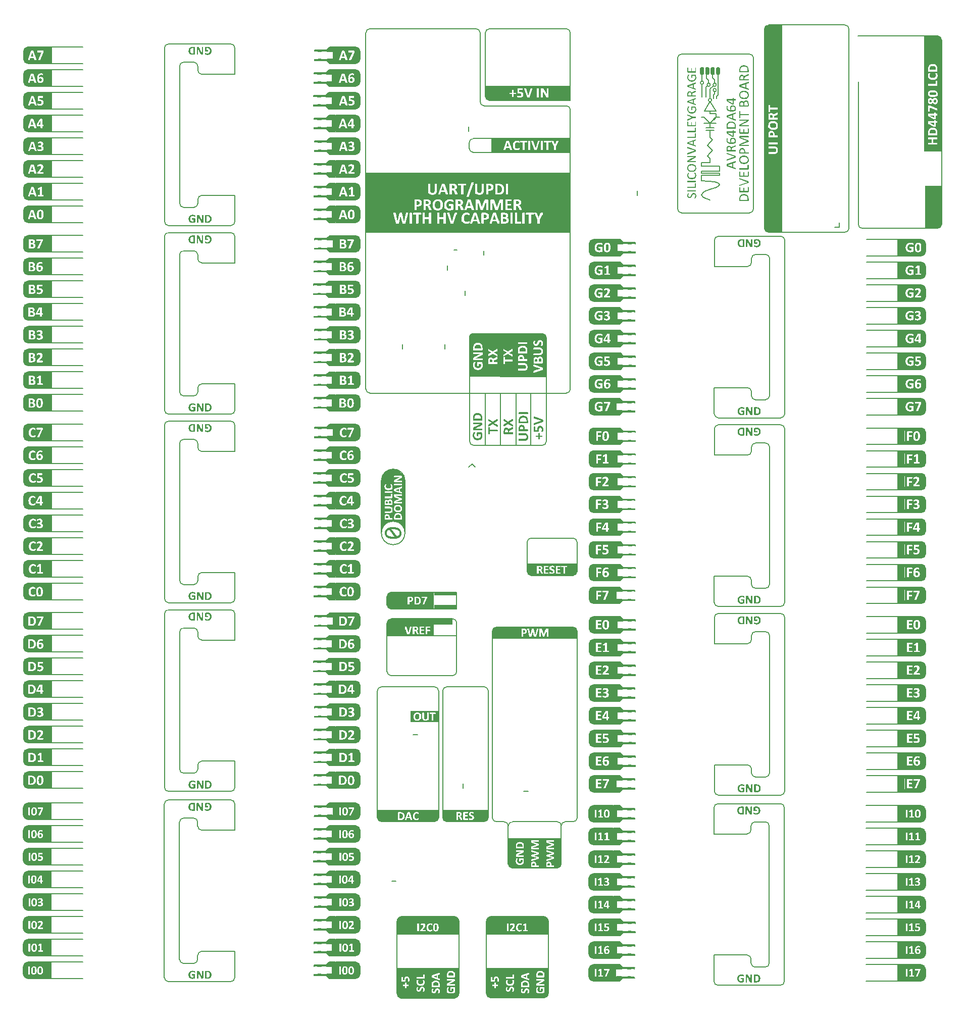
<source format=gto>
G04*
G04 #@! TF.GenerationSoftware,Altium Limited,Altium Designer,25.8.1 (18)*
G04*
G04 Layer_Color=65535*
%FSLAX44Y44*%
%MOMM*%
G71*
G04*
G04 #@! TF.SameCoordinates,1DD17807-008B-40D4-811F-6DFA0BD173B0*
G04*
G04*
G04 #@! TF.FilePolarity,Positive*
G04*
G01*
G75*
%ADD10C,0.2000*%
%ADD11C,0.1500*%
%ADD12C,0.1524*%
%ADD13R,3.8100X0.5080*%
%ADD14R,3.8249X0.6350*%
%ADD15R,8.8392X1.0160*%
%ADD16R,0.7809X4.9530*%
%ADD17R,0.7634X4.9530*%
%ADD18R,8.8900X0.1931*%
%ADD19R,0.4840X3.1517*%
%ADD20R,0.4773X4.2243*%
%ADD21R,10.3900X0.5129*%
%ADD22R,0.9010X4.2242*%
%ADD23R,0.9010X4.2243*%
%ADD24R,0.4840X4.2857*%
%ADD25R,1.0796X2.7700*%
%ADD26R,3.7703X0.4773*%
%ADD27R,3.1517X0.4840*%
%ADD28R,1.2267X2.7700*%
G36*
X182798Y367299D02*
X149988D01*
Y369481D01*
X150078Y369570D01*
X170219D01*
X175270Y374621D01*
X182982D01*
X182798Y367299D01*
D02*
G37*
G36*
X-37233Y374781D02*
X-37039Y374764D01*
X-37004D01*
X-36916Y374746D01*
X-36792Y374729D01*
X-36669Y374693D01*
X-36651Y374676D01*
X-36598Y374658D01*
X-36546Y374605D01*
X-36493Y374552D01*
Y374535D01*
X-36475Y374499D01*
X-36458Y374376D01*
Y362565D01*
Y362548D01*
Y362495D01*
X-36475Y362407D01*
X-36493Y362301D01*
X-36528Y362178D01*
X-36563Y362054D01*
X-36634Y361949D01*
X-36722Y361843D01*
X-36740Y361825D01*
X-36775Y361808D01*
X-36828Y361772D01*
X-36916Y361719D01*
X-37022Y361666D01*
X-37127Y361631D01*
X-37268Y361614D01*
X-37409Y361596D01*
X-39084D01*
X-39296Y361631D01*
X-39507Y361666D01*
X-39525D01*
X-39560Y361684D01*
X-39666Y361719D01*
X-39824Y361790D01*
X-39983Y361896D01*
X-40001D01*
X-40018Y361913D01*
X-40106Y362001D01*
X-40230Y362125D01*
X-40371Y362319D01*
X-40388Y362336D01*
X-40406Y362372D01*
X-40441Y362424D01*
X-40494Y362495D01*
X-40547Y362601D01*
X-40618Y362706D01*
X-40741Y362971D01*
X-43297Y367783D01*
X-43315Y367801D01*
X-43332Y367854D01*
X-43385Y367942D01*
X-43438Y368048D01*
X-43509Y368189D01*
X-43579Y368330D01*
X-43738Y368647D01*
X-43755Y368665D01*
X-43773Y368717D01*
X-43808Y368806D01*
X-43861Y368894D01*
X-43932Y369035D01*
X-44002Y369158D01*
X-44143Y369476D01*
X-44161Y369493D01*
X-44178Y369546D01*
X-44214Y369634D01*
X-44267Y369740D01*
X-44337Y369863D01*
X-44408Y370004D01*
X-44549Y370304D01*
X-44566Y370322D01*
X-44584Y370374D01*
X-44619Y370445D01*
X-44672Y370551D01*
X-44725Y370674D01*
X-44795Y370815D01*
X-44919Y371115D01*
X-44936D01*
Y371080D01*
Y370992D01*
X-44919Y370850D01*
Y370674D01*
X-44901Y370445D01*
Y370198D01*
X-44883Y369934D01*
Y369652D01*
Y369634D01*
Y369617D01*
Y369511D01*
Y369370D01*
Y369176D01*
Y368947D01*
Y368700D01*
Y368171D01*
Y362001D01*
Y361984D01*
Y361931D01*
X-44901Y361878D01*
X-44936Y361825D01*
X-44954Y361808D01*
X-44989Y361772D01*
X-45042Y361719D01*
X-45130Y361684D01*
X-45166Y361666D01*
X-45236Y361649D01*
X-45359Y361614D01*
X-45518Y361596D01*
X-45553D01*
X-45606Y361578D01*
X-45677D01*
X-45871Y361561D01*
X-46329D01*
X-46505Y361578D01*
X-46699Y361596D01*
X-46734D01*
X-46823Y361614D01*
X-46946Y361631D01*
X-47052Y361684D01*
X-47069Y361702D01*
X-47122Y361719D01*
X-47193Y361772D01*
X-47246Y361825D01*
X-47263Y361843D01*
X-47281Y361878D01*
X-47298Y361931D01*
Y362001D01*
Y373812D01*
Y373829D01*
Y373847D01*
X-47281Y373953D01*
X-47263Y374094D01*
X-47210Y374235D01*
X-47193Y374270D01*
X-47158Y374341D01*
X-47069Y374429D01*
X-46981Y374535D01*
X-46964Y374552D01*
X-46893Y374605D01*
X-46787Y374658D01*
X-46664Y374711D01*
X-46629D01*
X-46540Y374729D01*
X-46417Y374746D01*
X-46276Y374764D01*
X-45024D01*
X-44936Y374746D01*
X-44725Y374729D01*
X-44513Y374693D01*
X-44496D01*
X-44478Y374676D01*
X-44355Y374640D01*
X-44214Y374552D01*
X-44037Y374446D01*
X-44020Y374429D01*
X-44002Y374411D01*
X-43914Y374305D01*
X-43773Y374147D01*
X-43614Y373935D01*
Y373918D01*
X-43579Y373882D01*
X-43544Y373812D01*
X-43491Y373706D01*
X-43420Y373600D01*
X-43350Y373459D01*
X-43262Y373283D01*
X-43174Y373107D01*
X-39913Y366972D01*
X-39895Y366955D01*
X-39860Y366867D01*
X-39807Y366761D01*
X-39736Y366602D01*
X-39648Y366426D01*
X-39542Y366232D01*
X-39437Y366003D01*
X-39331Y365774D01*
X-39313Y365738D01*
X-39278Y365668D01*
X-39225Y365545D01*
X-39155Y365386D01*
X-39084Y365192D01*
X-38996Y364980D01*
X-38820Y364540D01*
X-38784D01*
Y364575D01*
X-38802Y364663D01*
Y364804D01*
X-38820Y364998D01*
Y365227D01*
X-38837Y365474D01*
X-38855Y366003D01*
Y366038D01*
Y366126D01*
Y366267D01*
X-38872Y366461D01*
Y366690D01*
Y366937D01*
Y367219D01*
Y367501D01*
Y374376D01*
Y374394D01*
Y374429D01*
X-38837Y374482D01*
X-38802Y374552D01*
X-38784Y374570D01*
X-38767Y374605D01*
X-38696Y374640D01*
X-38608Y374693D01*
X-38590D01*
X-38520Y374729D01*
X-38396Y374746D01*
X-38238Y374764D01*
X-38203D01*
X-38150Y374781D01*
X-38079D01*
X-37885Y374799D01*
X-37427D01*
X-37233Y374781D01*
D02*
G37*
G36*
X-28807Y374958D02*
X-28649D01*
X-28472Y374940D01*
X-28278Y374922D01*
X-27838Y374869D01*
X-27362Y374781D01*
X-26868Y374676D01*
X-26392Y374535D01*
X-26374D01*
X-26339Y374517D01*
X-26269Y374482D01*
X-26181Y374446D01*
X-26075Y374394D01*
X-25951Y374341D01*
X-25652Y374200D01*
X-25334Y374006D01*
X-24964Y373794D01*
X-24612Y373530D01*
X-24277Y373230D01*
X-24259Y373213D01*
X-24242Y373195D01*
X-24189Y373142D01*
X-24136Y373072D01*
X-23977Y372895D01*
X-23783Y372649D01*
X-23572Y372331D01*
X-23360Y371979D01*
X-23149Y371573D01*
X-22955Y371133D01*
Y371115D01*
X-22937Y371080D01*
X-22919Y371009D01*
X-22884Y370921D01*
X-22849Y370798D01*
X-22814Y370657D01*
X-22778Y370498D01*
X-22743Y370322D01*
X-22690Y370128D01*
X-22655Y369898D01*
X-22585Y369423D01*
X-22532Y368894D01*
X-22514Y368330D01*
Y368312D01*
Y368259D01*
Y368171D01*
Y368048D01*
X-22532Y367907D01*
Y367748D01*
X-22549Y367572D01*
X-22567Y367360D01*
X-22638Y366902D01*
X-22708Y366426D01*
X-22831Y365932D01*
X-22990Y365439D01*
Y365421D01*
X-23008Y365386D01*
X-23043Y365315D01*
X-23078Y365227D01*
X-23131Y365104D01*
X-23202Y364980D01*
X-23343Y364681D01*
X-23537Y364346D01*
X-23783Y363976D01*
X-24048Y363605D01*
X-24365Y363253D01*
X-24383Y363235D01*
X-24400Y363218D01*
X-24453Y363165D01*
X-24524Y363112D01*
X-24612Y363024D01*
X-24718Y362936D01*
X-24982Y362742D01*
X-25282Y362530D01*
X-25652Y362301D01*
X-26075Y362072D01*
X-26533Y361878D01*
X-26551D01*
X-26586Y361860D01*
X-26657Y361825D01*
X-26762Y361808D01*
X-26868Y361755D01*
X-27009Y361719D01*
X-27185Y361684D01*
X-27362Y361631D01*
X-27556Y361578D01*
X-27785Y361543D01*
X-28261Y361455D01*
X-28790Y361402D01*
X-29354Y361384D01*
X-29671D01*
X-29865Y361402D01*
X-30112Y361420D01*
X-30376Y361437D01*
X-30905Y361508D01*
X-30940D01*
X-31028Y361525D01*
X-31152Y361561D01*
X-31328Y361596D01*
X-31522Y361631D01*
X-31716Y361684D01*
X-32139Y361808D01*
X-32156D01*
X-32227Y361843D01*
X-32333Y361860D01*
X-32438Y361913D01*
X-32720Y362019D01*
X-32861Y362090D01*
X-33003Y362160D01*
X-33020D01*
X-33055Y362195D01*
X-33126Y362230D01*
X-33196Y362266D01*
X-33355Y362389D01*
X-33443Y362442D01*
X-33496Y362495D01*
X-33514Y362513D01*
X-33567Y362601D01*
X-33637Y362724D01*
X-33690Y362900D01*
Y362918D01*
X-33708Y362953D01*
Y363006D01*
X-33725Y363094D01*
X-33743Y363200D01*
Y363341D01*
X-33760Y363500D01*
Y363676D01*
Y363694D01*
Y363729D01*
Y363782D01*
Y363835D01*
X-33743Y364011D01*
X-33725Y364170D01*
Y364205D01*
X-33708Y364293D01*
X-33690Y364399D01*
X-33655Y364522D01*
Y364540D01*
X-33619Y364593D01*
X-33584Y364646D01*
X-33531Y364698D01*
X-33514D01*
X-33496Y364716D01*
X-33390Y364734D01*
X-33373D01*
X-33284Y364716D01*
X-33143Y364663D01*
X-32950Y364557D01*
X-32932D01*
X-32897Y364522D01*
X-32826Y364487D01*
X-32756Y364434D01*
X-32632Y364381D01*
X-32509Y364311D01*
X-32350Y364240D01*
X-32174Y364170D01*
X-32156Y364152D01*
X-32086Y364134D01*
X-31980Y364081D01*
X-31839Y364029D01*
X-31680Y363976D01*
X-31469Y363905D01*
X-31257Y363835D01*
X-31011Y363764D01*
X-30975Y363746D01*
X-30887Y363729D01*
X-30746Y363694D01*
X-30570Y363658D01*
X-30341Y363623D01*
X-30059Y363605D01*
X-29759Y363570D01*
X-29283D01*
X-29107Y363588D01*
X-28878Y363605D01*
X-28596Y363658D01*
X-28314Y363711D01*
X-28014Y363799D01*
X-27714Y363905D01*
X-27679Y363923D01*
X-27591Y363958D01*
X-27432Y364046D01*
X-27256Y364152D01*
X-27044Y364293D01*
X-26833Y364452D01*
X-26604Y364646D01*
X-26392Y364857D01*
X-26374Y364892D01*
X-26304Y364963D01*
X-26198Y365086D01*
X-26075Y365262D01*
X-25951Y365474D01*
X-25810Y365721D01*
X-25669Y366003D01*
X-25546Y366302D01*
Y366320D01*
X-25528Y366338D01*
Y366391D01*
X-25511Y366443D01*
X-25458Y366620D01*
X-25405Y366849D01*
X-25352Y367131D01*
X-25317Y367448D01*
X-25282Y367801D01*
X-25264Y368171D01*
Y368189D01*
Y368224D01*
Y368277D01*
Y368365D01*
X-25282Y368453D01*
Y368577D01*
X-25299Y368841D01*
X-25334Y369158D01*
X-25387Y369493D01*
X-25458Y369828D01*
X-25564Y370163D01*
Y370181D01*
X-25581Y370198D01*
X-25617Y370304D01*
X-25687Y370463D01*
X-25775Y370657D01*
X-25899Y370886D01*
X-26040Y371115D01*
X-26198Y371362D01*
X-26392Y371591D01*
X-26410Y371608D01*
X-26498Y371679D01*
X-26604Y371785D01*
X-26762Y371926D01*
X-26939Y372067D01*
X-27168Y372208D01*
X-27415Y372349D01*
X-27679Y372472D01*
X-27697D01*
X-27714Y372490D01*
X-27820Y372507D01*
X-27961Y372560D01*
X-28173Y372613D01*
X-28419Y372666D01*
X-28701Y372701D01*
X-29019Y372737D01*
X-29354Y372754D01*
X-29530D01*
X-29636Y372737D01*
X-29777D01*
X-29918Y372719D01*
X-30235Y372666D01*
X-30253D01*
X-30306Y372649D01*
X-30394Y372613D01*
X-30499Y372578D01*
X-30623Y372543D01*
X-30764Y372490D01*
X-31063Y372349D01*
Y369299D01*
X-28525D01*
X-28455Y369264D01*
X-28366Y369193D01*
X-28314Y369141D01*
X-28278Y369070D01*
Y369052D01*
X-28261Y369017D01*
X-28243Y368964D01*
Y368894D01*
X-28225Y368788D01*
X-28208Y368647D01*
X-28190Y368488D01*
Y368294D01*
Y368277D01*
Y368242D01*
Y368189D01*
Y368136D01*
Y367977D01*
X-28208Y367818D01*
Y367801D01*
Y367783D01*
X-28225Y367713D01*
X-28243Y367607D01*
X-28278Y367519D01*
X-28296Y367501D01*
X-28314Y367448D01*
X-28349Y367395D01*
X-28402Y367342D01*
X-28419Y367325D01*
X-28455Y367307D01*
X-28507Y367290D01*
X-28560Y367272D01*
X-33091D01*
X-33196Y367307D01*
X-33284Y367342D01*
X-33302Y367360D01*
X-33373Y367378D01*
X-33443Y367431D01*
X-33514Y367519D01*
X-33531Y367537D01*
X-33567Y367589D01*
X-33619Y367677D01*
X-33672Y367783D01*
X-33690Y367801D01*
X-33708Y367871D01*
X-33725Y367995D01*
Y368136D01*
Y373371D01*
Y373389D01*
Y373424D01*
Y373477D01*
X-33708Y373548D01*
X-33672Y373724D01*
X-33602Y373900D01*
Y373918D01*
X-33584Y373935D01*
X-33514Y374023D01*
X-33443Y374094D01*
X-33373Y374147D01*
X-33284Y374217D01*
X-33161Y374270D01*
X-33143D01*
X-33108Y374288D01*
X-33038Y374323D01*
X-32950Y374341D01*
X-32826Y374394D01*
X-32685Y374429D01*
X-32527Y374482D01*
X-32350Y374535D01*
X-32333D01*
X-32262Y374552D01*
X-32174Y374588D01*
X-32051Y374623D01*
X-31892Y374658D01*
X-31733Y374693D01*
X-31346Y374764D01*
X-31328D01*
X-31257Y374781D01*
X-31152Y374799D01*
X-31011Y374817D01*
X-30852Y374852D01*
X-30676Y374869D01*
X-30288Y374922D01*
X-30200D01*
X-30094Y374940D01*
X-29953D01*
X-29794Y374958D01*
X-29618D01*
X-29213Y374975D01*
X-28948D01*
X-28807Y374958D01*
D02*
G37*
G36*
X-50806Y374729D02*
X-50736D01*
X-50560Y374658D01*
X-50454Y374623D01*
X-50366Y374552D01*
Y374535D01*
X-50330Y374517D01*
X-50295Y374464D01*
X-50260Y374394D01*
X-50225Y374305D01*
X-50189Y374200D01*
X-50172Y374076D01*
X-50154Y373918D01*
Y362442D01*
Y362424D01*
Y362372D01*
X-50172Y362283D01*
X-50189Y362195D01*
X-50242Y361984D01*
X-50295Y361896D01*
X-50366Y361808D01*
X-50383Y361790D01*
X-50401Y361772D01*
X-50454Y361737D01*
X-50524Y361702D01*
X-50701Y361631D01*
X-50806Y361596D01*
X-54614D01*
X-54755Y361614D01*
X-54931D01*
X-55125Y361631D01*
X-55337Y361649D01*
X-55813Y361702D01*
X-56306Y361772D01*
X-56800Y361878D01*
X-57276Y362019D01*
X-57293D01*
X-57329Y362037D01*
X-57399Y362054D01*
X-57487Y362090D01*
X-57593Y362142D01*
X-57716Y362195D01*
X-57998Y362319D01*
X-58316Y362495D01*
X-58668Y362706D01*
X-59021Y362953D01*
X-59338Y363235D01*
X-59356Y363253D01*
X-59373Y363271D01*
X-59426Y363324D01*
X-59479Y363376D01*
X-59638Y363553D01*
X-59814Y363782D01*
X-60026Y364081D01*
X-60237Y364416D01*
X-60449Y364822D01*
X-60625Y365245D01*
Y365262D01*
X-60643Y365298D01*
X-60660Y365368D01*
X-60696Y365456D01*
X-60731Y365562D01*
X-60766Y365703D01*
X-60801Y365862D01*
X-60854Y366038D01*
X-60889Y366232D01*
X-60925Y366426D01*
X-60995Y366902D01*
X-61048Y367431D01*
X-61066Y367995D01*
Y368012D01*
Y368065D01*
Y368171D01*
Y368294D01*
X-61048Y368453D01*
Y368629D01*
X-61030Y368841D01*
X-61013Y369052D01*
X-60942Y369546D01*
X-60872Y370057D01*
X-60748Y370568D01*
X-60590Y371080D01*
Y371097D01*
X-60572Y371133D01*
X-60537Y371203D01*
X-60502Y371291D01*
X-60449Y371397D01*
X-60396Y371520D01*
X-60237Y371820D01*
X-60043Y372155D01*
X-59814Y372507D01*
X-59550Y372860D01*
X-59232Y373177D01*
X-59215D01*
X-59197Y373213D01*
X-59144Y373248D01*
X-59074Y373301D01*
X-58986Y373371D01*
X-58880Y373459D01*
X-58633Y373636D01*
X-58316Y373829D01*
X-57946Y374023D01*
X-57540Y374217D01*
X-57082Y374376D01*
X-57064D01*
X-57029Y374394D01*
X-56958Y374411D01*
X-56853Y374429D01*
X-56729Y374464D01*
X-56588Y374499D01*
X-56412Y374535D01*
X-56236Y374552D01*
X-56024Y374588D01*
X-55795Y374623D01*
X-55548Y374658D01*
X-55284Y374693D01*
X-54702Y374729D01*
X-54068Y374746D01*
X-50877D01*
X-50806Y374729D01*
D02*
G37*
G36*
X1194642Y393250D02*
X1195317Y393250D01*
X1196642Y392986D01*
X1197890Y392469D01*
X1199014Y391719D01*
X1199969Y390764D01*
X1200720Y389640D01*
X1201236Y388392D01*
X1201500Y387067D01*
X1201500Y386392D01*
X1201500Y386392D01*
Y356557D01*
X1201350Y356561D01*
Y199750D01*
X1172250D01*
Y357376D01*
X1173430D01*
X1172250Y357411D01*
Y393250D01*
X1194642Y393250D01*
D02*
G37*
G36*
X183040Y346979D02*
X175270D01*
X170219Y352030D01*
X150078D01*
X149988Y352119D01*
Y354301D01*
X182856D01*
X183040Y346979D01*
D02*
G37*
G36*
X-330161Y372230D02*
X-300352D01*
Y348947D01*
X-330161D01*
Y346950D01*
X-333075D01*
X-337781Y351656D01*
Y369593D01*
X-332724Y374650D01*
X-330161D01*
Y372230D01*
D02*
G37*
G36*
X226497Y369564D02*
Y351627D01*
X221792Y346921D01*
X218877D01*
Y348948D01*
X187372D01*
Y372231D01*
X218877D01*
Y374621D01*
X221440D01*
X226497Y369564D01*
D02*
G37*
G36*
X801742Y340682D02*
X802689Y339735D01*
X803201Y338498D01*
Y337829D01*
X803201Y337829D01*
X803201Y331097D01*
Y330428D01*
X802689Y329190D01*
X801742Y328244D01*
X800505Y327731D01*
X799166D01*
X797929Y328244D01*
X796982Y329190D01*
X796470Y330428D01*
Y331097D01*
X796469Y331097D01*
X796469Y337829D01*
Y338498D01*
X796982Y339735D01*
X797929Y340682D01*
X799166Y341195D01*
X800505D01*
X801742Y340682D01*
D02*
G37*
G36*
X789338Y339910D02*
X789455Y339890D01*
X789474D01*
X789552Y339871D01*
X789630Y339851D01*
X789708Y339813D01*
X789727D01*
X789766Y339774D01*
X789805Y339735D01*
X789844Y339677D01*
Y339657D01*
X789863Y339638D01*
X789883Y339521D01*
Y332526D01*
X789863Y332409D01*
X789824Y332254D01*
X789727Y332079D01*
X789688Y332040D01*
X789649Y332021D01*
X789591Y331982D01*
X789494Y331943D01*
X789397Y331904D01*
X789261Y331885D01*
X789105Y331865D01*
X776184D01*
X776164D01*
X776106D01*
X776028Y331885D01*
X775931D01*
X775737Y331963D01*
X775639Y332001D01*
X775562Y332079D01*
Y332099D01*
X775542Y332118D01*
X775465Y332234D01*
X775406Y332390D01*
X775387Y332565D01*
Y339502D01*
X775406Y339560D01*
X775445Y339599D01*
Y339618D01*
X775484Y339638D01*
X775523Y339677D01*
X775581Y339715D01*
X775601Y339735D01*
X775639Y339754D01*
X775737Y339774D01*
X775834Y339793D01*
X775853D01*
X775931Y339813D01*
X776048Y339832D01*
X776203D01*
X776242D01*
X776320D01*
X776456Y339813D01*
X776572Y339793D01*
X776592D01*
X776650Y339774D01*
X776805Y339715D01*
X776825D01*
X776864Y339696D01*
X776903Y339657D01*
X776941Y339599D01*
Y339579D01*
X776961Y339560D01*
X776980Y339443D01*
Y333789D01*
X781547D01*
Y338705D01*
X781566Y338763D01*
X781605Y338802D01*
X781624Y338822D01*
X781644Y338841D01*
X781760Y338919D01*
X781780Y338938D01*
X781819Y338958D01*
X781896Y338977D01*
X781993Y338997D01*
X782013D01*
X782091Y339016D01*
X782207Y339035D01*
X782363D01*
X782402D01*
X782479D01*
X782596Y339016D01*
X782712Y338997D01*
X782732D01*
X782790Y338977D01*
X782946Y338919D01*
X782965D01*
X782984Y338899D01*
X783062Y338802D01*
Y338783D01*
X783082Y338763D01*
X783101Y338647D01*
Y333789D01*
X788289D01*
Y339579D01*
X788309Y339638D01*
X788347Y339677D01*
Y339696D01*
X788386Y339715D01*
X788425Y339774D01*
X788483Y339813D01*
X788503Y339832D01*
X788542Y339851D01*
X788639Y339871D01*
X788736Y339890D01*
X788755D01*
X788833Y339910D01*
X788950Y339929D01*
X789105D01*
X789144D01*
X789222D01*
X789338Y339910D01*
D02*
G37*
G36*
X870544Y343921D02*
X870752D01*
X870981Y343900D01*
X871231Y343879D01*
X871772Y343817D01*
X872376Y343713D01*
X872980Y343588D01*
X873564Y343421D01*
X873585D01*
X873626Y343400D01*
X873709Y343358D01*
X873814Y343317D01*
X873939Y343275D01*
X874084Y343213D01*
X874438Y343046D01*
X874834Y342817D01*
X875251Y342567D01*
X875667Y342255D01*
X876063Y341900D01*
X876084Y341880D01*
X876105Y341859D01*
X876146Y341796D01*
X876230Y341734D01*
X876396Y341526D01*
X876605Y341234D01*
X876854Y340880D01*
X877104Y340463D01*
X877334Y340005D01*
X877542Y339484D01*
Y339464D01*
X877563Y339422D01*
X877583Y339339D01*
X877625Y339235D01*
X877646Y339089D01*
X877688Y338922D01*
X877729Y338735D01*
X877771Y338526D01*
X877833Y338276D01*
X877875Y338006D01*
X877917Y337735D01*
X877937Y337422D01*
X878000Y336777D01*
X878021Y336048D01*
Y332715D01*
X878000Y332590D01*
X877958Y332424D01*
X877854Y332236D01*
X877813Y332195D01*
X877771Y332174D01*
X877708Y332132D01*
X877604Y332090D01*
X877500Y332049D01*
X877354Y332028D01*
X877188Y332007D01*
X863337D01*
X863316D01*
X863254D01*
X863170Y332028D01*
X863066D01*
X862858Y332111D01*
X862754Y332153D01*
X862671Y332236D01*
Y332257D01*
X862650Y332278D01*
X862567Y332403D01*
X862504Y332570D01*
X862483Y332757D01*
Y336610D01*
X862504Y336798D01*
Y336985D01*
X862525Y337214D01*
X862546Y337464D01*
X862608Y337985D01*
X862712Y338568D01*
X862837Y339130D01*
X863025Y339672D01*
Y339693D01*
X863046Y339734D01*
X863087Y339818D01*
X863129Y339901D01*
X863170Y340026D01*
X863233Y340172D01*
X863400Y340484D01*
X863629Y340859D01*
X863879Y341255D01*
X864170Y341630D01*
X864524Y342005D01*
X864545Y342025D01*
X864566Y342046D01*
X864628Y342088D01*
X864691Y342171D01*
X864899Y342338D01*
X865191Y342546D01*
X865524Y342775D01*
X865941Y343025D01*
X866399Y343233D01*
X866899Y343442D01*
X866919D01*
X866961Y343463D01*
X867045Y343483D01*
X867149Y343525D01*
X867274Y343567D01*
X867419Y343608D01*
X867607Y343650D01*
X867815Y343692D01*
X868273Y343775D01*
X868815Y343858D01*
X869398Y343921D01*
X870044Y343942D01*
X870065D01*
X870127D01*
X870231D01*
X870377D01*
X870544Y343921D01*
D02*
G37*
G36*
X182248Y329199D02*
X149438D01*
Y331381D01*
X149528Y331470D01*
X169669D01*
X174720Y336521D01*
X182432D01*
X182248Y329199D01*
D02*
G37*
G36*
X828669Y340682D02*
X829615Y339736D01*
X830128Y338498D01*
Y337829D01*
X830128Y337829D01*
X830128Y331097D01*
Y330428D01*
X829615Y329191D01*
X828669Y328244D01*
X827431Y327732D01*
X826093D01*
X824855Y328244D01*
X823908Y329191D01*
X823396Y330428D01*
Y331097D01*
X823396Y331097D01*
X823396Y337829D01*
Y338498D01*
X823909Y339736D01*
X824855Y340682D01*
X826093Y341195D01*
X827432D01*
X828669Y340682D01*
D02*
G37*
G36*
X810717Y340682D02*
X811664Y339736D01*
X812177Y338499D01*
Y337829D01*
X812177Y337829D01*
X812177Y331097D01*
Y330428D01*
X811664Y329191D01*
X810717Y328244D01*
X809480Y327732D01*
X808141D01*
X806904Y328244D01*
X805957Y329191D01*
X805445Y330428D01*
Y331097D01*
X805445Y331097D01*
X805445Y337829D01*
Y338499D01*
X805957Y339736D01*
X806904Y340682D01*
X808141Y341195D01*
X809480D01*
X810717Y340682D01*
D02*
G37*
G36*
X819693Y340682D02*
X820640Y339736D01*
X821152Y338498D01*
Y337829D01*
X821152Y337829D01*
X821152Y331097D01*
Y330428D01*
X820640Y329191D01*
X819693Y328244D01*
X818456Y327732D01*
X817117D01*
X815880Y328244D01*
X814933Y329191D01*
X814421Y330428D01*
Y331097D01*
X814420D01*
X814421Y337829D01*
Y338498D01*
X814933Y339736D01*
X815880Y340682D01*
X817117Y341195D01*
X818456D01*
X819693Y340682D01*
D02*
G37*
G36*
X877896Y328966D02*
X877937Y328925D01*
X877958Y328883D01*
X878000Y328800D01*
Y328779D01*
X878021Y328716D01*
Y328612D01*
X878042Y328466D01*
Y328425D01*
X878063Y328321D01*
X878083Y328133D01*
Y327717D01*
X878063Y327550D01*
X878042Y327383D01*
Y327363D01*
X878021Y327279D01*
X878000Y327175D01*
X877979Y327071D01*
Y327050D01*
X877937Y327009D01*
X877917Y326946D01*
X877854Y326884D01*
X877833D01*
X877792Y326842D01*
X877708Y326821D01*
X877604Y326779D01*
X873939Y325342D01*
X873918Y325321D01*
X873834Y325301D01*
X873709Y325259D01*
X873564Y325176D01*
X873376Y325113D01*
X873189Y325009D01*
X872793Y324822D01*
X872772Y324801D01*
X872710Y324780D01*
X872606Y324717D01*
X872481Y324634D01*
X872189Y324426D01*
X871897Y324176D01*
X871877Y324155D01*
X871835Y324113D01*
X871772Y324030D01*
X871689Y323926D01*
X871585Y323801D01*
X871502Y323655D01*
X871314Y323301D01*
X871293Y323280D01*
X871273Y323218D01*
X871231Y323114D01*
X871189Y322968D01*
X871148Y322780D01*
X871127Y322572D01*
X871085Y322343D01*
Y320718D01*
X877708D01*
X877729D01*
X877771D01*
X877833Y320698D01*
X877896Y320656D01*
Y320635D01*
X877937Y320614D01*
X877958Y320552D01*
X878000Y320468D01*
Y320448D01*
X878021Y320385D01*
Y320302D01*
X878042Y320156D01*
Y320114D01*
X878063Y320031D01*
X878083Y319885D01*
Y319510D01*
X878063Y319344D01*
X878042Y319177D01*
Y319156D01*
X878021Y319073D01*
Y318969D01*
X878000Y318865D01*
Y318844D01*
X877979Y318802D01*
X877937Y318740D01*
X877896Y318698D01*
X877875D01*
X877833Y318677D01*
X877708Y318656D01*
X863337D01*
X863316D01*
X863254D01*
X863170Y318677D01*
X863066D01*
X862858Y318761D01*
X862754Y318802D01*
X862671Y318885D01*
Y318906D01*
X862650Y318927D01*
X862567Y319052D01*
X862504Y319219D01*
X862483Y319406D01*
Y323051D01*
X862504Y323384D01*
X862525Y323697D01*
Y323843D01*
X862546Y323926D01*
X862567Y324155D01*
X862587Y324405D01*
Y324447D01*
X862608Y324551D01*
X862650Y324717D01*
X862712Y324947D01*
X862775Y325176D01*
X862858Y325446D01*
X863087Y325988D01*
X863108Y326009D01*
X863150Y326113D01*
X863212Y326238D01*
X863316Y326384D01*
X863441Y326571D01*
X863587Y326758D01*
X863754Y326946D01*
X863941Y327133D01*
X863962Y327154D01*
X864024Y327217D01*
X864129Y327300D01*
X864274Y327404D01*
X864441Y327508D01*
X864649Y327633D01*
X864858Y327737D01*
X865107Y327842D01*
X865128Y327862D01*
X865232Y327883D01*
X865357Y327925D01*
X865545Y327967D01*
X865753Y328008D01*
X866003Y328050D01*
X866295Y328092D01*
X866586D01*
X866628D01*
X866711D01*
X866857Y328071D01*
X867045D01*
X867274Y328029D01*
X867503Y327987D01*
X867732Y327946D01*
X867982Y327862D01*
X868003D01*
X868086Y327821D01*
X868211Y327779D01*
X868357Y327717D01*
X868523Y327633D01*
X868711Y327529D01*
X869086Y327258D01*
X869107Y327238D01*
X869169Y327196D01*
X869252Y327113D01*
X869356Y326988D01*
X869481Y326842D01*
X869627Y326696D01*
X869752Y326509D01*
X869898Y326300D01*
X869919Y326279D01*
X869960Y326196D01*
X870023Y326092D01*
X870106Y325946D01*
X870190Y325759D01*
X870294Y325550D01*
X870398Y325321D01*
X870481Y325071D01*
Y325092D01*
X870502Y325134D01*
X870544Y325217D01*
X870606Y325301D01*
X870731Y325530D01*
X870919Y325780D01*
X870939Y325800D01*
X870960Y325842D01*
X871023Y325884D01*
X871085Y325967D01*
X871293Y326155D01*
X871543Y326363D01*
X871564Y326384D01*
X871606Y326404D01*
X871689Y326467D01*
X871772Y326529D01*
X871897Y326613D01*
X872043Y326696D01*
X872376Y326863D01*
X872397Y326884D01*
X872460Y326904D01*
X872543Y326946D01*
X872668Y327009D01*
X872835Y327092D01*
X873001Y327175D01*
X873418Y327342D01*
X876834Y328737D01*
X876854D01*
X876896Y328758D01*
X876979Y328800D01*
X877063Y328820D01*
X877271Y328904D01*
X877354Y328925D01*
X877438Y328946D01*
X877458Y328966D01*
X877542Y328987D01*
X877625Y329008D01*
X877708D01*
X877729D01*
X877771D01*
X877896Y328966D01*
D02*
G37*
G36*
X933750Y319000D02*
X933736Y319139D01*
X933630Y319396D01*
X933600Y319426D01*
Y156074D01*
X933630Y156104D01*
X933736Y156361D01*
X933750Y156500D01*
X933709Y64000D01*
X910683D01*
X909358Y64264D01*
X908110Y64781D01*
X906986Y65531D01*
X906031Y66486D01*
X905281Y67610D01*
X904763Y68858D01*
X904500Y70182D01*
Y70858D01*
Y155788D01*
X904500D01*
Y319712D01*
X904500D01*
Y404642D01*
Y405317D01*
X904763Y406642D01*
X905281Y407890D01*
X906031Y409014D01*
X906986Y409969D01*
X908110Y410719D01*
X909358Y411236D01*
X910683Y411500D01*
X933709D01*
X933750Y319000D01*
D02*
G37*
G36*
X777622Y328271D02*
X777757Y328251D01*
X777777D01*
X777855Y328232D01*
X777932Y328212D01*
X778030Y328193D01*
X778049D01*
X778088Y328173D01*
X778127Y328135D01*
X778166Y328076D01*
X778185Y328037D01*
X778204Y327940D01*
Y327921D01*
X778185Y327824D01*
X778127Y327688D01*
X778010Y327474D01*
X777991Y327454D01*
X777971Y327416D01*
X777932Y327357D01*
X777874Y327260D01*
X777796Y327144D01*
X777719Y326988D01*
X777641Y326833D01*
X777544Y326638D01*
X777524Y326619D01*
X777505Y326541D01*
X777447Y326425D01*
X777388Y326289D01*
X777311Y326094D01*
X777233Y325881D01*
X777136Y325647D01*
X777058Y325375D01*
X777039Y325336D01*
X777019Y325239D01*
X776980Y325103D01*
X776941Y324890D01*
X776903Y324637D01*
X776883Y324346D01*
X776844Y324015D01*
Y323452D01*
X776864Y323335D01*
Y323218D01*
X776903Y322927D01*
X776961Y322597D01*
X777039Y322228D01*
X777136Y321858D01*
X777291Y321489D01*
Y321470D01*
X777311Y321450D01*
X777369Y321334D01*
X777466Y321159D01*
X777602Y320926D01*
X777777Y320673D01*
X777971Y320401D01*
X778224Y320129D01*
X778496Y319876D01*
X778535Y319857D01*
X778632Y319760D01*
X778807Y319643D01*
X779020Y319507D01*
X779293Y319332D01*
X779604Y319177D01*
X779953Y319002D01*
X780342Y318866D01*
X780361D01*
X780381Y318847D01*
X780439Y318827D01*
X780517Y318808D01*
X780614Y318788D01*
X780731Y318749D01*
X781022Y318691D01*
X781372Y318633D01*
X781760Y318575D01*
X782188Y318536D01*
X782635Y318516D01*
X782654D01*
X782693D01*
X782771D01*
X782868D01*
X782984Y318536D01*
X783140D01*
X783470Y318555D01*
X783859Y318613D01*
X784267Y318672D01*
X784694Y318769D01*
X785102Y318885D01*
X785122D01*
X785141Y318905D01*
X785200Y318924D01*
X785277Y318963D01*
X785472Y319041D01*
X785724Y319158D01*
X786016Y319313D01*
X786307Y319507D01*
X786618Y319721D01*
X786909Y319954D01*
X786948Y319993D01*
X787026Y320071D01*
X787162Y320226D01*
X787318Y320420D01*
X787512Y320654D01*
X787687Y320945D01*
X787881Y321256D01*
X788036Y321586D01*
Y321606D01*
X788056Y321625D01*
X788075Y321684D01*
X788095Y321761D01*
X788153Y321955D01*
X788211Y322208D01*
X788289Y322519D01*
X788347Y322869D01*
X788386Y323257D01*
X788406Y323665D01*
Y323918D01*
X788386Y324093D01*
X788367Y324307D01*
X788347Y324520D01*
X788250Y325026D01*
Y325065D01*
X788211Y325142D01*
X788192Y325278D01*
X788134Y325453D01*
X788056Y325647D01*
X787978Y325861D01*
X787765Y326328D01*
X783529D01*
Y322908D01*
X783509Y322830D01*
X783451Y322733D01*
X783354Y322655D01*
X783315Y322636D01*
X783198Y322616D01*
X783120Y322597D01*
X783023D01*
X782887Y322577D01*
X782751D01*
X782732D01*
X782712D01*
X782635D01*
X782518D01*
X782402Y322597D01*
X782382D01*
X782304Y322616D01*
X782227Y322636D01*
X782149Y322655D01*
X782130Y322674D01*
X782091Y322694D01*
X782052Y322733D01*
X782013Y322772D01*
X781993Y322791D01*
X781974Y322830D01*
X781955Y322888D01*
Y327629D01*
X781974Y327707D01*
X782013Y327804D01*
Y327824D01*
X782052Y327882D01*
X782091Y327940D01*
X782149Y328018D01*
X782168Y328037D01*
X782207Y328076D01*
X782285Y328135D01*
X782382Y328193D01*
X782402Y328212D01*
X782479Y328232D01*
X782596Y328251D01*
X782751D01*
X788270D01*
X788289D01*
X788309D01*
X788445Y328232D01*
X788600Y328212D01*
X788775Y328135D01*
X788814Y328115D01*
X788892Y328037D01*
X789008Y327921D01*
X789086Y327824D01*
X789144Y327707D01*
Y327688D01*
X789164Y327649D01*
X789202Y327590D01*
X789241Y327493D01*
X789299Y327377D01*
X789358Y327221D01*
X789416Y327066D01*
X789494Y326872D01*
Y326852D01*
X789533Y326794D01*
X789572Y326677D01*
X789610Y326541D01*
X789669Y326386D01*
X789708Y326211D01*
X789824Y325803D01*
Y325783D01*
X789844Y325706D01*
X789863Y325608D01*
X789883Y325453D01*
X789921Y325298D01*
X789941Y325103D01*
X789999Y324695D01*
Y324676D01*
X790018Y324598D01*
Y324501D01*
X790038Y324346D01*
X790057Y324190D01*
Y323996D01*
X790077Y323588D01*
Y323316D01*
X790057Y323160D01*
Y322985D01*
X790038Y322791D01*
X790018Y322597D01*
X789960Y322130D01*
X789863Y321625D01*
X789746Y321101D01*
X789572Y320595D01*
Y320576D01*
X789552Y320537D01*
X789513Y320459D01*
X789474Y320382D01*
X789416Y320265D01*
X789358Y320129D01*
X789183Y319818D01*
X788989Y319468D01*
X788736Y319099D01*
X788425Y318710D01*
X788095Y318361D01*
X788075Y318341D01*
X788056Y318322D01*
X787998Y318283D01*
X787920Y318205D01*
X787726Y318050D01*
X787434Y317836D01*
X787104Y317622D01*
X786715Y317389D01*
X786268Y317156D01*
X785782Y316962D01*
X785763D01*
X785724Y316942D01*
X785647Y316923D01*
X785549Y316884D01*
X785413Y316845D01*
X785277Y316806D01*
X785102Y316767D01*
X784908Y316729D01*
X784694Y316690D01*
X784461Y316651D01*
X783937Y316573D01*
X783373Y316515D01*
X782771Y316495D01*
X782751D01*
X782693D01*
X782596D01*
X782479D01*
X782324Y316515D01*
X782149D01*
X781955Y316534D01*
X781741Y316554D01*
X781255Y316612D01*
X780731Y316709D01*
X780206Y316826D01*
X779662Y317001D01*
X779642D01*
X779604Y317020D01*
X779526Y317059D01*
X779429Y317098D01*
X779312Y317156D01*
X779157Y317214D01*
X778846Y317389D01*
X778457Y317584D01*
X778068Y317836D01*
X777660Y318147D01*
X777272Y318477D01*
X777252Y318497D01*
X777233Y318516D01*
X777175Y318575D01*
X777116Y318652D01*
X776922Y318847D01*
X776708Y319119D01*
X776456Y319449D01*
X776203Y319837D01*
X775950Y320265D01*
X775737Y320751D01*
Y320770D01*
X775717Y320809D01*
X775678Y320887D01*
X775659Y320984D01*
X775601Y321101D01*
X775562Y321256D01*
X775523Y321431D01*
X775465Y321606D01*
X775368Y322053D01*
X775270Y322538D01*
X775212Y323102D01*
X775193Y323685D01*
Y323996D01*
X775212Y324190D01*
X775231Y324423D01*
X775251Y324695D01*
X775348Y325239D01*
Y325278D01*
X775368Y325356D01*
X775406Y325511D01*
X775445Y325686D01*
X775503Y325881D01*
X775562Y326094D01*
X775698Y326541D01*
Y326561D01*
X775737Y326638D01*
X775776Y326735D01*
X775814Y326872D01*
X775950Y327183D01*
X776125Y327493D01*
Y327513D01*
X776164Y327552D01*
X776203Y327629D01*
X776242Y327707D01*
X776378Y327882D01*
X776436Y327960D01*
X776495Y328018D01*
X776514Y328037D01*
X776592Y328096D01*
X776689Y328173D01*
X776825Y328232D01*
X776864Y328251D01*
X776961Y328271D01*
X777136Y328290D01*
X777369D01*
X777408D01*
X777505D01*
X777622Y328271D01*
D02*
G37*
G36*
X182490Y308880D02*
X174720D01*
X169669Y313930D01*
X149528D01*
X149438Y314020D01*
Y316201D01*
X182306D01*
X182490Y308880D01*
D02*
G37*
G36*
X-330161Y334172D02*
X-300331D01*
Y310493D01*
X-330161D01*
Y308850D01*
X-333075D01*
X-337781Y313556D01*
Y331493D01*
X-332724Y336550D01*
X-330161D01*
Y334172D01*
D02*
G37*
G36*
X226497Y331464D02*
Y313527D01*
X221792Y308821D01*
X218877D01*
Y310494D01*
X187164D01*
Y334173D01*
X218877D01*
Y336521D01*
X221440D01*
X226497Y331464D01*
D02*
G37*
G36*
X877813Y316136D02*
X877896Y316115D01*
X877958Y316053D01*
Y316032D01*
X878000Y315991D01*
X878021Y315886D01*
X878042Y315741D01*
Y315699D01*
X878063Y315595D01*
X878083Y315407D01*
Y314741D01*
X878063Y314553D01*
Y314512D01*
X878042Y314428D01*
Y314324D01*
X878021Y314220D01*
Y314199D01*
X878000Y314158D01*
X877917Y314053D01*
X877896D01*
X877854Y314012D01*
X877729Y313949D01*
X873939Y312616D01*
Y306160D01*
X877667Y304889D01*
X877688D01*
X877729Y304868D01*
X877875Y304785D01*
X877917Y304743D01*
X877937Y304702D01*
X877979Y304618D01*
Y304597D01*
X878000Y304535D01*
X878021Y304431D01*
X878042Y304285D01*
Y304244D01*
X878063Y304139D01*
X878083Y303973D01*
Y303556D01*
X878063Y303369D01*
X878042Y303181D01*
Y303140D01*
X878021Y303056D01*
X878000Y302952D01*
X877958Y302869D01*
X877937Y302848D01*
X877896Y302827D01*
X877813Y302806D01*
X877708Y302785D01*
X877688D01*
X877583Y302806D01*
X877458Y302827D01*
X877271Y302890D01*
X862858Y308097D01*
X862837D01*
X862775Y308138D01*
X862650Y308222D01*
X862629Y308242D01*
X862608Y308284D01*
X862567Y308347D01*
X862525Y308451D01*
X862504Y308472D01*
X862483Y308555D01*
X862462Y308680D01*
X862441Y308826D01*
Y308867D01*
X862421Y308992D01*
Y309846D01*
X862441Y310054D01*
Y310096D01*
X862462Y310200D01*
X862483Y310346D01*
X862525Y310471D01*
Y310492D01*
X862546Y310554D01*
X862587Y310638D01*
X862650Y310700D01*
X862671Y310721D01*
X862712Y310763D01*
X862775Y310804D01*
X862879Y310846D01*
X877292Y316053D01*
X877313D01*
X877334Y316074D01*
X877438Y316115D01*
X877583Y316136D01*
X877729Y316157D01*
X877750D01*
X877813Y316136D01*
D02*
G37*
G36*
X789688Y315058D02*
X789766Y315038D01*
X789824Y314980D01*
Y314960D01*
X789863Y314921D01*
X789883Y314824D01*
X789902Y314688D01*
Y314650D01*
X789921Y314552D01*
X789941Y314377D01*
Y313756D01*
X789921Y313581D01*
Y313542D01*
X789902Y313464D01*
Y313367D01*
X789883Y313270D01*
Y313250D01*
X789863Y313212D01*
X789785Y313114D01*
X789766D01*
X789727Y313076D01*
X789610Y313017D01*
X786074Y311774D01*
Y305750D01*
X789552Y304565D01*
X789572D01*
X789610Y304545D01*
X789746Y304468D01*
X789785Y304429D01*
X789805Y304390D01*
X789844Y304312D01*
Y304293D01*
X789863Y304234D01*
X789883Y304137D01*
X789902Y304001D01*
Y303962D01*
X789921Y303865D01*
X789941Y303710D01*
Y303321D01*
X789921Y303146D01*
X789902Y302971D01*
Y302933D01*
X789883Y302855D01*
X789863Y302758D01*
X789824Y302680D01*
X789805Y302661D01*
X789766Y302641D01*
X789688Y302622D01*
X789591Y302602D01*
X789572D01*
X789474Y302622D01*
X789358Y302641D01*
X789183Y302699D01*
X775737Y307557D01*
X775717D01*
X775659Y307596D01*
X775542Y307674D01*
X775523Y307693D01*
X775503Y307732D01*
X775465Y307790D01*
X775426Y307887D01*
X775406Y307907D01*
X775387Y307985D01*
X775368Y308101D01*
X775348Y308237D01*
Y308276D01*
X775329Y308393D01*
Y309189D01*
X775348Y309384D01*
Y309422D01*
X775368Y309520D01*
X775387Y309656D01*
X775426Y309772D01*
Y309792D01*
X775445Y309850D01*
X775484Y309928D01*
X775542Y309986D01*
X775562Y310005D01*
X775601Y310044D01*
X775659Y310083D01*
X775756Y310122D01*
X789202Y314980D01*
X789222D01*
X789241Y314999D01*
X789338Y315038D01*
X789474Y315058D01*
X789610Y315077D01*
X789630D01*
X789688Y315058D01*
D02*
G37*
G36*
X789766Y301300D02*
X789805Y301262D01*
X789824Y301223D01*
X789863Y301145D01*
Y301126D01*
X789883Y301067D01*
Y300970D01*
X789902Y300834D01*
Y300795D01*
X789921Y300698D01*
X789941Y300523D01*
Y300135D01*
X789921Y299979D01*
X789902Y299824D01*
Y299804D01*
X789883Y299727D01*
X789863Y299629D01*
X789844Y299532D01*
Y299513D01*
X789805Y299474D01*
X789785Y299416D01*
X789727Y299357D01*
X789708D01*
X789669Y299318D01*
X789591Y299299D01*
X789494Y299260D01*
X786074Y297919D01*
X786055Y297900D01*
X785977Y297880D01*
X785860Y297842D01*
X785724Y297764D01*
X785549Y297706D01*
X785375Y297609D01*
X785005Y297434D01*
X784986Y297414D01*
X784928Y297395D01*
X784830Y297336D01*
X784714Y297259D01*
X784442Y297064D01*
X784170Y296831D01*
X784150Y296812D01*
X784111Y296773D01*
X784053Y296695D01*
X783975Y296598D01*
X783878Y296481D01*
X783801Y296346D01*
X783626Y296015D01*
X783606Y295996D01*
X783587Y295937D01*
X783548Y295840D01*
X783509Y295704D01*
X783470Y295529D01*
X783451Y295335D01*
X783412Y295121D01*
Y293606D01*
X789591D01*
X789610D01*
X789649D01*
X789708Y293586D01*
X789766Y293547D01*
Y293528D01*
X789805Y293508D01*
X789824Y293450D01*
X789863Y293372D01*
Y293353D01*
X789883Y293295D01*
Y293217D01*
X789902Y293081D01*
Y293042D01*
X789921Y292964D01*
X789941Y292828D01*
Y292479D01*
X789921Y292323D01*
X789902Y292168D01*
Y292148D01*
X789883Y292071D01*
Y291973D01*
X789863Y291876D01*
Y291857D01*
X789844Y291818D01*
X789805Y291760D01*
X789766Y291721D01*
X789746D01*
X789708Y291701D01*
X789591Y291682D01*
X776184D01*
X776164D01*
X776106D01*
X776028Y291701D01*
X775931D01*
X775737Y291779D01*
X775639Y291818D01*
X775562Y291896D01*
Y291915D01*
X775542Y291935D01*
X775465Y292051D01*
X775406Y292207D01*
X775387Y292381D01*
Y295782D01*
X775406Y296093D01*
X775426Y296384D01*
Y296520D01*
X775445Y296598D01*
X775465Y296812D01*
X775484Y297045D01*
Y297084D01*
X775503Y297181D01*
X775542Y297336D01*
X775601Y297550D01*
X775659Y297764D01*
X775737Y298016D01*
X775950Y298522D01*
X775970Y298541D01*
X776009Y298638D01*
X776067Y298755D01*
X776164Y298891D01*
X776281Y299066D01*
X776417Y299241D01*
X776572Y299416D01*
X776747Y299590D01*
X776767Y299610D01*
X776825Y299668D01*
X776922Y299746D01*
X777058Y299843D01*
X777214Y299940D01*
X777408Y300057D01*
X777602Y300154D01*
X777835Y300251D01*
X777855Y300271D01*
X777952Y300290D01*
X778068Y300329D01*
X778243Y300368D01*
X778438Y300406D01*
X778671Y300445D01*
X778943Y300484D01*
X779215D01*
X779254D01*
X779331D01*
X779467Y300465D01*
X779642D01*
X779856Y300426D01*
X780070Y300387D01*
X780284Y300348D01*
X780517Y300271D01*
X780536D01*
X780614Y300232D01*
X780731Y300193D01*
X780866Y300135D01*
X781022Y300057D01*
X781197Y299960D01*
X781547Y299707D01*
X781566Y299688D01*
X781624Y299649D01*
X781702Y299571D01*
X781799Y299454D01*
X781916Y299318D01*
X782052Y299182D01*
X782168Y299007D01*
X782304Y298813D01*
X782324Y298794D01*
X782363Y298716D01*
X782421Y298619D01*
X782499Y298483D01*
X782576Y298308D01*
X782674Y298114D01*
X782771Y297900D01*
X782848Y297667D01*
Y297686D01*
X782868Y297725D01*
X782907Y297803D01*
X782965Y297880D01*
X783082Y298094D01*
X783257Y298327D01*
X783276Y298347D01*
X783295Y298386D01*
X783354Y298425D01*
X783412Y298502D01*
X783606Y298677D01*
X783839Y298871D01*
X783859Y298891D01*
X783898Y298910D01*
X783975Y298969D01*
X784053Y299027D01*
X784170Y299105D01*
X784306Y299182D01*
X784617Y299338D01*
X784636Y299357D01*
X784694Y299377D01*
X784772Y299416D01*
X784889Y299474D01*
X785044Y299552D01*
X785200Y299629D01*
X785588Y299785D01*
X788775Y301087D01*
X788794D01*
X788833Y301106D01*
X788911Y301145D01*
X788989Y301164D01*
X789183Y301242D01*
X789261Y301262D01*
X789338Y301281D01*
X789358Y301300D01*
X789436Y301320D01*
X789513Y301339D01*
X789591D01*
X789610D01*
X789649D01*
X789766Y301300D01*
D02*
G37*
G36*
X181698Y291099D02*
X148888D01*
Y293281D01*
X148977Y293370D01*
X169119D01*
X174170Y298421D01*
X181882D01*
X181698Y291099D01*
D02*
G37*
G36*
X870564Y301161D02*
X870752D01*
X870981Y301140D01*
X871210Y301119D01*
X871731Y301078D01*
X872314Y300994D01*
X872897Y300869D01*
X873480Y300723D01*
X873501D01*
X873543Y300703D01*
X873626Y300682D01*
X873730Y300640D01*
X873855Y300599D01*
X874022Y300536D01*
X874376Y300390D01*
X874772Y300203D01*
X875209Y299974D01*
X875647Y299703D01*
X876063Y299391D01*
X876084D01*
X876105Y299349D01*
X876230Y299224D01*
X876438Y299037D01*
X876667Y298787D01*
X876917Y298474D01*
X877188Y298099D01*
X877458Y297662D01*
X877688Y297183D01*
Y297162D01*
X877708Y297120D01*
X877729Y297058D01*
X877771Y296954D01*
X877813Y296829D01*
X877875Y296662D01*
X877917Y296495D01*
X877958Y296287D01*
X878063Y295850D01*
X878167Y295308D01*
X878229Y294725D01*
X878250Y294079D01*
Y293788D01*
X878229Y293642D01*
Y293455D01*
X878208Y293267D01*
X878187Y293038D01*
X878125Y292559D01*
X878021Y292059D01*
X877896Y291538D01*
X877729Y291038D01*
Y291018D01*
X877708Y290976D01*
X877667Y290914D01*
X877625Y290830D01*
X877521Y290601D01*
X877354Y290310D01*
X877125Y289976D01*
X876875Y289622D01*
X876584Y289268D01*
X876230Y288935D01*
X876209D01*
X876188Y288893D01*
X876125Y288852D01*
X876042Y288789D01*
X875834Y288643D01*
X875542Y288477D01*
X875188Y288268D01*
X874772Y288060D01*
X874272Y287852D01*
X873751Y287685D01*
X873730D01*
X873689Y287664D01*
X873605Y287644D01*
X873480Y287623D01*
X873355Y287602D01*
X873189Y287560D01*
X872980Y287519D01*
X872772Y287498D01*
X872522Y287456D01*
X872272Y287414D01*
X871689Y287352D01*
X871043Y287310D01*
X870356Y287290D01*
X870335D01*
X870273D01*
X870169D01*
X870044D01*
X869877Y287310D01*
X869690D01*
X869481Y287331D01*
X869231Y287352D01*
X868732Y287394D01*
X868148Y287477D01*
X867586Y287581D01*
X867003Y287727D01*
X866982D01*
X866940Y287748D01*
X866857Y287768D01*
X866753Y287810D01*
X866628Y287852D01*
X866482Y287914D01*
X866128Y288060D01*
X865732Y288248D01*
X865295Y288456D01*
X864878Y288727D01*
X864462Y289039D01*
X864441Y289060D01*
X864420Y289081D01*
X864295Y289206D01*
X864087Y289393D01*
X863858Y289664D01*
X863608Y289976D01*
X863337Y290351D01*
X863066Y290789D01*
X862837Y291268D01*
Y291288D01*
X862816Y291330D01*
X862775Y291413D01*
X862754Y291497D01*
X862691Y291622D01*
X862650Y291788D01*
X862608Y291955D01*
X862546Y292163D01*
X862483Y292372D01*
X862441Y292621D01*
X862337Y293142D01*
X862275Y293746D01*
X862254Y294392D01*
Y294683D01*
X862275Y294829D01*
Y294996D01*
X862296Y295183D01*
X862317Y295412D01*
X862379Y295871D01*
X862483Y296371D01*
X862608Y296870D01*
X862775Y297370D01*
Y297391D01*
X862796Y297433D01*
X862837Y297495D01*
X862879Y297579D01*
X862983Y297808D01*
X863150Y298120D01*
X863379Y298453D01*
X863629Y298807D01*
X863941Y299161D01*
X864295Y299495D01*
X864316D01*
X864337Y299536D01*
X864399Y299578D01*
X864462Y299641D01*
X864691Y299786D01*
X864962Y299974D01*
X865316Y300182D01*
X865732Y300390D01*
X866211Y300599D01*
X866732Y300765D01*
X866753D01*
X866795Y300786D01*
X866878Y300807D01*
X866982Y300828D01*
X867128Y300869D01*
X867294Y300890D01*
X867482Y300932D01*
X867690Y300973D01*
X867940Y301015D01*
X868190Y301057D01*
X868752Y301119D01*
X869398Y301161D01*
X870085Y301182D01*
X870106D01*
X870169D01*
X870273D01*
X870398D01*
X870564Y301161D01*
D02*
G37*
G36*
X445491Y309400D02*
X578620D01*
Y285700D01*
X443406D01*
X443358Y285159D01*
X442682D01*
X441358Y285422D01*
X440109Y285939D01*
X438986Y286690D01*
X438031Y287645D01*
X437281Y288768D01*
X436763Y290016D01*
X436500Y291341D01*
Y292017D01*
Y309289D01*
X441250D01*
Y309400D01*
X445471D01*
X445496Y309459D01*
X445500Y309500D01*
X445491Y309400D01*
D02*
G37*
G36*
X874022Y284998D02*
X874230Y284978D01*
X874459Y284936D01*
X874938Y284832D01*
X874959D01*
X875042Y284790D01*
X875147Y284748D01*
X875292Y284686D01*
X875480Y284624D01*
X875667Y284519D01*
X876042Y284290D01*
X876063Y284269D01*
X876125Y284228D01*
X876209Y284165D01*
X876334Y284061D01*
X876459Y283936D01*
X876605Y283811D01*
X876896Y283478D01*
X876917Y283457D01*
X876959Y283395D01*
X877021Y283311D01*
X877104Y283165D01*
X877209Y283020D01*
X877313Y282832D01*
X877417Y282645D01*
X877521Y282416D01*
Y282395D01*
X877563Y282312D01*
X877604Y282187D01*
X877667Y282041D01*
X877729Y281853D01*
X877792Y281624D01*
X877833Y281395D01*
X877896Y281145D01*
Y281124D01*
X877917Y281020D01*
X877937Y280895D01*
X877958Y280708D01*
X877979Y280479D01*
X878000Y280208D01*
X878021Y279916D01*
Y275501D01*
X878000Y275376D01*
X877958Y275209D01*
X877854Y275022D01*
X877813Y274980D01*
X877771Y274959D01*
X877708Y274918D01*
X877604Y274876D01*
X877500Y274834D01*
X877354Y274813D01*
X877188Y274793D01*
X863337D01*
X863316D01*
X863254D01*
X863170Y274813D01*
X863066D01*
X862858Y274897D01*
X862754Y274939D01*
X862671Y275022D01*
Y275043D01*
X862650Y275063D01*
X862567Y275188D01*
X862504Y275355D01*
X862483Y275543D01*
Y279437D01*
X862504Y279562D01*
X862525Y279875D01*
X862546Y280250D01*
X862587Y280625D01*
X862671Y280999D01*
X862754Y281353D01*
Y281374D01*
X862775Y281395D01*
X862796Y281499D01*
X862858Y281666D01*
X862941Y281874D01*
X863066Y282103D01*
X863191Y282353D01*
X863337Y282603D01*
X863525Y282832D01*
X863545Y282853D01*
X863608Y282936D01*
X863712Y283041D01*
X863858Y283165D01*
X864045Y283311D01*
X864253Y283457D01*
X864503Y283603D01*
X864774Y283728D01*
X864816Y283749D01*
X864899Y283769D01*
X865045Y283832D01*
X865253Y283895D01*
X865503Y283936D01*
X865774Y283999D01*
X866086Y284020D01*
X866420Y284040D01*
X866441D01*
X866503D01*
X866628D01*
X866753Y284020D01*
X866919Y283999D01*
X867086Y283978D01*
X867482Y283895D01*
X867503D01*
X867565Y283874D01*
X867669Y283832D01*
X867794Y283790D01*
X868086Y283665D01*
X868419Y283499D01*
X868440Y283478D01*
X868482Y283457D01*
X868565Y283395D01*
X868669Y283332D01*
X868919Y283124D01*
X869169Y282853D01*
X869190Y282832D01*
X869231Y282791D01*
X869294Y282707D01*
X869356Y282603D01*
X869440Y282478D01*
X869544Y282312D01*
X869710Y281957D01*
Y281978D01*
X869731Y282062D01*
X869773Y282187D01*
X869815Y282353D01*
X869877Y282541D01*
X869960Y282728D01*
X870169Y283145D01*
X870190Y283165D01*
X870231Y283249D01*
X870294Y283353D01*
X870377Y283478D01*
X870502Y283624D01*
X870648Y283790D01*
X870981Y284124D01*
X871002Y284144D01*
X871064Y284186D01*
X871168Y284269D01*
X871293Y284353D01*
X871481Y284457D01*
X871668Y284582D01*
X871877Y284686D01*
X872126Y284769D01*
X872147Y284790D01*
X872231Y284811D01*
X872376Y284853D01*
X872543Y284894D01*
X872751Y284936D01*
X873001Y284978D01*
X873272Y285019D01*
X873564D01*
X873605D01*
X873689D01*
X873834D01*
X874022Y284998D01*
D02*
G37*
G36*
X852334Y289303D02*
X852543Y289282D01*
X852751Y289199D01*
X852793Y289178D01*
X852855Y289115D01*
X852918Y289011D01*
X852959Y288865D01*
Y287116D01*
X856229D01*
X856250D01*
X856271D01*
X856333Y287095D01*
X856396Y287053D01*
X856438Y287012D01*
X856458Y286970D01*
X856500Y286887D01*
Y286866D01*
X856521Y286803D01*
Y286699D01*
X856542Y286553D01*
Y286512D01*
X856562Y286429D01*
X856583Y286262D01*
Y285887D01*
X856562Y285720D01*
X856542Y285554D01*
Y285533D01*
X856521Y285450D01*
Y285345D01*
X856500Y285241D01*
Y285221D01*
X856479Y285179D01*
X856438Y285137D01*
X856396Y285096D01*
X856375D01*
X856333Y285075D01*
X856229Y285054D01*
X852959D01*
Y278618D01*
X852939Y278451D01*
Y278431D01*
X852897Y278410D01*
X852813Y278285D01*
X852793Y278264D01*
X852730Y278243D01*
X852647Y278201D01*
X852522Y278181D01*
X852480D01*
X852397D01*
X852251Y278160D01*
X852064D01*
X852043D01*
X852022D01*
X851918D01*
X851793D01*
X851647D01*
X851606D01*
X851543Y278181D01*
X851418D01*
X851314Y278201D01*
X851293D01*
X851231Y278222D01*
X851147Y278264D01*
X851043Y278306D01*
X851022Y278326D01*
X850939Y278347D01*
X850856Y278389D01*
X850731Y278451D01*
X841296Y283971D01*
X841275Y283992D01*
X841254Y284012D01*
X841150Y284137D01*
X841129Y284158D01*
X841108Y284221D01*
X841067Y284325D01*
X841025Y284450D01*
X841004Y284492D01*
X840983Y284575D01*
X840962Y284721D01*
X840941Y284908D01*
Y285012D01*
X840921Y285096D01*
Y285783D01*
X840941Y286012D01*
X840962Y286241D01*
Y286304D01*
X840983Y286429D01*
X841004Y286574D01*
X841046Y286720D01*
Y286762D01*
X841067Y286824D01*
X841108Y286928D01*
X841171Y287012D01*
X841191Y287033D01*
X841212Y287074D01*
X841275Y287095D01*
X841358Y287116D01*
X851251D01*
Y288907D01*
X851272Y288969D01*
X851356Y289074D01*
X851397Y289136D01*
X851480Y289178D01*
X851522Y289199D01*
X851626Y289261D01*
X851835Y289303D01*
X852105Y289324D01*
X852126D01*
X852168D01*
X852251D01*
X852334Y289303D01*
D02*
G37*
G36*
X789688Y289331D02*
X789766Y289311D01*
X789824Y289253D01*
Y289234D01*
X789863Y289195D01*
X789883Y289098D01*
X789902Y288962D01*
Y288923D01*
X789921Y288826D01*
X789941Y288651D01*
Y288029D01*
X789921Y287854D01*
Y287815D01*
X789902Y287738D01*
Y287640D01*
X789883Y287543D01*
Y287524D01*
X789863Y287485D01*
X789785Y287388D01*
X789766D01*
X789727Y287349D01*
X789610Y287291D01*
X786074Y286047D01*
Y280023D01*
X789552Y278838D01*
X789572D01*
X789610Y278819D01*
X789746Y278741D01*
X789785Y278702D01*
X789805Y278663D01*
X789844Y278585D01*
Y278566D01*
X789863Y278508D01*
X789883Y278411D01*
X789902Y278275D01*
Y278236D01*
X789921Y278139D01*
X789941Y277983D01*
Y277595D01*
X789921Y277420D01*
X789902Y277245D01*
Y277206D01*
X789883Y277128D01*
X789863Y277031D01*
X789824Y276953D01*
X789805Y276934D01*
X789766Y276915D01*
X789688Y276895D01*
X789591Y276876D01*
X789572D01*
X789474Y276895D01*
X789358Y276915D01*
X789183Y276973D01*
X775737Y281831D01*
X775717D01*
X775659Y281869D01*
X775542Y281947D01*
X775523Y281966D01*
X775503Y282005D01*
X775465Y282064D01*
X775426Y282161D01*
X775406Y282180D01*
X775387Y282258D01*
X775368Y282375D01*
X775348Y282511D01*
Y282549D01*
X775329Y282666D01*
Y283463D01*
X775348Y283657D01*
Y283696D01*
X775368Y283793D01*
X775387Y283929D01*
X775426Y284046D01*
Y284065D01*
X775445Y284123D01*
X775484Y284201D01*
X775542Y284259D01*
X775562Y284279D01*
X775601Y284318D01*
X775659Y284356D01*
X775756Y284395D01*
X789202Y289253D01*
X789222D01*
X789241Y289273D01*
X789338Y289311D01*
X789474Y289331D01*
X789610Y289350D01*
X789630D01*
X789688Y289331D01*
D02*
G37*
G36*
X181940Y270779D02*
X174170D01*
X169119Y275830D01*
X148977D01*
X148888Y275919D01*
Y278101D01*
X181756D01*
X181940Y270779D01*
D02*
G37*
G36*
X-330161Y296051D02*
X-300279D01*
Y272560D01*
X-330161D01*
Y270750D01*
X-333075D01*
X-337781Y275456D01*
Y293393D01*
X-332724Y298450D01*
X-330161D01*
Y296051D01*
D02*
G37*
G36*
X226497Y293364D02*
Y275427D01*
X221792Y270721D01*
X218877D01*
Y272561D01*
X187591D01*
Y296052D01*
X218877D01*
Y298421D01*
X221440D01*
X226497Y293364D01*
D02*
G37*
G36*
X851876Y276598D02*
X852126Y276577D01*
X852439Y276535D01*
X852772Y276493D01*
X853126Y276410D01*
X853480Y276306D01*
X853522Y276285D01*
X853647Y276244D01*
X853813Y276181D01*
X854042Y276077D01*
X854313Y275931D01*
X854605Y275765D01*
X854875Y275556D01*
X855167Y275327D01*
X855188Y275306D01*
X855292Y275202D01*
X855417Y275077D01*
X855584Y274890D01*
X855750Y274640D01*
X855958Y274369D01*
X856146Y274036D01*
X856313Y273682D01*
Y273661D01*
X856333Y273640D01*
X856354Y273578D01*
X856375Y273515D01*
X856458Y273307D01*
X856521Y273015D01*
X856604Y272682D01*
X856687Y272286D01*
X856729Y271828D01*
X856750Y271328D01*
Y271162D01*
X856729Y270995D01*
Y270766D01*
X856687Y270495D01*
X856646Y270203D01*
X856604Y269912D01*
X856521Y269620D01*
X856500Y269579D01*
X856479Y269495D01*
X856417Y269349D01*
X856333Y269183D01*
X856250Y268975D01*
X856125Y268745D01*
X855834Y268308D01*
X855813Y268287D01*
X855750Y268225D01*
X855667Y268121D01*
X855542Y267996D01*
X855375Y267850D01*
X855188Y267704D01*
X854980Y267537D01*
X854751Y267392D01*
X854730Y267371D01*
X854625Y267329D01*
X854501Y267267D01*
X854313Y267183D01*
X854105Y267100D01*
X853855Y266996D01*
X853584Y266892D01*
X853272Y266808D01*
X853230D01*
X853126Y266767D01*
X852959Y266746D01*
X852730Y266684D01*
X852459Y266642D01*
X852147Y266579D01*
X851814Y266538D01*
X851460Y266496D01*
X851439D01*
X851418D01*
X851293Y266475D01*
X851085D01*
X850835Y266454D01*
X850502Y266434D01*
X850147D01*
X849752Y266413D01*
X849335D01*
X849314D01*
X849294D01*
X849169D01*
X848981D01*
X848710Y266434D01*
X848419D01*
X848085Y266454D01*
X847711Y266475D01*
X847336Y266517D01*
X847315D01*
X847294D01*
X847169Y266538D01*
X846961Y266559D01*
X846711Y266600D01*
X846398Y266663D01*
X846086Y266725D01*
X845378Y266892D01*
X845357D01*
X845336Y266913D01*
X845211Y266933D01*
X845024Y266996D01*
X844795Y267079D01*
X844524Y267204D01*
X844212Y267329D01*
X843899Y267475D01*
X843587Y267642D01*
X843545Y267663D01*
X843441Y267725D01*
X843274Y267829D01*
X843087Y267975D01*
X842858Y268141D01*
X842608Y268350D01*
X842358Y268579D01*
X842129Y268829D01*
X842108Y268871D01*
X842025Y268954D01*
X841920Y269120D01*
X841775Y269308D01*
X841608Y269558D01*
X841441Y269849D01*
X841296Y270183D01*
X841150Y270537D01*
Y270557D01*
X841129Y270578D01*
X841108Y270641D01*
X841087Y270724D01*
X841025Y270933D01*
X840962Y271203D01*
X840900Y271537D01*
X840837Y271953D01*
X840796Y272390D01*
X840775Y272869D01*
Y273140D01*
X840796Y273286D01*
Y273432D01*
X840837Y273765D01*
Y273848D01*
X840858Y273932D01*
X840879Y274036D01*
X840921Y274307D01*
X840983Y274598D01*
Y274619D01*
X841004Y274661D01*
X841025Y274744D01*
X841046Y274827D01*
X841108Y275036D01*
X841191Y275244D01*
Y275265D01*
X841212Y275285D01*
X841254Y275390D01*
X841296Y275515D01*
X841358Y275598D01*
Y275619D01*
X841400Y275640D01*
X841504Y275723D01*
X841525D01*
X841545Y275744D01*
X841671Y275785D01*
X841691D01*
X841733Y275806D01*
X841796D01*
X841879Y275827D01*
X841900D01*
X841941Y275848D01*
X842045D01*
X842150D01*
X842191D01*
X842274D01*
X842420D01*
X842545Y275827D01*
X842566D01*
X842629D01*
X842795Y275785D01*
X842816D01*
X842837Y275765D01*
X842920Y275681D01*
Y275660D01*
X842941Y275640D01*
X842962Y275577D01*
Y275473D01*
X842941Y275410D01*
X842920Y275285D01*
X842878Y275140D01*
X842858Y275098D01*
X842816Y274994D01*
X842774Y274806D01*
X842712Y274577D01*
Y274557D01*
X842691Y274515D01*
X842670Y274452D01*
X842649Y274369D01*
X842629Y274244D01*
X842587Y274119D01*
X842524Y273807D01*
Y273786D01*
X842504Y273723D01*
X842483Y273619D01*
X842462Y273494D01*
Y273349D01*
X842441Y273161D01*
X842420Y272953D01*
Y272536D01*
X842441Y272328D01*
X842483Y272057D01*
X842524Y271766D01*
X842608Y271432D01*
X842733Y271099D01*
X842878Y270787D01*
X842899Y270745D01*
X842962Y270662D01*
X843066Y270516D01*
X843212Y270328D01*
X843378Y270120D01*
X843587Y269891D01*
X843837Y269683D01*
X844107Y269475D01*
X844149Y269454D01*
X844253Y269391D01*
X844399Y269308D01*
X844628Y269204D01*
X844878Y269079D01*
X845190Y268954D01*
X845524Y268829D01*
X845899Y268725D01*
X845919D01*
X845940D01*
X846065Y268683D01*
X846273Y268641D01*
X846544Y268600D01*
X846857Y268558D01*
X847211Y268516D01*
X847586Y268475D01*
X848002Y268454D01*
Y268475D01*
X847961Y268516D01*
X847940Y268579D01*
X847877Y268662D01*
X847773Y268871D01*
X847648Y269141D01*
Y269162D01*
X847607Y269204D01*
X847586Y269287D01*
X847544Y269391D01*
X847482Y269516D01*
X847419Y269662D01*
X847315Y269995D01*
Y270016D01*
X847294Y270079D01*
X847273Y270183D01*
X847232Y270308D01*
X847190Y270453D01*
X847148Y270620D01*
X847086Y270974D01*
Y270995D01*
X847065Y271057D01*
X847044Y271162D01*
X847023Y271307D01*
Y271474D01*
X847002Y271661D01*
X846982Y272099D01*
Y272307D01*
X847002Y272536D01*
X847023Y272828D01*
X847065Y273161D01*
X847127Y273515D01*
X847211Y273869D01*
X847336Y274202D01*
X847356Y274244D01*
X847398Y274348D01*
X847482Y274515D01*
X847586Y274702D01*
X847711Y274931D01*
X847877Y275161D01*
X848065Y275410D01*
X848294Y275619D01*
X848315Y275640D01*
X848398Y275702D01*
X848523Y275806D01*
X848689Y275910D01*
X848919Y276035D01*
X849148Y276181D01*
X849439Y276285D01*
X849731Y276389D01*
X849773Y276410D01*
X849877Y276431D01*
X850043Y276473D01*
X850252Y276514D01*
X850522Y276556D01*
X850814Y276577D01*
X851147Y276618D01*
X851501D01*
X851522D01*
X851543D01*
X851668D01*
X851876Y276598D01*
D02*
G37*
G36*
X777622Y274816D02*
X777757Y274797D01*
X777777D01*
X777855Y274777D01*
X777932Y274758D01*
X778030Y274738D01*
X778049D01*
X778088Y274719D01*
X778127Y274680D01*
X778166Y274622D01*
X778185Y274583D01*
X778204Y274486D01*
Y274466D01*
X778185Y274369D01*
X778127Y274233D01*
X778010Y274019D01*
X777991Y274000D01*
X777971Y273961D01*
X777932Y273903D01*
X777874Y273806D01*
X777796Y273689D01*
X777719Y273533D01*
X777641Y273378D01*
X777544Y273184D01*
X777524Y273164D01*
X777505Y273087D01*
X777447Y272970D01*
X777388Y272834D01*
X777311Y272640D01*
X777233Y272426D01*
X777136Y272193D01*
X777058Y271921D01*
X777039Y271882D01*
X777019Y271785D01*
X776980Y271649D01*
X776941Y271435D01*
X776903Y271182D01*
X776883Y270891D01*
X776844Y270560D01*
Y269997D01*
X776864Y269880D01*
Y269764D01*
X776903Y269472D01*
X776961Y269142D01*
X777039Y268773D01*
X777136Y268404D01*
X777291Y268034D01*
Y268015D01*
X777311Y267996D01*
X777369Y267879D01*
X777466Y267704D01*
X777602Y267471D01*
X777777Y267218D01*
X777971Y266946D01*
X778224Y266674D01*
X778496Y266422D01*
X778535Y266402D01*
X778632Y266305D01*
X778807Y266189D01*
X779020Y266052D01*
X779293Y265878D01*
X779604Y265722D01*
X779953Y265547D01*
X780342Y265411D01*
X780361D01*
X780381Y265392D01*
X780439Y265372D01*
X780517Y265353D01*
X780614Y265334D01*
X780731Y265295D01*
X781022Y265236D01*
X781372Y265178D01*
X781760Y265120D01*
X782188Y265081D01*
X782635Y265061D01*
X782654D01*
X782693D01*
X782771D01*
X782868D01*
X782984Y265081D01*
X783140D01*
X783470Y265100D01*
X783859Y265159D01*
X784267Y265217D01*
X784694Y265314D01*
X785102Y265431D01*
X785122D01*
X785141Y265450D01*
X785200Y265470D01*
X785277Y265508D01*
X785472Y265586D01*
X785724Y265703D01*
X786016Y265858D01*
X786307Y266052D01*
X786618Y266266D01*
X786909Y266499D01*
X786948Y266538D01*
X787026Y266616D01*
X787162Y266772D01*
X787318Y266966D01*
X787512Y267199D01*
X787687Y267490D01*
X787881Y267801D01*
X788036Y268132D01*
Y268151D01*
X788056Y268171D01*
X788075Y268229D01*
X788095Y268307D01*
X788153Y268501D01*
X788211Y268753D01*
X788289Y269064D01*
X788347Y269414D01*
X788386Y269803D01*
X788406Y270211D01*
Y270463D01*
X788386Y270638D01*
X788367Y270852D01*
X788347Y271066D01*
X788250Y271571D01*
Y271610D01*
X788211Y271688D01*
X788192Y271824D01*
X788134Y271998D01*
X788056Y272193D01*
X787978Y272407D01*
X787765Y272873D01*
X783529D01*
Y269453D01*
X783509Y269375D01*
X783451Y269278D01*
X783354Y269200D01*
X783315Y269181D01*
X783198Y269161D01*
X783120Y269142D01*
X783023D01*
X782887Y269123D01*
X782751D01*
X782732D01*
X782712D01*
X782635D01*
X782518D01*
X782402Y269142D01*
X782382D01*
X782304Y269161D01*
X782227Y269181D01*
X782149Y269200D01*
X782130Y269220D01*
X782091Y269239D01*
X782052Y269278D01*
X782013Y269317D01*
X781993Y269336D01*
X781974Y269375D01*
X781955Y269433D01*
Y274175D01*
X781974Y274252D01*
X782013Y274350D01*
Y274369D01*
X782052Y274427D01*
X782091Y274486D01*
X782149Y274563D01*
X782168Y274583D01*
X782207Y274622D01*
X782285Y274680D01*
X782382Y274738D01*
X782402Y274758D01*
X782479Y274777D01*
X782596Y274797D01*
X782751D01*
X788270D01*
X788289D01*
X788309D01*
X788445Y274777D01*
X788600Y274758D01*
X788775Y274680D01*
X788814Y274660D01*
X788892Y274583D01*
X789008Y274466D01*
X789086Y274369D01*
X789144Y274252D01*
Y274233D01*
X789164Y274194D01*
X789202Y274136D01*
X789241Y274039D01*
X789299Y273922D01*
X789358Y273767D01*
X789416Y273611D01*
X789494Y273417D01*
Y273397D01*
X789533Y273339D01*
X789572Y273223D01*
X789610Y273087D01*
X789669Y272931D01*
X789708Y272756D01*
X789824Y272348D01*
Y272329D01*
X789844Y272251D01*
X789863Y272154D01*
X789883Y271998D01*
X789921Y271843D01*
X789941Y271649D01*
X789999Y271241D01*
Y271221D01*
X790018Y271143D01*
Y271046D01*
X790038Y270891D01*
X790057Y270735D01*
Y270541D01*
X790077Y270133D01*
Y269861D01*
X790057Y269706D01*
Y269531D01*
X790038Y269336D01*
X790018Y269142D01*
X789960Y268676D01*
X789863Y268171D01*
X789746Y267646D01*
X789572Y267141D01*
Y267121D01*
X789552Y267082D01*
X789513Y267005D01*
X789474Y266927D01*
X789416Y266810D01*
X789358Y266674D01*
X789183Y266363D01*
X788989Y266014D01*
X788736Y265644D01*
X788425Y265256D01*
X788095Y264906D01*
X788075Y264887D01*
X788056Y264867D01*
X787998Y264828D01*
X787920Y264751D01*
X787726Y264595D01*
X787434Y264382D01*
X787104Y264168D01*
X786715Y263934D01*
X786268Y263701D01*
X785782Y263507D01*
X785763D01*
X785724Y263488D01*
X785647Y263468D01*
X785549Y263429D01*
X785413Y263391D01*
X785277Y263352D01*
X785102Y263313D01*
X784908Y263274D01*
X784694Y263235D01*
X784461Y263196D01*
X783937Y263118D01*
X783373Y263060D01*
X782771Y263041D01*
X782751D01*
X782693D01*
X782596D01*
X782479D01*
X782324Y263060D01*
X782149D01*
X781955Y263080D01*
X781741Y263099D01*
X781255Y263157D01*
X780731Y263255D01*
X780206Y263371D01*
X779662Y263546D01*
X779642D01*
X779604Y263565D01*
X779526Y263604D01*
X779429Y263643D01*
X779312Y263701D01*
X779157Y263760D01*
X778846Y263934D01*
X778457Y264129D01*
X778068Y264382D01*
X777660Y264692D01*
X777272Y265023D01*
X777252Y265042D01*
X777233Y265061D01*
X777175Y265120D01*
X777116Y265198D01*
X776922Y265392D01*
X776708Y265664D01*
X776456Y265994D01*
X776203Y266383D01*
X775950Y266810D01*
X775737Y267296D01*
Y267316D01*
X775717Y267354D01*
X775678Y267432D01*
X775659Y267529D01*
X775601Y267646D01*
X775562Y267801D01*
X775523Y267976D01*
X775465Y268151D01*
X775368Y268598D01*
X775270Y269084D01*
X775212Y269647D01*
X775193Y270230D01*
Y270541D01*
X775212Y270735D01*
X775231Y270969D01*
X775251Y271241D01*
X775348Y271785D01*
Y271824D01*
X775368Y271901D01*
X775406Y272057D01*
X775445Y272232D01*
X775503Y272426D01*
X775562Y272640D01*
X775698Y273087D01*
Y273106D01*
X775737Y273184D01*
X775776Y273281D01*
X775814Y273417D01*
X775950Y273728D01*
X776125Y274039D01*
Y274058D01*
X776164Y274097D01*
X776203Y274175D01*
X776242Y274252D01*
X776378Y274427D01*
X776436Y274505D01*
X776495Y274563D01*
X776514Y274583D01*
X776592Y274641D01*
X776689Y274719D01*
X776825Y274777D01*
X776864Y274797D01*
X776961Y274816D01*
X777136Y274835D01*
X777369D01*
X777408D01*
X777505D01*
X777622Y274816D01*
D02*
G37*
G36*
X863650Y266961D02*
X863774Y266940D01*
X863795D01*
X863879Y266920D01*
X863962Y266899D01*
X864045Y266857D01*
X864066D01*
X864108Y266836D01*
X864149Y266795D01*
X864191Y266732D01*
Y266711D01*
X864212Y266691D01*
X864233Y266566D01*
Y262213D01*
X877708D01*
X877729D01*
X877771D01*
X877833Y262192D01*
X877896Y262150D01*
X877937Y262108D01*
X877958Y262067D01*
X878000Y261983D01*
Y261963D01*
X878021Y261900D01*
Y261796D01*
X878042Y261650D01*
Y261609D01*
X878063Y261525D01*
X878083Y261379D01*
Y261005D01*
X878063Y260838D01*
X878042Y260671D01*
Y260651D01*
X878021Y260567D01*
Y260463D01*
X878000Y260359D01*
Y260338D01*
X877979Y260296D01*
X877937Y260234D01*
X877896Y260192D01*
X877875D01*
X877833Y260171D01*
X877708Y260151D01*
X864233D01*
Y255714D01*
X864191Y255589D01*
X864149Y255548D01*
X864108Y255506D01*
X864045Y255464D01*
X864024D01*
X863962Y255443D01*
X863879Y255423D01*
X863774Y255402D01*
X863754D01*
X863670D01*
X863545Y255381D01*
X863379D01*
X863358D01*
X863337D01*
X863233D01*
X863108D01*
X862983Y255402D01*
X862941D01*
X862879Y255423D01*
X862775Y255443D01*
X862691Y255464D01*
X862671Y255485D01*
X862629Y255506D01*
X862587Y255548D01*
X862546Y255589D01*
X862525Y255610D01*
X862504Y255652D01*
X862483Y255714D01*
Y266628D01*
X862504Y266691D01*
X862546Y266732D01*
Y266753D01*
X862587Y266774D01*
X862629Y266815D01*
X862691Y266857D01*
X862712Y266878D01*
X862775Y266899D01*
X862858Y266920D01*
X862983Y266940D01*
X863004D01*
X863087Y266961D01*
X863212Y266982D01*
X863379D01*
X863420D01*
X863504D01*
X863650Y266961D01*
D02*
G37*
G36*
X182248Y252999D02*
X149438D01*
Y255181D01*
X149528Y255270D01*
X169669D01*
X174720Y260321D01*
X182432D01*
X182248Y252999D01*
D02*
G37*
G36*
X856313Y264663D02*
X856396Y264642D01*
X856458Y264580D01*
Y264559D01*
X856500Y264517D01*
X856521Y264413D01*
X856542Y264268D01*
Y264226D01*
X856562Y264122D01*
X856583Y263934D01*
Y263268D01*
X856562Y263080D01*
Y263039D01*
X856542Y262955D01*
Y262851D01*
X856521Y262747D01*
Y262726D01*
X856500Y262685D01*
X856417Y262580D01*
X856396D01*
X856354Y262539D01*
X856229Y262476D01*
X852439Y261143D01*
Y254687D01*
X856167Y253416D01*
X856188D01*
X856229Y253395D01*
X856375Y253312D01*
X856417Y253270D01*
X856438Y253229D01*
X856479Y253145D01*
Y253125D01*
X856500Y253062D01*
X856521Y252958D01*
X856542Y252812D01*
Y252770D01*
X856562Y252666D01*
X856583Y252500D01*
Y252083D01*
X856562Y251896D01*
X856542Y251708D01*
Y251667D01*
X856521Y251583D01*
X856500Y251479D01*
X856458Y251396D01*
X856438Y251375D01*
X856396Y251354D01*
X856313Y251333D01*
X856208Y251313D01*
X856188D01*
X856084Y251333D01*
X855958Y251354D01*
X855771Y251417D01*
X841358Y256624D01*
X841337D01*
X841275Y256665D01*
X841150Y256749D01*
X841129Y256769D01*
X841108Y256811D01*
X841067Y256874D01*
X841025Y256978D01*
X841004Y256999D01*
X840983Y257082D01*
X840962Y257207D01*
X840941Y257353D01*
Y257394D01*
X840921Y257519D01*
Y258373D01*
X840941Y258581D01*
Y258623D01*
X840962Y258727D01*
X840983Y258873D01*
X841025Y258998D01*
Y259019D01*
X841046Y259081D01*
X841087Y259165D01*
X841150Y259227D01*
X841171Y259248D01*
X841212Y259290D01*
X841275Y259331D01*
X841379Y259373D01*
X855792Y264580D01*
X855813D01*
X855834Y264601D01*
X855938Y264642D01*
X856084Y264663D01*
X856229Y264684D01*
X856250D01*
X856313Y264663D01*
D02*
G37*
G36*
X775795Y261603D02*
X775912Y261544D01*
X776087Y261467D01*
X784248Y257386D01*
X789591D01*
X789610D01*
X789649D01*
X789708Y257367D01*
X789766Y257328D01*
X789805Y257289D01*
X789824Y257250D01*
X789863Y257173D01*
Y257153D01*
X789883Y257095D01*
Y256998D01*
X789902Y256862D01*
Y256823D01*
X789921Y256745D01*
X789941Y256609D01*
Y256259D01*
X789921Y256104D01*
X789902Y255948D01*
Y255929D01*
X789883Y255851D01*
Y255754D01*
X789863Y255657D01*
Y255637D01*
X789844Y255599D01*
X789805Y255540D01*
X789766Y255501D01*
X789746D01*
X789708Y255482D01*
X789591Y255463D01*
X784248D01*
X776087Y251363D01*
X776067D01*
X776048Y251343D01*
X775950Y251285D01*
X775814Y251227D01*
X775698Y251188D01*
X775678D01*
X775601D01*
X775542Y251207D01*
X775465Y251246D01*
X775445Y251266D01*
X775426Y251324D01*
X775387Y251421D01*
X775368Y251557D01*
Y251596D01*
X775348Y251654D01*
Y251712D01*
X775329Y251907D01*
Y252354D01*
X775348Y252529D01*
X775368Y252684D01*
Y252723D01*
X775387Y252801D01*
X775406Y252917D01*
X775426Y253014D01*
Y253034D01*
X775445Y253092D01*
X775484Y253150D01*
X775542Y253209D01*
X775562Y253228D01*
X775581Y253248D01*
X775639Y253286D01*
X775717Y253325D01*
X779875Y255327D01*
X779895Y255346D01*
X779973Y255385D01*
X780109Y255443D01*
X780264Y255501D01*
X780439Y255599D01*
X780653Y255696D01*
X781139Y255890D01*
X781158Y255910D01*
X781255Y255929D01*
X781372Y255987D01*
X781547Y256065D01*
X781741Y256143D01*
X781955Y256240D01*
X782440Y256454D01*
Y256473D01*
X782402Y256493D01*
X782324Y256512D01*
X782207Y256570D01*
X782032Y256628D01*
X781858Y256706D01*
X781644Y256803D01*
X781177Y256998D01*
X781139Y257017D01*
X781061Y257036D01*
X780944Y257095D01*
X780769Y257173D01*
X780594Y257250D01*
X780381Y257347D01*
X779914Y257561D01*
X775737Y259563D01*
X775717D01*
X775659Y259582D01*
X775542Y259660D01*
X775523Y259679D01*
X775503Y259718D01*
X775426Y259835D01*
Y259854D01*
X775406Y259912D01*
X775387Y259990D01*
X775368Y260126D01*
Y260165D01*
X775348Y260262D01*
X775329Y260417D01*
Y260845D01*
X775348Y261039D01*
X775368Y261234D01*
Y261273D01*
X775387Y261370D01*
X775406Y261467D01*
X775465Y261564D01*
X775484Y261583D01*
X775523Y261603D01*
X775601Y261622D01*
X775698D01*
X775717D01*
X775795Y261603D01*
D02*
G37*
G36*
X789338Y249633D02*
X789455Y249614D01*
X789474D01*
X789552Y249594D01*
X789630Y249575D01*
X789708Y249536D01*
X789727D01*
X789766Y249497D01*
X789805Y249459D01*
X789844Y249400D01*
Y249381D01*
X789863Y249361D01*
X789883Y249245D01*
Y242250D01*
X789863Y242133D01*
X789824Y241978D01*
X789727Y241803D01*
X789688Y241764D01*
X789649Y241744D01*
X789591Y241705D01*
X789494Y241667D01*
X789397Y241628D01*
X789261Y241608D01*
X789105Y241589D01*
X776184D01*
X776164D01*
X776106D01*
X776028Y241608D01*
X775931D01*
X775737Y241686D01*
X775639Y241725D01*
X775562Y241803D01*
Y241822D01*
X775542Y241842D01*
X775465Y241958D01*
X775406Y242113D01*
X775387Y242288D01*
Y249225D01*
X775406Y249284D01*
X775445Y249322D01*
Y249342D01*
X775484Y249361D01*
X775523Y249400D01*
X775581Y249439D01*
X775601Y249459D01*
X775639Y249478D01*
X775737Y249497D01*
X775834Y249517D01*
X775853D01*
X775931Y249536D01*
X776048Y249556D01*
X776203D01*
X776242D01*
X776320D01*
X776456Y249536D01*
X776572Y249517D01*
X776592D01*
X776650Y249497D01*
X776805Y249439D01*
X776825D01*
X776864Y249420D01*
X776903Y249381D01*
X776941Y249322D01*
Y249303D01*
X776961Y249284D01*
X776980Y249167D01*
Y243513D01*
X781547D01*
Y248429D01*
X781566Y248487D01*
X781605Y248526D01*
X781624Y248545D01*
X781644Y248565D01*
X781760Y248642D01*
X781780Y248662D01*
X781819Y248681D01*
X781896Y248701D01*
X781993Y248720D01*
X782013D01*
X782091Y248739D01*
X782207Y248759D01*
X782363D01*
X782402D01*
X782479D01*
X782596Y248739D01*
X782712Y248720D01*
X782732D01*
X782790Y248701D01*
X782946Y248642D01*
X782965D01*
X782984Y248623D01*
X783062Y248526D01*
Y248506D01*
X783082Y248487D01*
X783101Y248370D01*
Y243513D01*
X788289D01*
Y249303D01*
X788309Y249361D01*
X788347Y249400D01*
Y249420D01*
X788386Y249439D01*
X788425Y249497D01*
X788483Y249536D01*
X788503Y249556D01*
X788542Y249575D01*
X788639Y249594D01*
X788736Y249614D01*
X788755D01*
X788833Y249633D01*
X788950Y249653D01*
X789105D01*
X789144D01*
X789222D01*
X789338Y249633D01*
D02*
G37*
G36*
X877458Y253090D02*
X877604Y253048D01*
X877625Y253027D01*
X877708Y252986D01*
X877792Y252923D01*
X877875Y252819D01*
X877896Y252798D01*
X877937Y252736D01*
X877979Y252652D01*
X878021Y252528D01*
Y252507D01*
X878042Y252444D01*
X878063Y252340D01*
Y251340D01*
X878042Y251153D01*
X878000Y250965D01*
X877979Y250924D01*
X877937Y250820D01*
X877875Y250674D01*
X877771Y250507D01*
X877729Y250466D01*
X877646Y250382D01*
X877479Y250236D01*
X877292Y250070D01*
X877271D01*
X877229Y250028D01*
X877167Y249986D01*
X877084Y249945D01*
X876959Y249862D01*
X876834Y249799D01*
X876500Y249612D01*
X867669Y244863D01*
X867648Y244842D01*
X867544Y244800D01*
X867419Y244717D01*
X867232Y244634D01*
X867024Y244509D01*
X866795Y244384D01*
X866524Y244259D01*
X866253Y244113D01*
X866211Y244092D01*
X866128Y244051D01*
X865982Y243988D01*
X865795Y243884D01*
X865566Y243780D01*
X865316Y243676D01*
X864795Y243426D01*
Y243384D01*
X864837D01*
X864941D01*
X865107Y243405D01*
X865337D01*
X865586D01*
X865899Y243426D01*
X866211D01*
X866545D01*
X866586D01*
X866690D01*
X866878D01*
X867107Y243447D01*
X867378D01*
X867669D01*
X868003D01*
X868336D01*
X877708D01*
X877729D01*
X877750D01*
X877813Y243426D01*
X877875Y243384D01*
X877896D01*
X877917Y243342D01*
X877958Y243301D01*
X878000Y243217D01*
Y243197D01*
X878021Y243134D01*
Y243030D01*
X878042Y242884D01*
Y242843D01*
X878063Y242759D01*
X878083Y242613D01*
Y242218D01*
X878063Y242051D01*
X878042Y241884D01*
Y241864D01*
X878021Y241780D01*
Y241676D01*
X878000Y241572D01*
Y241551D01*
X877958Y241509D01*
X877937Y241468D01*
X877875Y241426D01*
X877854D01*
X877813Y241405D01*
X877708Y241385D01*
X863379D01*
X863358D01*
X863296D01*
X863212Y241405D01*
X863108Y241426D01*
X862879Y241509D01*
X862775Y241572D01*
X862691Y241655D01*
Y241676D01*
X862650Y241697D01*
X862587Y241822D01*
X862525Y242009D01*
X862483Y242239D01*
Y243467D01*
X862504Y243655D01*
X862546Y243842D01*
Y243863D01*
X862567Y243884D01*
X862587Y243988D01*
X862650Y244134D01*
X862754Y244280D01*
X862775Y244321D01*
X862858Y244405D01*
X862983Y244530D01*
X863150Y244655D01*
X863191Y244696D01*
X863316Y244779D01*
X863504Y244904D01*
X863754Y245050D01*
X870564Y248695D01*
X870585Y248716D01*
X870669Y248758D01*
X870794Y248820D01*
X870960Y248904D01*
X871148Y249008D01*
X871356Y249112D01*
X871793Y249341D01*
X871814Y249362D01*
X871897Y249403D01*
X872002Y249466D01*
X872147Y249528D01*
X872335Y249632D01*
X872522Y249737D01*
X872960Y249945D01*
X872980Y249966D01*
X873064Y249986D01*
X873168Y250049D01*
X873314Y250132D01*
X873501Y250216D01*
X873689Y250299D01*
X874105Y250507D01*
X874126Y250528D01*
X874189Y250549D01*
X874314Y250611D01*
X874438Y250695D01*
X874605Y250778D01*
X874792Y250882D01*
X875209Y251090D01*
X875188D01*
X875167D01*
X875042D01*
X874855D01*
X874605D01*
X874314Y251070D01*
X873980D01*
X873626D01*
X873251D01*
X873230D01*
X873210D01*
X873147D01*
X873064D01*
X872876D01*
X872606D01*
X872314D01*
X871981D01*
X871273D01*
X862858D01*
X862837D01*
X862816D01*
X862712Y251111D01*
X862691D01*
X862671Y251153D01*
X862629Y251194D01*
X862587Y251278D01*
X862567Y251299D01*
X862546Y251361D01*
X862525Y251465D01*
X862504Y251590D01*
Y251632D01*
X862483Y251736D01*
X862462Y251903D01*
Y252278D01*
X862483Y252423D01*
X862504Y252590D01*
Y252632D01*
X862525Y252715D01*
X862546Y252819D01*
X862587Y252902D01*
Y252923D01*
X862608Y252965D01*
X862650Y253027D01*
X862712Y253069D01*
Y253090D01*
X862754Y253111D01*
X862796Y253132D01*
X862858D01*
X877188D01*
X877229D01*
X877334D01*
X877458Y253090D01*
D02*
G37*
G36*
X849044Y249750D02*
X849252D01*
X849481Y249729D01*
X849731Y249709D01*
X850273Y249646D01*
X850876Y249542D01*
X851480Y249417D01*
X852064Y249251D01*
X852085D01*
X852126Y249230D01*
X852209Y249188D01*
X852314Y249146D01*
X852439Y249105D01*
X852584Y249042D01*
X852939Y248876D01*
X853334Y248647D01*
X853751Y248397D01*
X854167Y248084D01*
X854563Y247730D01*
X854584Y247709D01*
X854605Y247688D01*
X854646Y247626D01*
X854730Y247563D01*
X854896Y247355D01*
X855105Y247064D01*
X855355Y246709D01*
X855604Y246293D01*
X855834Y245835D01*
X856042Y245314D01*
Y245293D01*
X856063Y245252D01*
X856084Y245168D01*
X856125Y245064D01*
X856146Y244918D01*
X856188Y244752D01*
X856229Y244564D01*
X856271Y244356D01*
X856333Y244106D01*
X856375Y243835D01*
X856417Y243564D01*
X856438Y243252D01*
X856500Y242606D01*
X856521Y241877D01*
Y238545D01*
X856500Y238420D01*
X856458Y238253D01*
X856354Y238066D01*
X856313Y238024D01*
X856271Y238003D01*
X856208Y237962D01*
X856104Y237920D01*
X856000Y237878D01*
X855854Y237858D01*
X855688Y237837D01*
X841837D01*
X841816D01*
X841754D01*
X841671Y237858D01*
X841566D01*
X841358Y237941D01*
X841254Y237983D01*
X841171Y238066D01*
Y238087D01*
X841150Y238107D01*
X841067Y238232D01*
X841004Y238399D01*
X840983Y238587D01*
Y242440D01*
X841004Y242627D01*
Y242815D01*
X841025Y243044D01*
X841046Y243294D01*
X841108Y243814D01*
X841212Y244398D01*
X841337Y244960D01*
X841525Y245501D01*
Y245522D01*
X841545Y245564D01*
X841587Y245647D01*
X841629Y245731D01*
X841671Y245856D01*
X841733Y246001D01*
X841900Y246314D01*
X842129Y246689D01*
X842379Y247084D01*
X842670Y247459D01*
X843024Y247834D01*
X843045Y247855D01*
X843066Y247876D01*
X843129Y247917D01*
X843191Y248001D01*
X843399Y248167D01*
X843691Y248376D01*
X844024Y248605D01*
X844441Y248855D01*
X844899Y249063D01*
X845399Y249271D01*
X845419D01*
X845461Y249292D01*
X845545Y249313D01*
X845649Y249355D01*
X845774Y249396D01*
X845919Y249438D01*
X846107Y249480D01*
X846315Y249521D01*
X846773Y249605D01*
X847315Y249688D01*
X847898Y249750D01*
X848544Y249771D01*
X848565D01*
X848627D01*
X848731D01*
X848877D01*
X849044Y249750D01*
D02*
G37*
G36*
X182490Y232680D02*
X174720D01*
X169669Y237730D01*
X149528D01*
X149438Y237819D01*
Y240001D01*
X182306D01*
X182490Y232680D01*
D02*
G37*
G36*
X-330161Y257930D02*
X-300331D01*
Y234648D01*
X-330161D01*
Y232650D01*
X-333075D01*
X-337781Y237356D01*
Y255293D01*
X-332724Y260350D01*
X-330161D01*
Y257930D01*
D02*
G37*
G36*
X226497Y255264D02*
Y237327D01*
X221792Y232621D01*
X218877D01*
Y234648D01*
X186914D01*
Y257931D01*
X218877D01*
Y260321D01*
X221440D01*
X226497Y255264D01*
D02*
G37*
G36*
X789299Y239452D02*
X789436Y239432D01*
X789455D01*
X789513Y239413D01*
X789591Y239393D01*
X789688Y239354D01*
X789708D01*
X789746Y239335D01*
X789844Y239238D01*
Y239218D01*
X789863Y239199D01*
X789883Y239141D01*
Y232612D01*
X789863Y232495D01*
X789824Y232340D01*
X789727Y232165D01*
X789688Y232126D01*
X789649Y232107D01*
X789591Y232068D01*
X789494Y232029D01*
X789397Y231990D01*
X789261Y231971D01*
X789105Y231951D01*
X775698D01*
X775678D01*
X775639D01*
X775542Y231990D01*
X775523D01*
X775503Y232029D01*
X775465Y232068D01*
X775426Y232145D01*
Y232165D01*
X775406Y232223D01*
X775387Y232320D01*
X775368Y232437D01*
Y232476D01*
X775348Y232573D01*
X775329Y232709D01*
Y233059D01*
X775348Y233214D01*
X775368Y233350D01*
Y233389D01*
X775387Y233467D01*
X775406Y233564D01*
X775426Y233661D01*
Y233680D01*
X775445Y233719D01*
X775484Y233778D01*
X775542Y233817D01*
X775562Y233836D01*
X775581Y233855D01*
X775639Y233875D01*
X775698D01*
X788211D01*
Y239121D01*
X788231Y239179D01*
X788270Y239238D01*
X788289Y239257D01*
X788309Y239277D01*
X788425Y239354D01*
X788445Y239374D01*
X788483Y239393D01*
X788561Y239413D01*
X788678Y239432D01*
X788697D01*
X788775Y239452D01*
X788892Y239471D01*
X789047D01*
X789086D01*
X789183D01*
X789299Y239452D01*
D02*
G37*
G36*
X877438Y238010D02*
X877563Y237990D01*
X877583D01*
X877667Y237969D01*
X877750Y237948D01*
X877833Y237906D01*
X877854D01*
X877896Y237865D01*
X877937Y237823D01*
X877979Y237761D01*
Y237740D01*
X878000Y237719D01*
X878021Y237594D01*
Y230096D01*
X878000Y229971D01*
X877958Y229804D01*
X877854Y229617D01*
X877813Y229575D01*
X877771Y229554D01*
X877708Y229513D01*
X877604Y229471D01*
X877500Y229429D01*
X877354Y229408D01*
X877188Y229388D01*
X863337D01*
X863316D01*
X863254D01*
X863170Y229408D01*
X863066D01*
X862858Y229492D01*
X862754Y229533D01*
X862671Y229617D01*
Y229638D01*
X862650Y229658D01*
X862567Y229783D01*
X862504Y229950D01*
X862483Y230137D01*
Y237573D01*
X862504Y237635D01*
X862546Y237677D01*
Y237698D01*
X862587Y237719D01*
X862629Y237761D01*
X862691Y237802D01*
X862712Y237823D01*
X862754Y237844D01*
X862858Y237865D01*
X862962Y237885D01*
X862983D01*
X863066Y237906D01*
X863191Y237927D01*
X863358D01*
X863400D01*
X863483D01*
X863629Y237906D01*
X863754Y237885D01*
X863774D01*
X863837Y237865D01*
X864004Y237802D01*
X864024D01*
X864066Y237781D01*
X864108Y237740D01*
X864149Y237677D01*
Y237656D01*
X864170Y237635D01*
X864191Y237511D01*
Y231450D01*
X869086D01*
Y236719D01*
X869107Y236782D01*
X869148Y236823D01*
X869169Y236844D01*
X869190Y236865D01*
X869315Y236948D01*
X869336Y236969D01*
X869377Y236990D01*
X869461Y237011D01*
X869565Y237031D01*
X869585D01*
X869669Y237052D01*
X869794Y237073D01*
X869960D01*
X870002D01*
X870085D01*
X870210Y237052D01*
X870335Y237031D01*
X870356D01*
X870419Y237011D01*
X870585Y236948D01*
X870606D01*
X870627Y236927D01*
X870710Y236823D01*
Y236802D01*
X870731Y236782D01*
X870752Y236657D01*
Y231450D01*
X876313D01*
Y237656D01*
X876334Y237719D01*
X876375Y237761D01*
Y237781D01*
X876417Y237802D01*
X876459Y237865D01*
X876521Y237906D01*
X876542Y237927D01*
X876584Y237948D01*
X876688Y237969D01*
X876792Y237990D01*
X876813D01*
X876896Y238010D01*
X877021Y238031D01*
X877188D01*
X877229D01*
X877313D01*
X877438Y238010D01*
D02*
G37*
G36*
X852334Y235046D02*
X852543Y235025D01*
X852751Y234942D01*
X852793Y234921D01*
X852855Y234858D01*
X852918Y234754D01*
X852959Y234608D01*
Y232859D01*
X856229D01*
X856250D01*
X856271D01*
X856333Y232838D01*
X856396Y232796D01*
X856438Y232755D01*
X856458Y232713D01*
X856500Y232630D01*
Y232609D01*
X856521Y232546D01*
Y232442D01*
X856542Y232297D01*
Y232255D01*
X856562Y232171D01*
X856583Y232005D01*
Y231630D01*
X856562Y231463D01*
X856542Y231297D01*
Y231276D01*
X856521Y231193D01*
Y231089D01*
X856500Y230984D01*
Y230963D01*
X856479Y230922D01*
X856438Y230880D01*
X856396Y230839D01*
X856375D01*
X856333Y230818D01*
X856229Y230797D01*
X852959D01*
Y224361D01*
X852939Y224194D01*
Y224174D01*
X852897Y224153D01*
X852813Y224028D01*
X852793Y224007D01*
X852730Y223986D01*
X852647Y223944D01*
X852522Y223924D01*
X852480D01*
X852397D01*
X852251Y223903D01*
X852064D01*
X852043D01*
X852022D01*
X851918D01*
X851793D01*
X851647D01*
X851606D01*
X851543Y223924D01*
X851418D01*
X851314Y223944D01*
X851293D01*
X851231Y223965D01*
X851147Y224007D01*
X851043Y224049D01*
X851022Y224069D01*
X850939Y224090D01*
X850856Y224132D01*
X850731Y224194D01*
X841296Y229714D01*
X841275Y229735D01*
X841254Y229755D01*
X841150Y229881D01*
X841129Y229901D01*
X841108Y229964D01*
X841067Y230068D01*
X841025Y230193D01*
X841004Y230235D01*
X840983Y230318D01*
X840962Y230464D01*
X840941Y230651D01*
Y230755D01*
X840921Y230839D01*
Y231526D01*
X840941Y231755D01*
X840962Y231984D01*
Y232047D01*
X840983Y232171D01*
X841004Y232317D01*
X841046Y232463D01*
Y232505D01*
X841067Y232567D01*
X841108Y232671D01*
X841171Y232755D01*
X841191Y232776D01*
X841212Y232817D01*
X841275Y232838D01*
X841358Y232859D01*
X851251D01*
Y234650D01*
X851272Y234713D01*
X851356Y234817D01*
X851397Y234879D01*
X851480Y234921D01*
X851522Y234942D01*
X851626Y235004D01*
X851835Y235046D01*
X852105Y235067D01*
X852126D01*
X852168D01*
X852251D01*
X852334Y235046D01*
D02*
G37*
G36*
X789299Y229814D02*
X789436Y229794D01*
X789455D01*
X789513Y229775D01*
X789591Y229755D01*
X789688Y229717D01*
X789708D01*
X789746Y229697D01*
X789844Y229600D01*
Y229580D01*
X789863Y229561D01*
X789883Y229503D01*
Y222974D01*
X789863Y222857D01*
X789824Y222702D01*
X789727Y222527D01*
X789688Y222488D01*
X789649Y222469D01*
X789591Y222430D01*
X789494Y222391D01*
X789397Y222352D01*
X789261Y222333D01*
X789105Y222313D01*
X775698D01*
X775678D01*
X775639D01*
X775542Y222352D01*
X775523D01*
X775503Y222391D01*
X775465Y222430D01*
X775426Y222508D01*
Y222527D01*
X775406Y222585D01*
X775387Y222682D01*
X775368Y222799D01*
Y222838D01*
X775348Y222935D01*
X775329Y223071D01*
Y223421D01*
X775348Y223576D01*
X775368Y223712D01*
Y223751D01*
X775387Y223829D01*
X775406Y223926D01*
X775426Y224023D01*
Y224043D01*
X775445Y224082D01*
X775484Y224140D01*
X775542Y224179D01*
X775562Y224198D01*
X775581Y224218D01*
X775639Y224237D01*
X775698D01*
X788211D01*
Y229483D01*
X788231Y229542D01*
X788270Y229600D01*
X788289Y229619D01*
X788309Y229639D01*
X788425Y229717D01*
X788445Y229736D01*
X788483Y229755D01*
X788561Y229775D01*
X788678Y229794D01*
X788697D01*
X788775Y229814D01*
X788892Y229833D01*
X789047D01*
X789086D01*
X789183D01*
X789299Y229814D01*
D02*
G37*
G36*
X182798Y214899D02*
X149988D01*
Y217081D01*
X150077Y217170D01*
X170219D01*
X175270Y222221D01*
X182982D01*
X182798Y214899D01*
D02*
G37*
G36*
X851876Y222341D02*
X852126Y222320D01*
X852439Y222278D01*
X852772Y222237D01*
X853126Y222153D01*
X853480Y222049D01*
X853522Y222028D01*
X853647Y221987D01*
X853813Y221924D01*
X854042Y221820D01*
X854313Y221674D01*
X854605Y221508D01*
X854875Y221299D01*
X855167Y221070D01*
X855188Y221049D01*
X855292Y220945D01*
X855417Y220820D01*
X855584Y220633D01*
X855750Y220383D01*
X855958Y220112D01*
X856146Y219779D01*
X856313Y219425D01*
Y219404D01*
X856333Y219383D01*
X856354Y219321D01*
X856375Y219258D01*
X856458Y219050D01*
X856521Y218758D01*
X856604Y218425D01*
X856687Y218029D01*
X856729Y217571D01*
X856750Y217071D01*
Y216905D01*
X856729Y216738D01*
Y216509D01*
X856687Y216238D01*
X856646Y215947D01*
X856604Y215655D01*
X856521Y215363D01*
X856500Y215322D01*
X856479Y215238D01*
X856417Y215093D01*
X856333Y214926D01*
X856250Y214718D01*
X856125Y214489D01*
X855834Y214051D01*
X855813Y214030D01*
X855750Y213968D01*
X855667Y213864D01*
X855542Y213739D01*
X855375Y213593D01*
X855188Y213447D01*
X854980Y213281D01*
X854751Y213135D01*
X854730Y213114D01*
X854625Y213072D01*
X854501Y213010D01*
X854313Y212927D01*
X854105Y212843D01*
X853855Y212739D01*
X853584Y212635D01*
X853272Y212552D01*
X853230D01*
X853126Y212510D01*
X852959Y212489D01*
X852730Y212427D01*
X852459Y212385D01*
X852147Y212323D01*
X851814Y212281D01*
X851460Y212239D01*
X851439D01*
X851418D01*
X851293Y212218D01*
X851085D01*
X850835Y212197D01*
X850502Y212177D01*
X850147D01*
X849752Y212156D01*
X849335D01*
X849314D01*
X849294D01*
X849169D01*
X848981D01*
X848710Y212177D01*
X848419D01*
X848085Y212197D01*
X847711Y212218D01*
X847336Y212260D01*
X847315D01*
X847294D01*
X847169Y212281D01*
X846961Y212302D01*
X846711Y212343D01*
X846398Y212406D01*
X846086Y212468D01*
X845378Y212635D01*
X845357D01*
X845336Y212656D01*
X845211Y212677D01*
X845024Y212739D01*
X844795Y212822D01*
X844524Y212947D01*
X844212Y213072D01*
X843899Y213218D01*
X843587Y213385D01*
X843545Y213405D01*
X843441Y213468D01*
X843274Y213572D01*
X843087Y213718D01*
X842858Y213885D01*
X842608Y214093D01*
X842358Y214322D01*
X842129Y214572D01*
X842108Y214613D01*
X842025Y214697D01*
X841920Y214863D01*
X841775Y215051D01*
X841608Y215301D01*
X841441Y215592D01*
X841296Y215926D01*
X841150Y216280D01*
Y216301D01*
X841129Y216321D01*
X841108Y216384D01*
X841087Y216467D01*
X841025Y216675D01*
X840962Y216946D01*
X840900Y217279D01*
X840837Y217696D01*
X840796Y218134D01*
X840775Y218612D01*
Y218883D01*
X840796Y219029D01*
Y219175D01*
X840837Y219508D01*
Y219591D01*
X840858Y219675D01*
X840879Y219779D01*
X840921Y220050D01*
X840983Y220341D01*
Y220362D01*
X841004Y220404D01*
X841025Y220487D01*
X841046Y220570D01*
X841108Y220779D01*
X841191Y220987D01*
Y221008D01*
X841212Y221029D01*
X841254Y221133D01*
X841296Y221258D01*
X841358Y221341D01*
Y221362D01*
X841400Y221383D01*
X841504Y221466D01*
X841525D01*
X841545Y221487D01*
X841671Y221528D01*
X841691D01*
X841733Y221549D01*
X841796D01*
X841879Y221570D01*
X841900D01*
X841941Y221591D01*
X842045D01*
X842150D01*
X842191D01*
X842274D01*
X842420D01*
X842545Y221570D01*
X842566D01*
X842629D01*
X842795Y221528D01*
X842816D01*
X842837Y221508D01*
X842920Y221424D01*
Y221404D01*
X842941Y221383D01*
X842962Y221320D01*
Y221216D01*
X842941Y221154D01*
X842920Y221029D01*
X842878Y220883D01*
X842858Y220841D01*
X842816Y220737D01*
X842774Y220550D01*
X842712Y220320D01*
Y220300D01*
X842691Y220258D01*
X842670Y220195D01*
X842649Y220112D01*
X842629Y219987D01*
X842587Y219862D01*
X842524Y219550D01*
Y219529D01*
X842504Y219466D01*
X842483Y219362D01*
X842462Y219237D01*
Y219092D01*
X842441Y218904D01*
X842420Y218696D01*
Y218279D01*
X842441Y218071D01*
X842483Y217800D01*
X842524Y217509D01*
X842608Y217175D01*
X842733Y216842D01*
X842878Y216530D01*
X842899Y216488D01*
X842962Y216405D01*
X843066Y216259D01*
X843212Y216071D01*
X843378Y215863D01*
X843587Y215634D01*
X843837Y215426D01*
X844107Y215218D01*
X844149Y215197D01*
X844253Y215134D01*
X844399Y215051D01*
X844628Y214947D01*
X844878Y214822D01*
X845190Y214697D01*
X845524Y214572D01*
X845899Y214468D01*
X845919D01*
X845940D01*
X846065Y214426D01*
X846273Y214384D01*
X846544Y214343D01*
X846857Y214301D01*
X847211Y214259D01*
X847586Y214218D01*
X848002Y214197D01*
Y214218D01*
X847961Y214259D01*
X847940Y214322D01*
X847877Y214405D01*
X847773Y214613D01*
X847648Y214884D01*
Y214905D01*
X847607Y214947D01*
X847586Y215030D01*
X847544Y215134D01*
X847482Y215259D01*
X847419Y215405D01*
X847315Y215738D01*
Y215759D01*
X847294Y215822D01*
X847273Y215926D01*
X847232Y216051D01*
X847190Y216196D01*
X847148Y216363D01*
X847086Y216717D01*
Y216738D01*
X847065Y216800D01*
X847044Y216905D01*
X847023Y217050D01*
Y217217D01*
X847002Y217404D01*
X846982Y217842D01*
Y218050D01*
X847002Y218279D01*
X847023Y218571D01*
X847065Y218904D01*
X847127Y219258D01*
X847211Y219612D01*
X847336Y219946D01*
X847356Y219987D01*
X847398Y220091D01*
X847482Y220258D01*
X847586Y220445D01*
X847711Y220674D01*
X847877Y220904D01*
X848065Y221154D01*
X848294Y221362D01*
X848315Y221383D01*
X848398Y221445D01*
X848523Y221549D01*
X848689Y221653D01*
X848919Y221778D01*
X849148Y221924D01*
X849439Y222028D01*
X849731Y222132D01*
X849773Y222153D01*
X849877Y222174D01*
X850043Y222216D01*
X850252Y222257D01*
X850522Y222299D01*
X850814Y222320D01*
X851147Y222362D01*
X851501D01*
X851522D01*
X851543D01*
X851668D01*
X851876Y222341D01*
D02*
G37*
G36*
X877833Y225243D02*
X877896Y225201D01*
X877937Y225159D01*
X877958Y225118D01*
X878000Y225035D01*
Y225014D01*
X878021Y224951D01*
Y224847D01*
X878042Y224722D01*
Y224681D01*
X878063Y224597D01*
X878083Y224431D01*
Y224056D01*
X878063Y223889D01*
X878042Y223722D01*
Y223702D01*
X878021Y223618D01*
Y223514D01*
X878000Y223410D01*
Y223389D01*
X877979Y223347D01*
X877937Y223285D01*
X877896Y223243D01*
X877875D01*
X877833Y223223D01*
X877708Y223202D01*
X864191D01*
Y223160D01*
X877771Y217682D01*
X877792D01*
X877813Y217661D01*
X877875Y217641D01*
X877917Y217578D01*
Y217557D01*
X877958Y217537D01*
X877979Y217474D01*
X878021Y217391D01*
Y217370D01*
X878042Y217307D01*
Y217224D01*
X878063Y217099D01*
Y216995D01*
X878083Y216849D01*
Y216537D01*
X878063Y216391D01*
X878042Y216245D01*
Y216224D01*
X878021Y216141D01*
Y216058D01*
X878000Y215954D01*
Y215933D01*
X877979Y215891D01*
X877937Y215829D01*
X877896Y215766D01*
X877875D01*
X877854Y215725D01*
X877771Y215683D01*
X864191Y210434D01*
X877708D01*
X877729D01*
X877771D01*
X877833Y210413D01*
X877896Y210372D01*
X877937Y210330D01*
X877958Y210288D01*
X878000Y210205D01*
Y210184D01*
X878021Y210122D01*
Y210018D01*
X878042Y209872D01*
Y209830D01*
X878063Y209747D01*
X878083Y209580D01*
Y209205D01*
X878063Y209039D01*
X878042Y208872D01*
Y208851D01*
X878021Y208768D01*
Y208664D01*
X878000Y208560D01*
Y208539D01*
X877979Y208497D01*
X877937Y208456D01*
X877896Y208414D01*
X877875D01*
X877833Y208393D01*
X877708Y208372D01*
X863420D01*
X863400D01*
X863337D01*
X863254Y208393D01*
X863150Y208414D01*
X862900Y208476D01*
X862796Y208539D01*
X862712Y208622D01*
X862691Y208643D01*
X862671Y208664D01*
X862587Y208810D01*
X862525Y208997D01*
X862483Y209101D01*
Y210726D01*
X862525Y210955D01*
X862567Y211184D01*
Y211205D01*
X862587Y211226D01*
X862608Y211351D01*
X862691Y211517D01*
X862796Y211684D01*
Y211705D01*
X862816Y211726D01*
X862900Y211809D01*
X863025Y211934D01*
X863191Y212059D01*
X863233Y212080D01*
X863337Y212142D01*
X863525Y212225D01*
X863754Y212309D01*
X875001Y216766D01*
Y216807D01*
X863795Y221431D01*
X863774D01*
X863733Y221452D01*
X863670Y221494D01*
X863566Y221515D01*
X863379Y221619D01*
X863170Y221723D01*
X863150D01*
X863129Y221744D01*
X863025Y221827D01*
X862900Y221952D01*
X862775Y222077D01*
X862754Y222119D01*
X862691Y222202D01*
X862629Y222327D01*
X862567Y222494D01*
Y222514D01*
X862546Y222535D01*
X862525Y222639D01*
X862504Y222827D01*
X862483Y223035D01*
Y224472D01*
X862504Y224597D01*
X862546Y224701D01*
X862567Y224722D01*
X862587Y224806D01*
X862650Y224889D01*
X862733Y224972D01*
X862754Y224993D01*
X862796Y225055D01*
X862900Y225118D01*
X863004Y225180D01*
X863025Y225201D01*
X863108Y225222D01*
X863254Y225243D01*
X863420Y225264D01*
X877708D01*
X877729D01*
X877771D01*
X877833Y225243D01*
D02*
G37*
G36*
X789688Y219962D02*
X789766Y219943D01*
X789824Y219884D01*
Y219865D01*
X789863Y219826D01*
X789883Y219729D01*
X789902Y219593D01*
Y219554D01*
X789921Y219457D01*
X789941Y219282D01*
Y218660D01*
X789921Y218485D01*
Y218447D01*
X789902Y218369D01*
Y218272D01*
X789883Y218174D01*
Y218155D01*
X789863Y218116D01*
X789785Y218019D01*
X789766D01*
X789727Y217980D01*
X789610Y217922D01*
X786074Y216678D01*
Y210655D01*
X789552Y209470D01*
X789572D01*
X789610Y209450D01*
X789746Y209372D01*
X789785Y209333D01*
X789805Y209295D01*
X789844Y209217D01*
Y209197D01*
X789863Y209139D01*
X789883Y209042D01*
X789902Y208906D01*
Y208867D01*
X789921Y208770D01*
X789941Y208615D01*
Y208226D01*
X789921Y208051D01*
X789902Y207876D01*
Y207837D01*
X789883Y207759D01*
X789863Y207662D01*
X789824Y207585D01*
X789805Y207565D01*
X789766Y207546D01*
X789688Y207526D01*
X789591Y207507D01*
X789572D01*
X789474Y207526D01*
X789358Y207546D01*
X789183Y207604D01*
X775737Y212462D01*
X775717D01*
X775659Y212501D01*
X775542Y212578D01*
X775523Y212598D01*
X775503Y212637D01*
X775465Y212695D01*
X775426Y212792D01*
X775406Y212812D01*
X775387Y212889D01*
X775368Y213006D01*
X775348Y213142D01*
Y213181D01*
X775329Y213297D01*
Y214094D01*
X775348Y214288D01*
Y214327D01*
X775368Y214424D01*
X775387Y214560D01*
X775426Y214677D01*
Y214696D01*
X775445Y214755D01*
X775484Y214832D01*
X775542Y214891D01*
X775562Y214910D01*
X775601Y214949D01*
X775659Y214988D01*
X775756Y215027D01*
X789202Y219884D01*
X789222D01*
X789241Y219904D01*
X789338Y219943D01*
X789474Y219962D01*
X789610Y219982D01*
X789630D01*
X789688Y219962D01*
D02*
G37*
G36*
X856396Y209886D02*
X856438Y209844D01*
X856458Y209802D01*
X856500Y209719D01*
Y209698D01*
X856521Y209636D01*
Y209531D01*
X856542Y209386D01*
Y209344D01*
X856562Y209240D01*
X856583Y209053D01*
Y208636D01*
X856562Y208469D01*
X856542Y208303D01*
Y208282D01*
X856521Y208199D01*
X856500Y208094D01*
X856479Y207990D01*
Y207969D01*
X856438Y207928D01*
X856417Y207865D01*
X856354Y207803D01*
X856333D01*
X856292Y207761D01*
X856208Y207740D01*
X856104Y207699D01*
X852439Y206262D01*
X852418Y206241D01*
X852334Y206220D01*
X852209Y206178D01*
X852064Y206095D01*
X851876Y206032D01*
X851689Y205928D01*
X851293Y205741D01*
X851272Y205720D01*
X851210Y205699D01*
X851106Y205637D01*
X850981Y205553D01*
X850689Y205345D01*
X850397Y205095D01*
X850377Y205074D01*
X850335Y205033D01*
X850273Y204949D01*
X850189Y204845D01*
X850085Y204720D01*
X850002Y204574D01*
X849814Y204220D01*
X849793Y204200D01*
X849773Y204137D01*
X849731Y204033D01*
X849689Y203887D01*
X849648Y203700D01*
X849627Y203491D01*
X849585Y203262D01*
Y201638D01*
X856208D01*
X856229D01*
X856271D01*
X856333Y201617D01*
X856396Y201575D01*
Y201554D01*
X856438Y201534D01*
X856458Y201471D01*
X856500Y201388D01*
Y201367D01*
X856521Y201304D01*
Y201221D01*
X856542Y201075D01*
Y201034D01*
X856562Y200950D01*
X856583Y200805D01*
Y200430D01*
X856562Y200263D01*
X856542Y200096D01*
Y200076D01*
X856521Y199992D01*
Y199888D01*
X856500Y199784D01*
Y199763D01*
X856479Y199722D01*
X856438Y199659D01*
X856396Y199617D01*
X856375D01*
X856333Y199597D01*
X856208Y199576D01*
X841837D01*
X841816D01*
X841754D01*
X841671Y199597D01*
X841566D01*
X841358Y199680D01*
X841254Y199722D01*
X841171Y199805D01*
Y199826D01*
X841150Y199846D01*
X841067Y199972D01*
X841004Y200138D01*
X840983Y200326D01*
Y203970D01*
X841004Y204304D01*
X841025Y204616D01*
Y204762D01*
X841046Y204845D01*
X841067Y205074D01*
X841087Y205324D01*
Y205366D01*
X841108Y205470D01*
X841150Y205637D01*
X841212Y205866D01*
X841275Y206095D01*
X841358Y206366D01*
X841587Y206907D01*
X841608Y206928D01*
X841650Y207032D01*
X841712Y207157D01*
X841816Y207303D01*
X841941Y207490D01*
X842087Y207678D01*
X842254Y207865D01*
X842441Y208053D01*
X842462Y208074D01*
X842524Y208136D01*
X842629Y208219D01*
X842774Y208323D01*
X842941Y208428D01*
X843149Y208553D01*
X843358Y208657D01*
X843607Y208761D01*
X843628Y208782D01*
X843733Y208803D01*
X843857Y208844D01*
X844045Y208886D01*
X844253Y208927D01*
X844503Y208969D01*
X844795Y209011D01*
X845086D01*
X845128D01*
X845211D01*
X845357Y208990D01*
X845545D01*
X845774Y208948D01*
X846003Y208907D01*
X846232Y208865D01*
X846482Y208782D01*
X846503D01*
X846586Y208740D01*
X846711Y208698D01*
X846857Y208636D01*
X847023Y208553D01*
X847211Y208449D01*
X847586Y208178D01*
X847607Y208157D01*
X847669Y208115D01*
X847752Y208032D01*
X847856Y207907D01*
X847981Y207761D01*
X848127Y207615D01*
X848252Y207428D01*
X848398Y207220D01*
X848419Y207199D01*
X848460Y207115D01*
X848523Y207011D01*
X848606Y206866D01*
X848689Y206678D01*
X848794Y206470D01*
X848898Y206241D01*
X848981Y205991D01*
Y206012D01*
X849002Y206053D01*
X849044Y206136D01*
X849106Y206220D01*
X849231Y206449D01*
X849418Y206699D01*
X849439Y206720D01*
X849460Y206761D01*
X849523Y206803D01*
X849585Y206886D01*
X849793Y207074D01*
X850043Y207282D01*
X850064Y207303D01*
X850106Y207324D01*
X850189Y207386D01*
X850273Y207449D01*
X850397Y207532D01*
X850543Y207615D01*
X850876Y207782D01*
X850897Y207803D01*
X850960Y207824D01*
X851043Y207865D01*
X851168Y207928D01*
X851335Y208011D01*
X851501Y208094D01*
X851918Y208261D01*
X855334Y209657D01*
X855355D01*
X855396Y209677D01*
X855480Y209719D01*
X855563Y209740D01*
X855771Y209823D01*
X855854Y209844D01*
X855938Y209865D01*
X855958Y209886D01*
X856042Y209906D01*
X856125Y209927D01*
X856208D01*
X856229D01*
X856271D01*
X856396Y209886D01*
D02*
G37*
G36*
X579120Y197700D02*
X447040D01*
Y221400D01*
X579120D01*
Y197700D01*
D02*
G37*
G36*
X867461Y205186D02*
X867753Y205165D01*
X868065Y205102D01*
X868419Y205040D01*
X868794Y204936D01*
X869148Y204811D01*
X869190Y204790D01*
X869294Y204748D01*
X869481Y204644D01*
X869690Y204540D01*
X869960Y204373D01*
X870210Y204186D01*
X870481Y203957D01*
X870752Y203707D01*
X870773Y203665D01*
X870856Y203582D01*
X870981Y203436D01*
X871127Y203228D01*
X871273Y202978D01*
X871439Y202665D01*
X871606Y202332D01*
X871752Y201957D01*
Y201936D01*
X871772Y201915D01*
X871793Y201853D01*
X871814Y201770D01*
X871856Y201561D01*
X871918Y201249D01*
X872002Y200895D01*
X872043Y200478D01*
X872085Y199999D01*
X872106Y199479D01*
Y197729D01*
X877708D01*
X877729D01*
X877771D01*
X877833Y197708D01*
X877896Y197667D01*
Y197646D01*
X877937Y197625D01*
X877958Y197562D01*
X878000Y197479D01*
Y197458D01*
X878021Y197396D01*
Y197313D01*
X878042Y197167D01*
Y197125D01*
X878063Y197042D01*
X878083Y196896D01*
Y196521D01*
X878063Y196354D01*
X878042Y196188D01*
Y196167D01*
X878021Y196084D01*
Y195979D01*
X878000Y195875D01*
Y195854D01*
X877979Y195813D01*
X877937Y195750D01*
X877896Y195709D01*
X877875D01*
X877833Y195688D01*
X877708Y195667D01*
X863379D01*
X863358D01*
X863296D01*
X863212Y195688D01*
X863108Y195709D01*
X862879Y195771D01*
X862775Y195834D01*
X862691Y195917D01*
Y195938D01*
X862650Y195959D01*
X862587Y196084D01*
X862525Y196250D01*
X862483Y196479D01*
Y200103D01*
X862504Y200249D01*
Y200416D01*
X862546Y200749D01*
Y200832D01*
X862567Y200937D01*
X862587Y201061D01*
X862608Y201228D01*
X862650Y201416D01*
X862691Y201624D01*
X862733Y201853D01*
Y201874D01*
X862754Y201957D01*
X862796Y202082D01*
X862837Y202249D01*
X862900Y202436D01*
X863004Y202645D01*
X863108Y202894D01*
X863233Y203123D01*
X863254Y203144D01*
X863296Y203228D01*
X863379Y203353D01*
X863483Y203519D01*
X863629Y203686D01*
X863795Y203873D01*
X863962Y204061D01*
X864170Y204248D01*
X864191Y204269D01*
X864274Y204331D01*
X864379Y204415D01*
X864524Y204519D01*
X864712Y204623D01*
X864941Y204748D01*
X865170Y204852D01*
X865441Y204956D01*
X865482Y204977D01*
X865566Y204998D01*
X865712Y205040D01*
X865920Y205081D01*
X866149Y205123D01*
X866420Y205165D01*
X866732Y205206D01*
X867045D01*
X867065D01*
X867086D01*
X867149D01*
X867232D01*
X867461Y205186D01*
D02*
G37*
G36*
X183040Y194580D02*
X175270D01*
X170219Y199630D01*
X150077D01*
X149988Y199720D01*
Y201901D01*
X182856D01*
X183040Y194580D01*
D02*
G37*
G36*
X-330161Y219872D02*
X-300217D01*
Y196173D01*
X-330161D01*
Y194550D01*
X-333075D01*
X-337781Y199256D01*
Y217193D01*
X-332724Y222250D01*
X-330161D01*
Y219872D01*
D02*
G37*
G36*
X226497Y217164D02*
Y199227D01*
X221792Y194521D01*
X218877D01*
Y196173D01*
X187591D01*
Y219873D01*
X218877D01*
Y222221D01*
X221440D01*
X226497Y217164D01*
D02*
G37*
G36*
X775814Y206671D02*
X775931Y206652D01*
X776106Y206594D01*
X789552Y201872D01*
X789572D01*
X789610Y201852D01*
X789746Y201755D01*
X789766Y201736D01*
X789785Y201697D01*
X789824Y201619D01*
X789863Y201522D01*
Y201503D01*
X789883Y201425D01*
X789902Y201308D01*
X789921Y201172D01*
Y201036D01*
X789941Y200861D01*
Y200356D01*
X789921Y200201D01*
Y199987D01*
X789902Y199890D01*
Y199870D01*
X789883Y199812D01*
X789863Y199657D01*
Y199637D01*
X789844Y199599D01*
X789805Y199482D01*
X789785D01*
X789766Y199443D01*
X789688Y199385D01*
X789669D01*
X789649Y199365D01*
X789533Y199326D01*
X776087Y194585D01*
X776067D01*
X776048Y194566D01*
X775950Y194546D01*
X775814Y194508D01*
X775698Y194488D01*
X775678D01*
X775601Y194508D01*
X775542Y194527D01*
X775465Y194585D01*
X775445Y194605D01*
X775426Y194663D01*
X775387Y194760D01*
X775368Y194896D01*
Y194935D01*
X775348Y194993D01*
Y195071D01*
X775329Y195265D01*
Y195848D01*
X775348Y196004D01*
Y196043D01*
X775368Y196120D01*
X775387Y196217D01*
X775426Y196295D01*
Y196315D01*
X775445Y196353D01*
X775484Y196392D01*
X775542Y196431D01*
X775562Y196451D01*
X775581Y196470D01*
X775639Y196509D01*
X775717Y196548D01*
X787900Y200706D01*
X775737Y204748D01*
X775717D01*
X775659Y204767D01*
X775542Y204806D01*
X775523Y204825D01*
X775503Y204845D01*
X775426Y204961D01*
X775406Y204981D01*
X775387Y205039D01*
X775368Y205136D01*
X775348Y205272D01*
Y205311D01*
X775329Y205428D01*
Y206011D01*
X775348Y206186D01*
X775368Y206360D01*
Y206399D01*
X775387Y206477D01*
X775406Y206574D01*
X775465Y206632D01*
X775484Y206652D01*
X775523Y206671D01*
X775601Y206691D01*
X775698D01*
X775717D01*
X775814Y206671D01*
D02*
G37*
G36*
X841441Y197035D02*
X841566Y197014D01*
X841754Y196951D01*
X856167Y191890D01*
X856188D01*
X856229Y191869D01*
X856375Y191765D01*
X856396Y191744D01*
X856417Y191703D01*
X856458Y191619D01*
X856500Y191515D01*
Y191495D01*
X856521Y191411D01*
X856542Y191286D01*
X856562Y191140D01*
Y190995D01*
X856583Y190807D01*
Y190266D01*
X856562Y190099D01*
Y189870D01*
X856542Y189766D01*
Y189745D01*
X856521Y189682D01*
X856500Y189516D01*
Y189495D01*
X856479Y189453D01*
X856438Y189328D01*
X856417D01*
X856396Y189287D01*
X856313Y189224D01*
X856292D01*
X856271Y189203D01*
X856146Y189162D01*
X841733Y184080D01*
X841712D01*
X841691Y184059D01*
X841587Y184038D01*
X841441Y183996D01*
X841316Y183976D01*
X841296D01*
X841212Y183996D01*
X841150Y184017D01*
X841067Y184080D01*
X841046Y184100D01*
X841025Y184163D01*
X840983Y184267D01*
X840962Y184413D01*
Y184455D01*
X840941Y184517D01*
Y184600D01*
X840921Y184809D01*
Y185434D01*
X840941Y185600D01*
Y185642D01*
X840962Y185725D01*
X840983Y185829D01*
X841025Y185913D01*
Y185933D01*
X841046Y185975D01*
X841087Y186017D01*
X841150Y186058D01*
X841171Y186079D01*
X841191Y186100D01*
X841254Y186142D01*
X841337Y186183D01*
X854396Y190641D01*
X841358Y194973D01*
X841337D01*
X841275Y194994D01*
X841150Y195035D01*
X841129Y195056D01*
X841108Y195077D01*
X841025Y195202D01*
X841004Y195223D01*
X840983Y195285D01*
X840962Y195389D01*
X840941Y195535D01*
Y195577D01*
X840921Y195702D01*
Y196327D01*
X840941Y196514D01*
X840962Y196702D01*
Y196743D01*
X840983Y196826D01*
X841004Y196931D01*
X841067Y196993D01*
X841087Y197014D01*
X841129Y197035D01*
X841212Y197055D01*
X841316D01*
X841337D01*
X841441Y197035D01*
D02*
G37*
G36*
X789358Y192137D02*
X789494Y192098D01*
X789513Y192079D01*
X789591Y192040D01*
X789669Y191982D01*
X789746Y191884D01*
X789766Y191865D01*
X789805Y191807D01*
X789844Y191729D01*
X789883Y191612D01*
Y191593D01*
X789902Y191535D01*
X789921Y191437D01*
Y190505D01*
X789902Y190330D01*
X789863Y190155D01*
X789844Y190116D01*
X789805Y190019D01*
X789746Y189883D01*
X789649Y189728D01*
X789610Y189689D01*
X789533Y189611D01*
X789377Y189475D01*
X789202Y189319D01*
X789183D01*
X789144Y189281D01*
X789086Y189242D01*
X789008Y189203D01*
X788892Y189125D01*
X788775Y189067D01*
X788464Y188892D01*
X780225Y184462D01*
X780206Y184442D01*
X780109Y184403D01*
X779992Y184326D01*
X779817Y184248D01*
X779623Y184131D01*
X779409Y184015D01*
X779157Y183898D01*
X778904Y183762D01*
X778865Y183743D01*
X778787Y183704D01*
X778651Y183646D01*
X778476Y183549D01*
X778263Y183451D01*
X778030Y183354D01*
X777544Y183121D01*
Y183082D01*
X777583D01*
X777680D01*
X777835Y183102D01*
X778049D01*
X778282D01*
X778574Y183121D01*
X778865D01*
X779176D01*
X779215D01*
X779312D01*
X779487D01*
X779701Y183141D01*
X779953D01*
X780225D01*
X780536D01*
X780847D01*
X789591D01*
X789610D01*
X789630D01*
X789688Y183121D01*
X789746Y183082D01*
X789766D01*
X789785Y183043D01*
X789824Y183004D01*
X789863Y182927D01*
Y182907D01*
X789883Y182849D01*
Y182752D01*
X789902Y182616D01*
Y182577D01*
X789921Y182499D01*
X789941Y182363D01*
Y181994D01*
X789921Y181839D01*
X789902Y181683D01*
Y181664D01*
X789883Y181586D01*
Y181489D01*
X789863Y181392D01*
Y181372D01*
X789824Y181333D01*
X789805Y181294D01*
X789746Y181256D01*
X789727D01*
X789688Y181236D01*
X789591Y181217D01*
X776223D01*
X776203D01*
X776145D01*
X776067Y181236D01*
X775970Y181256D01*
X775756Y181333D01*
X775659Y181392D01*
X775581Y181469D01*
Y181489D01*
X775542Y181508D01*
X775484Y181625D01*
X775426Y181800D01*
X775387Y182013D01*
Y183160D01*
X775406Y183335D01*
X775445Y183510D01*
Y183529D01*
X775465Y183549D01*
X775484Y183646D01*
X775542Y183782D01*
X775639Y183918D01*
X775659Y183957D01*
X775737Y184034D01*
X775853Y184151D01*
X776009Y184267D01*
X776048Y184306D01*
X776164Y184384D01*
X776339Y184501D01*
X776572Y184637D01*
X782926Y188037D01*
X782946Y188057D01*
X783023Y188095D01*
X783140Y188154D01*
X783295Y188231D01*
X783470Y188328D01*
X783664Y188426D01*
X784073Y188639D01*
X784092Y188659D01*
X784170Y188698D01*
X784267Y188756D01*
X784403Y188814D01*
X784578Y188911D01*
X784753Y189009D01*
X785161Y189203D01*
X785180Y189222D01*
X785258Y189242D01*
X785355Y189300D01*
X785491Y189378D01*
X785666Y189456D01*
X785841Y189533D01*
X786229Y189728D01*
X786249Y189747D01*
X786307Y189766D01*
X786424Y189825D01*
X786540Y189902D01*
X786696Y189980D01*
X786871Y190077D01*
X787259Y190272D01*
X787240D01*
X787220D01*
X787104D01*
X786929D01*
X786696D01*
X786424Y190252D01*
X786113D01*
X785782D01*
X785433D01*
X785413D01*
X785394D01*
X785336D01*
X785258D01*
X785083D01*
X784830D01*
X784558D01*
X784248D01*
X783587D01*
X775737D01*
X775717D01*
X775698D01*
X775601Y190291D01*
X775581D01*
X775562Y190330D01*
X775523Y190369D01*
X775484Y190446D01*
X775465Y190466D01*
X775445Y190524D01*
X775426Y190621D01*
X775406Y190738D01*
Y190777D01*
X775387Y190874D01*
X775368Y191029D01*
Y191379D01*
X775387Y191515D01*
X775406Y191671D01*
Y191709D01*
X775426Y191787D01*
X775445Y191884D01*
X775484Y191962D01*
Y191982D01*
X775503Y192020D01*
X775542Y192079D01*
X775601Y192118D01*
Y192137D01*
X775639Y192156D01*
X775678Y192176D01*
X775737D01*
X789105D01*
X789144D01*
X789241D01*
X789358Y192137D01*
D02*
G37*
G36*
X870564Y192397D02*
X870752D01*
X870981Y192376D01*
X871210Y192355D01*
X871731Y192314D01*
X872314Y192230D01*
X872897Y192106D01*
X873480Y191960D01*
X873501D01*
X873543Y191939D01*
X873626Y191918D01*
X873730Y191876D01*
X873855Y191835D01*
X874022Y191772D01*
X874376Y191626D01*
X874772Y191439D01*
X875209Y191210D01*
X875647Y190939D01*
X876063Y190627D01*
X876084D01*
X876105Y190585D01*
X876230Y190460D01*
X876438Y190273D01*
X876667Y190023D01*
X876917Y189710D01*
X877188Y189335D01*
X877458Y188898D01*
X877688Y188419D01*
Y188398D01*
X877708Y188356D01*
X877729Y188294D01*
X877771Y188190D01*
X877813Y188065D01*
X877875Y187898D01*
X877917Y187732D01*
X877958Y187523D01*
X878063Y187086D01*
X878167Y186544D01*
X878229Y185961D01*
X878250Y185316D01*
Y185024D01*
X878229Y184878D01*
Y184691D01*
X878208Y184503D01*
X878187Y184274D01*
X878125Y183795D01*
X878021Y183295D01*
X877896Y182775D01*
X877729Y182275D01*
Y182254D01*
X877708Y182212D01*
X877667Y182150D01*
X877625Y182066D01*
X877521Y181837D01*
X877354Y181546D01*
X877125Y181213D01*
X876875Y180858D01*
X876584Y180504D01*
X876230Y180171D01*
X876209D01*
X876188Y180129D01*
X876125Y180088D01*
X876042Y180025D01*
X875834Y179879D01*
X875542Y179713D01*
X875188Y179505D01*
X874772Y179296D01*
X874272Y179088D01*
X873751Y178921D01*
X873730D01*
X873689Y178901D01*
X873605Y178880D01*
X873480Y178859D01*
X873355Y178838D01*
X873189Y178796D01*
X872980Y178755D01*
X872772Y178734D01*
X872522Y178692D01*
X872272Y178651D01*
X871689Y178588D01*
X871043Y178547D01*
X870356Y178526D01*
X870335D01*
X870273D01*
X870169D01*
X870044D01*
X869877Y178547D01*
X869690D01*
X869481Y178567D01*
X869231Y178588D01*
X868732Y178630D01*
X868148Y178713D01*
X867586Y178817D01*
X867003Y178963D01*
X866982D01*
X866940Y178984D01*
X866857Y179005D01*
X866753Y179046D01*
X866628Y179088D01*
X866482Y179151D01*
X866128Y179296D01*
X865732Y179484D01*
X865295Y179692D01*
X864878Y179963D01*
X864462Y180275D01*
X864441Y180296D01*
X864420Y180317D01*
X864295Y180442D01*
X864087Y180629D01*
X863858Y180900D01*
X863608Y181213D01*
X863337Y181587D01*
X863066Y182025D01*
X862837Y182504D01*
Y182525D01*
X862816Y182566D01*
X862775Y182650D01*
X862754Y182733D01*
X862691Y182858D01*
X862650Y183025D01*
X862608Y183191D01*
X862546Y183399D01*
X862483Y183608D01*
X862441Y183858D01*
X862337Y184378D01*
X862275Y184982D01*
X862254Y185628D01*
Y185920D01*
X862275Y186065D01*
Y186232D01*
X862296Y186420D01*
X862317Y186649D01*
X862379Y187107D01*
X862483Y187607D01*
X862608Y188106D01*
X862775Y188606D01*
Y188627D01*
X862796Y188669D01*
X862837Y188731D01*
X862879Y188815D01*
X862983Y189044D01*
X863150Y189356D01*
X863379Y189690D01*
X863629Y190044D01*
X863941Y190398D01*
X864295Y190731D01*
X864316D01*
X864337Y190772D01*
X864399Y190814D01*
X864462Y190877D01*
X864691Y191022D01*
X864962Y191210D01*
X865316Y191418D01*
X865732Y191626D01*
X866211Y191835D01*
X866732Y192001D01*
X866753D01*
X866795Y192022D01*
X866878Y192043D01*
X866982Y192064D01*
X867128Y192106D01*
X867294Y192126D01*
X867482Y192168D01*
X867690Y192210D01*
X867940Y192251D01*
X868190Y192293D01*
X868752Y192355D01*
X869398Y192397D01*
X870085Y192418D01*
X870106D01*
X870169D01*
X870273D01*
X870398D01*
X870564Y192397D01*
D02*
G37*
G36*
X182248Y176799D02*
X149438D01*
Y178981D01*
X149528Y179070D01*
X169669D01*
X174720Y184121D01*
X182432D01*
X182248Y176799D01*
D02*
G37*
G36*
X856313Y183101D02*
X856396Y183080D01*
X856458Y183018D01*
Y182997D01*
X856500Y182955D01*
X856521Y182851D01*
X856542Y182705D01*
Y182663D01*
X856562Y182559D01*
X856583Y182372D01*
Y181705D01*
X856562Y181518D01*
Y181476D01*
X856542Y181393D01*
Y181289D01*
X856521Y181185D01*
Y181164D01*
X856500Y181122D01*
X856417Y181018D01*
X856396D01*
X856354Y180976D01*
X856229Y180914D01*
X852439Y179581D01*
Y173124D01*
X856167Y171854D01*
X856188D01*
X856229Y171833D01*
X856375Y171749D01*
X856417Y171708D01*
X856438Y171666D01*
X856479Y171583D01*
Y171562D01*
X856500Y171500D01*
X856521Y171395D01*
X856542Y171250D01*
Y171208D01*
X856562Y171104D01*
X856583Y170937D01*
Y170521D01*
X856562Y170333D01*
X856542Y170146D01*
Y170104D01*
X856521Y170021D01*
X856500Y169917D01*
X856458Y169833D01*
X856438Y169813D01*
X856396Y169792D01*
X856313Y169771D01*
X856208Y169750D01*
X856188D01*
X856084Y169771D01*
X855958Y169792D01*
X855771Y169854D01*
X841358Y175061D01*
X841337D01*
X841275Y175103D01*
X841150Y175186D01*
X841129Y175207D01*
X841108Y175249D01*
X841067Y175311D01*
X841025Y175415D01*
X841004Y175436D01*
X840983Y175519D01*
X840962Y175644D01*
X840941Y175790D01*
Y175832D01*
X840921Y175957D01*
Y176811D01*
X840941Y177019D01*
Y177061D01*
X840962Y177165D01*
X840983Y177311D01*
X841025Y177436D01*
Y177456D01*
X841046Y177519D01*
X841087Y177602D01*
X841150Y177665D01*
X841171Y177686D01*
X841212Y177727D01*
X841275Y177769D01*
X841379Y177810D01*
X855792Y183018D01*
X855813D01*
X855834Y183038D01*
X855938Y183080D01*
X856084Y183101D01*
X856229Y183122D01*
X856250D01*
X856313Y183101D01*
D02*
G37*
G36*
X877396Y177109D02*
X877542Y177089D01*
X877563D01*
X877625Y177068D01*
X877708Y177047D01*
X877813Y177005D01*
X877833D01*
X877875Y176984D01*
X877979Y176880D01*
Y176859D01*
X878000Y176839D01*
X878021Y176776D01*
Y169778D01*
X878000Y169653D01*
X877958Y169486D01*
X877854Y169299D01*
X877813Y169257D01*
X877771Y169236D01*
X877708Y169195D01*
X877604Y169153D01*
X877500Y169111D01*
X877354Y169091D01*
X877188Y169070D01*
X862816D01*
X862796D01*
X862754D01*
X862650Y169111D01*
X862629D01*
X862608Y169153D01*
X862567Y169195D01*
X862525Y169278D01*
Y169299D01*
X862504Y169361D01*
X862483Y169466D01*
X862462Y169590D01*
Y169632D01*
X862441Y169736D01*
X862421Y169882D01*
Y170257D01*
X862441Y170424D01*
X862462Y170569D01*
Y170611D01*
X862483Y170694D01*
X862504Y170798D01*
X862525Y170903D01*
Y170923D01*
X862546Y170965D01*
X862587Y171028D01*
X862650Y171069D01*
X862671Y171090D01*
X862691Y171111D01*
X862754Y171132D01*
X862816D01*
X876230D01*
Y176755D01*
X876251Y176818D01*
X876292Y176880D01*
X876313Y176901D01*
X876334Y176922D01*
X876459Y177005D01*
X876480Y177026D01*
X876521Y177047D01*
X876605Y177068D01*
X876730Y177089D01*
X876750D01*
X876834Y177109D01*
X876959Y177130D01*
X877125D01*
X877167D01*
X877271D01*
X877396Y177109D01*
D02*
G37*
G36*
X782926Y178166D02*
X783101D01*
X783315Y178147D01*
X783529Y178127D01*
X784014Y178088D01*
X784558Y178011D01*
X785102Y177894D01*
X785647Y177758D01*
X785666D01*
X785705Y177739D01*
X785782Y177719D01*
X785880Y177680D01*
X785996Y177642D01*
X786152Y177583D01*
X786482Y177447D01*
X786851Y177272D01*
X787259Y177059D01*
X787667Y176806D01*
X788056Y176514D01*
X788075D01*
X788095Y176476D01*
X788211Y176359D01*
X788406Y176184D01*
X788620Y175951D01*
X788853Y175660D01*
X789105Y175310D01*
X789358Y174902D01*
X789572Y174455D01*
Y174435D01*
X789591Y174396D01*
X789610Y174338D01*
X789649Y174241D01*
X789688Y174125D01*
X789746Y173969D01*
X789785Y173814D01*
X789824Y173619D01*
X789921Y173211D01*
X790018Y172706D01*
X790077Y172162D01*
X790096Y171560D01*
Y171287D01*
X790077Y171152D01*
Y170977D01*
X790057Y170802D01*
X790038Y170588D01*
X789980Y170141D01*
X789883Y169675D01*
X789766Y169189D01*
X789610Y168723D01*
Y168703D01*
X789591Y168664D01*
X789552Y168606D01*
X789513Y168528D01*
X789416Y168315D01*
X789261Y168043D01*
X789047Y167732D01*
X788814Y167401D01*
X788542Y167071D01*
X788211Y166760D01*
X788192D01*
X788173Y166721D01*
X788114Y166682D01*
X788036Y166624D01*
X787842Y166488D01*
X787570Y166333D01*
X787240Y166138D01*
X786851Y165944D01*
X786385Y165750D01*
X785899Y165594D01*
X785880D01*
X785841Y165575D01*
X785763Y165555D01*
X785647Y165536D01*
X785530Y165516D01*
X785375Y165478D01*
X785180Y165439D01*
X784986Y165419D01*
X784753Y165380D01*
X784520Y165342D01*
X783975Y165283D01*
X783373Y165245D01*
X782732Y165225D01*
X782712D01*
X782654D01*
X782557D01*
X782440D01*
X782285Y165245D01*
X782110D01*
X781916Y165264D01*
X781683Y165283D01*
X781216Y165322D01*
X780672Y165400D01*
X780147Y165497D01*
X779604Y165633D01*
X779584D01*
X779545Y165653D01*
X779467Y165672D01*
X779370Y165711D01*
X779254Y165750D01*
X779118Y165808D01*
X778787Y165944D01*
X778418Y166119D01*
X778010Y166313D01*
X777622Y166566D01*
X777233Y166857D01*
X777214Y166877D01*
X777194Y166896D01*
X777077Y167013D01*
X776883Y167188D01*
X776669Y167440D01*
X776436Y167732D01*
X776184Y168081D01*
X775931Y168489D01*
X775717Y168936D01*
Y168956D01*
X775698Y168995D01*
X775659Y169072D01*
X775639Y169150D01*
X775581Y169267D01*
X775542Y169422D01*
X775503Y169578D01*
X775445Y169772D01*
X775387Y169966D01*
X775348Y170199D01*
X775251Y170685D01*
X775193Y171249D01*
X775173Y171851D01*
Y172123D01*
X775193Y172259D01*
Y172414D01*
X775212Y172589D01*
X775231Y172803D01*
X775290Y173231D01*
X775387Y173697D01*
X775503Y174163D01*
X775659Y174630D01*
Y174649D01*
X775678Y174688D01*
X775717Y174746D01*
X775756Y174824D01*
X775853Y175038D01*
X776009Y175329D01*
X776223Y175640D01*
X776456Y175970D01*
X776747Y176301D01*
X777077Y176612D01*
X777097D01*
X777116Y176651D01*
X777175Y176689D01*
X777233Y176748D01*
X777447Y176884D01*
X777699Y177059D01*
X778030Y177253D01*
X778418Y177447D01*
X778865Y177642D01*
X779351Y177797D01*
X779370D01*
X779409Y177816D01*
X779487Y177836D01*
X779584Y177855D01*
X779720Y177894D01*
X779875Y177913D01*
X780050Y177952D01*
X780245Y177991D01*
X780478Y178030D01*
X780711Y178069D01*
X781236Y178127D01*
X781838Y178166D01*
X782479Y178186D01*
X782499D01*
X782557D01*
X782654D01*
X782771D01*
X782926Y178166D01*
D02*
G37*
G36*
X877438Y165696D02*
X877563Y165675D01*
X877583D01*
X877667Y165654D01*
X877750Y165633D01*
X877833Y165592D01*
X877854D01*
X877896Y165550D01*
X877937Y165508D01*
X877979Y165446D01*
Y165425D01*
X878000Y165404D01*
X878021Y165279D01*
Y157781D01*
X878000Y157656D01*
X877958Y157489D01*
X877854Y157302D01*
X877813Y157260D01*
X877771Y157239D01*
X877708Y157198D01*
X877604Y157156D01*
X877500Y157114D01*
X877354Y157094D01*
X877188Y157073D01*
X863337D01*
X863316D01*
X863254D01*
X863170Y157094D01*
X863066D01*
X862858Y157177D01*
X862754Y157219D01*
X862671Y157302D01*
Y157323D01*
X862650Y157344D01*
X862567Y157469D01*
X862504Y157635D01*
X862483Y157823D01*
Y165258D01*
X862504Y165321D01*
X862546Y165362D01*
Y165383D01*
X862587Y165404D01*
X862629Y165446D01*
X862691Y165487D01*
X862712Y165508D01*
X862754Y165529D01*
X862858Y165550D01*
X862962Y165571D01*
X862983D01*
X863066Y165592D01*
X863191Y165612D01*
X863358D01*
X863400D01*
X863483D01*
X863629Y165592D01*
X863754Y165571D01*
X863774D01*
X863837Y165550D01*
X864004Y165487D01*
X864024D01*
X864066Y165466D01*
X864108Y165425D01*
X864149Y165362D01*
Y165341D01*
X864170Y165321D01*
X864191Y165196D01*
Y159135D01*
X869086D01*
Y164404D01*
X869107Y164467D01*
X869148Y164508D01*
X869169Y164529D01*
X869190Y164550D01*
X869315Y164633D01*
X869336Y164654D01*
X869377Y164675D01*
X869461Y164696D01*
X869565Y164717D01*
X869585D01*
X869669Y164737D01*
X869794Y164758D01*
X869960D01*
X870002D01*
X870085D01*
X870210Y164737D01*
X870335Y164717D01*
X870356D01*
X870419Y164696D01*
X870585Y164633D01*
X870606D01*
X870627Y164613D01*
X870710Y164508D01*
Y164488D01*
X870731Y164467D01*
X870752Y164342D01*
Y159135D01*
X876313D01*
Y165341D01*
X876334Y165404D01*
X876375Y165446D01*
Y165466D01*
X876417Y165487D01*
X876459Y165550D01*
X876521Y165592D01*
X876542Y165612D01*
X876584Y165633D01*
X876688Y165654D01*
X876792Y165675D01*
X876813D01*
X876896Y165696D01*
X877021Y165716D01*
X877188D01*
X877229D01*
X877313D01*
X877438Y165696D01*
D02*
G37*
G36*
X182490Y156480D02*
X174720D01*
X169669Y161530D01*
X149528D01*
X149438Y161619D01*
Y163801D01*
X182306D01*
X182490Y156480D01*
D02*
G37*
G36*
X-330161Y181751D02*
X-300248D01*
Y158260D01*
X-330161D01*
Y156450D01*
X-333075D01*
X-337781Y161156D01*
Y179093D01*
X-332724Y184150D01*
X-330161D01*
Y181751D01*
D02*
G37*
G36*
X226497Y179064D02*
Y161127D01*
X221792Y156421D01*
X218877D01*
Y158261D01*
X187476D01*
Y181752D01*
X218877D01*
Y184121D01*
X221440D01*
X226497Y179064D01*
D02*
G37*
G36*
X788134Y163476D02*
X788153D01*
X788211Y163457D01*
X788367Y163418D01*
X788386D01*
X788425Y163399D01*
X788542Y163360D01*
X788561D01*
X788600Y163321D01*
X788658Y163282D01*
X788736Y163204D01*
X788755Y163185D01*
X788814Y163107D01*
X788872Y163029D01*
X788930Y162952D01*
X789008Y162854D01*
X789086Y162719D01*
X789105Y162699D01*
X789125Y162660D01*
X789164Y162582D01*
X789222Y162485D01*
X789299Y162349D01*
X789377Y162194D01*
X789455Y162038D01*
X789552Y161844D01*
Y161825D01*
X789591Y161747D01*
X789630Y161650D01*
X789669Y161494D01*
X789727Y161319D01*
X789785Y161106D01*
X789844Y160872D01*
X789902Y160620D01*
Y160581D01*
X789921Y160503D01*
X789941Y160367D01*
X789980Y160173D01*
X789999Y159959D01*
X790038Y159707D01*
X790057Y159415D01*
Y158891D01*
X790038Y158755D01*
Y158618D01*
X789999Y158269D01*
X789941Y157880D01*
X789863Y157453D01*
X789746Y157006D01*
X789591Y156559D01*
Y156539D01*
X789572Y156501D01*
X789533Y156442D01*
X789494Y156364D01*
X789397Y156170D01*
X789241Y155898D01*
X789047Y155587D01*
X788814Y155276D01*
X788542Y154946D01*
X788211Y154635D01*
X788192D01*
X788173Y154596D01*
X788114Y154558D01*
X788056Y154499D01*
X787842Y154363D01*
X787590Y154188D01*
X787259Y153994D01*
X786871Y153780D01*
X786443Y153586D01*
X785957Y153411D01*
X785938D01*
X785899Y153392D01*
X785821Y153372D01*
X785724Y153353D01*
X785588Y153314D01*
X785433Y153275D01*
X785258Y153236D01*
X785064Y153197D01*
X784830Y153158D01*
X784597Y153120D01*
X784073Y153042D01*
X783470Y153003D01*
X782829Y152984D01*
X782810D01*
X782751D01*
X782654D01*
X782518D01*
X782363Y153003D01*
X782188D01*
X781974Y153022D01*
X781760Y153042D01*
X781255Y153100D01*
X780731Y153178D01*
X780167Y153275D01*
X779623Y153431D01*
X779604D01*
X779565Y153450D01*
X779487Y153489D01*
X779390Y153508D01*
X779273Y153567D01*
X779118Y153625D01*
X778787Y153761D01*
X778418Y153955D01*
X778010Y154169D01*
X777622Y154441D01*
X777233Y154732D01*
X777214Y154752D01*
X777194Y154771D01*
X777077Y154888D01*
X776883Y155063D01*
X776669Y155315D01*
X776436Y155607D01*
X776184Y155937D01*
X775950Y156326D01*
X775737Y156753D01*
Y156773D01*
X775717Y156811D01*
X775678Y156870D01*
X775659Y156967D01*
X775620Y157064D01*
X775562Y157200D01*
X775465Y157511D01*
X775387Y157900D01*
X775290Y158327D01*
X775231Y158813D01*
X775212Y159338D01*
Y159571D01*
X775231Y159726D01*
X775251Y159920D01*
X775270Y160134D01*
X775348Y160562D01*
Y160581D01*
X775368Y160659D01*
X775387Y160775D01*
X775426Y160931D01*
X775465Y161086D01*
X775523Y161281D01*
X775639Y161650D01*
Y161669D01*
X775678Y161728D01*
X775698Y161825D01*
X775756Y161961D01*
X775892Y162233D01*
X776048Y162544D01*
Y162563D01*
X776087Y162602D01*
X776125Y162680D01*
X776184Y162757D01*
X776300Y162952D01*
X776378Y163029D01*
X776436Y163088D01*
X776456Y163107D01*
X776514Y163165D01*
X776592Y163243D01*
X776669Y163282D01*
X776689Y163301D01*
X776728Y163321D01*
X776844Y163360D01*
X776864D01*
X776903Y163379D01*
X777000Y163399D01*
X777097Y163418D01*
X777116D01*
X777194Y163437D01*
X777311D01*
X777447D01*
X777486D01*
X777563D01*
X777699Y163418D01*
X777816Y163399D01*
X777835D01*
X777913Y163379D01*
X777991Y163360D01*
X778088Y163340D01*
X778107D01*
X778146Y163321D01*
X778243Y163224D01*
X778263Y163185D01*
X778282Y163088D01*
Y163049D01*
X778263Y162971D01*
X778185Y162835D01*
X778146Y162738D01*
X778068Y162641D01*
X778049Y162621D01*
X778030Y162582D01*
X777991Y162524D01*
X777932Y162446D01*
X777855Y162349D01*
X777777Y162233D01*
X777602Y161922D01*
X777583Y161902D01*
X777563Y161844D01*
X777505Y161747D01*
X777447Y161611D01*
X777369Y161455D01*
X777291Y161281D01*
X777194Y161067D01*
X777116Y160834D01*
X777097Y160814D01*
X777077Y160717D01*
X777039Y160581D01*
X777000Y160406D01*
X776961Y160173D01*
X776922Y159920D01*
X776883Y159629D01*
Y159163D01*
X776903Y158968D01*
X776922Y158735D01*
X776980Y158463D01*
X777039Y158172D01*
X777136Y157861D01*
X777272Y157550D01*
X777291Y157511D01*
X777349Y157414D01*
X777427Y157278D01*
X777563Y157084D01*
X777719Y156870D01*
X777913Y156637D01*
X778146Y156403D01*
X778418Y156190D01*
X778457Y156170D01*
X778554Y156093D01*
X778710Y155995D01*
X778923Y155879D01*
X779195Y155723D01*
X779506Y155587D01*
X779856Y155451D01*
X780245Y155315D01*
X780264D01*
X780303Y155296D01*
X780361D01*
X780439Y155276D01*
X780536Y155257D01*
X780653Y155218D01*
X780964Y155179D01*
X781333Y155121D01*
X781741Y155063D01*
X782207Y155043D01*
X782712Y155024D01*
X782732D01*
X782771D01*
X782848D01*
X782946D01*
X783062D01*
X783198Y155043D01*
X783529Y155063D01*
X783917Y155101D01*
X784325Y155140D01*
X784753Y155218D01*
X785161Y155315D01*
X785180D01*
X785200Y155335D01*
X785258Y155354D01*
X785336Y155374D01*
X785530Y155432D01*
X785782Y155529D01*
X786055Y155646D01*
X786346Y155801D01*
X786637Y155976D01*
X786929Y156170D01*
X786968Y156190D01*
X787046Y156267D01*
X787162Y156384D01*
X787318Y156559D01*
X787493Y156753D01*
X787667Y156986D01*
X787842Y157239D01*
X787998Y157530D01*
X788017Y157569D01*
X788056Y157666D01*
X788114Y157841D01*
X788173Y158075D01*
X788231Y158347D01*
X788289Y158657D01*
X788328Y159007D01*
X788347Y159376D01*
Y159512D01*
X788328Y159687D01*
Y159881D01*
X788309Y160115D01*
X788270Y160367D01*
X788211Y160620D01*
X788153Y160872D01*
X788134Y160911D01*
X788114Y160989D01*
X788075Y161106D01*
X788017Y161261D01*
X787939Y161436D01*
X787862Y161611D01*
X787765Y161805D01*
X787667Y161980D01*
X787648Y161999D01*
X787628Y162058D01*
X787570Y162136D01*
X787512Y162252D01*
X787356Y162505D01*
X787182Y162738D01*
X787162Y162757D01*
X787143Y162796D01*
X787065Y162913D01*
X787007Y163049D01*
X786968Y163127D01*
Y163243D01*
X786987Y163282D01*
X787007Y163321D01*
Y163340D01*
X787046Y163360D01*
X787084Y163379D01*
X787143Y163418D01*
X787162D01*
X787220Y163437D01*
X787298Y163457D01*
X787415Y163476D01*
X787434D01*
X787531Y163496D01*
X787648D01*
X787823D01*
X787842D01*
X787920D01*
X788036D01*
X788134Y163476D01*
D02*
G37*
G36*
X789708Y149952D02*
X789766Y149913D01*
X789805Y149875D01*
X789824Y149836D01*
X789863Y149758D01*
Y149739D01*
X789883Y149680D01*
Y149583D01*
X789902Y149447D01*
Y149408D01*
X789921Y149331D01*
X789941Y149194D01*
Y148845D01*
X789921Y148689D01*
X789902Y148534D01*
Y148514D01*
X789883Y148437D01*
Y148340D01*
X789863Y148242D01*
Y148223D01*
X789844Y148184D01*
X789805Y148126D01*
X789766Y148087D01*
X789746D01*
X789708Y148068D01*
X789591Y148048D01*
X775698D01*
X775678D01*
X775639D01*
X775542Y148087D01*
X775523Y148106D01*
X775503Y148126D01*
X775465Y148184D01*
X775426Y148262D01*
Y148281D01*
X775406Y148340D01*
X775387Y148437D01*
X775368Y148553D01*
Y148592D01*
X775348Y148689D01*
X775329Y148825D01*
Y149156D01*
X775348Y149311D01*
X775368Y149447D01*
Y149486D01*
X775387Y149564D01*
X775406Y149661D01*
X775426Y149758D01*
Y149777D01*
X775445Y149816D01*
X775484Y149875D01*
X775542Y149913D01*
X775562Y149933D01*
X775581Y149952D01*
X775639Y149972D01*
X775698D01*
X789591D01*
X789610D01*
X789649D01*
X789708Y149952D01*
D02*
G37*
G36*
X862941Y154532D02*
X863066Y154511D01*
X863254Y154448D01*
X877667Y149387D01*
X877688D01*
X877729Y149367D01*
X877875Y149262D01*
X877896Y149242D01*
X877917Y149200D01*
X877958Y149116D01*
X878000Y149012D01*
Y148991D01*
X878021Y148908D01*
X878042Y148783D01*
X878063Y148638D01*
Y148492D01*
X878083Y148304D01*
Y147763D01*
X878063Y147596D01*
Y147367D01*
X878042Y147263D01*
Y147242D01*
X878021Y147179D01*
X878000Y147013D01*
Y146992D01*
X877979Y146950D01*
X877937Y146825D01*
X877917D01*
X877896Y146784D01*
X877813Y146721D01*
X877792D01*
X877771Y146700D01*
X877646Y146659D01*
X863233Y141577D01*
X863212D01*
X863191Y141556D01*
X863087Y141535D01*
X862941Y141494D01*
X862816Y141473D01*
X862796D01*
X862712Y141494D01*
X862650Y141514D01*
X862567Y141577D01*
X862546Y141598D01*
X862525Y141660D01*
X862483Y141764D01*
X862462Y141910D01*
Y141952D01*
X862441Y142014D01*
Y142098D01*
X862421Y142306D01*
Y142931D01*
X862441Y143097D01*
Y143139D01*
X862462Y143222D01*
X862483Y143326D01*
X862525Y143410D01*
Y143431D01*
X862546Y143472D01*
X862587Y143514D01*
X862650Y143555D01*
X862671Y143576D01*
X862691Y143597D01*
X862754Y143639D01*
X862837Y143680D01*
X875896Y148138D01*
X862858Y152470D01*
X862837D01*
X862775Y152491D01*
X862650Y152532D01*
X862629Y152553D01*
X862608Y152574D01*
X862525Y152699D01*
X862504Y152720D01*
X862483Y152782D01*
X862462Y152886D01*
X862441Y153032D01*
Y153074D01*
X862421Y153199D01*
Y153824D01*
X862441Y154011D01*
X862462Y154199D01*
Y154240D01*
X862483Y154324D01*
X862504Y154428D01*
X862567Y154490D01*
X862587Y154511D01*
X862629Y154532D01*
X862712Y154553D01*
X862816D01*
X862837D01*
X862941Y154532D01*
D02*
G37*
G36*
X182248Y138699D02*
X149438D01*
Y140881D01*
X149528Y140970D01*
X169669D01*
X174720Y146021D01*
X182432D01*
X182248Y138699D01*
D02*
G37*
G36*
X789299Y145911D02*
X789436Y145891D01*
X789455D01*
X789513Y145872D01*
X789591Y145852D01*
X789688Y145814D01*
X789708D01*
X789746Y145794D01*
X789844Y145697D01*
Y145677D01*
X789863Y145658D01*
X789883Y145600D01*
Y139071D01*
X789863Y138954D01*
X789824Y138799D01*
X789727Y138624D01*
X789688Y138585D01*
X789649Y138566D01*
X789591Y138527D01*
X789494Y138488D01*
X789397Y138449D01*
X789261Y138430D01*
X789105Y138410D01*
X775698D01*
X775678D01*
X775639D01*
X775542Y138449D01*
X775523D01*
X775503Y138488D01*
X775465Y138527D01*
X775426Y138605D01*
Y138624D01*
X775406Y138682D01*
X775387Y138779D01*
X775368Y138896D01*
Y138935D01*
X775348Y139032D01*
X775329Y139168D01*
Y139518D01*
X775348Y139673D01*
X775368Y139809D01*
Y139848D01*
X775387Y139926D01*
X775406Y140023D01*
X775426Y140120D01*
Y140140D01*
X775445Y140178D01*
X775484Y140237D01*
X775542Y140276D01*
X775562Y140295D01*
X775581Y140315D01*
X775639Y140334D01*
X775698D01*
X788211D01*
Y145580D01*
X788231Y145639D01*
X788270Y145697D01*
X788289Y145716D01*
X788309Y145736D01*
X788425Y145814D01*
X788445Y145833D01*
X788483Y145852D01*
X788561Y145872D01*
X788678Y145891D01*
X788697D01*
X788775Y145911D01*
X788892Y145930D01*
X789047D01*
X789086D01*
X789183D01*
X789299Y145911D01*
D02*
G37*
G36*
X877438Y139744D02*
X877563Y139723D01*
X877583D01*
X877667Y139702D01*
X877750Y139681D01*
X877833Y139640D01*
X877854D01*
X877896Y139598D01*
X877937Y139557D01*
X877979Y139494D01*
Y139473D01*
X878000Y139452D01*
X878021Y139327D01*
Y131829D01*
X878000Y131704D01*
X877958Y131538D01*
X877854Y131350D01*
X877813Y131309D01*
X877771Y131288D01*
X877708Y131246D01*
X877604Y131204D01*
X877500Y131163D01*
X877354Y131142D01*
X877188Y131121D01*
X863337D01*
X863316D01*
X863254D01*
X863170Y131142D01*
X863066D01*
X862858Y131225D01*
X862754Y131267D01*
X862671Y131350D01*
Y131371D01*
X862650Y131392D01*
X862567Y131517D01*
X862504Y131684D01*
X862483Y131871D01*
Y139306D01*
X862504Y139369D01*
X862546Y139411D01*
Y139431D01*
X862587Y139452D01*
X862629Y139494D01*
X862691Y139536D01*
X862712Y139557D01*
X862754Y139577D01*
X862858Y139598D01*
X862962Y139619D01*
X862983D01*
X863066Y139640D01*
X863191Y139661D01*
X863358D01*
X863400D01*
X863483D01*
X863629Y139640D01*
X863754Y139619D01*
X863774D01*
X863837Y139598D01*
X864004Y139536D01*
X864024D01*
X864066Y139515D01*
X864108Y139473D01*
X864149Y139411D01*
Y139390D01*
X864170Y139369D01*
X864191Y139244D01*
Y133183D01*
X869086D01*
Y138453D01*
X869107Y138515D01*
X869148Y138557D01*
X869169Y138577D01*
X869190Y138598D01*
X869315Y138682D01*
X869336Y138702D01*
X869377Y138723D01*
X869461Y138744D01*
X869565Y138765D01*
X869585D01*
X869669Y138786D01*
X869794Y138807D01*
X869960D01*
X870002D01*
X870085D01*
X870210Y138786D01*
X870335Y138765D01*
X870356D01*
X870419Y138744D01*
X870585Y138682D01*
X870606D01*
X870627Y138661D01*
X870710Y138557D01*
Y138536D01*
X870731Y138515D01*
X870752Y138390D01*
Y133183D01*
X876313D01*
Y139390D01*
X876334Y139452D01*
X876375Y139494D01*
Y139515D01*
X876417Y139536D01*
X876459Y139598D01*
X876521Y139640D01*
X876542Y139661D01*
X876584Y139681D01*
X876688Y139702D01*
X876792Y139723D01*
X876813D01*
X876896Y139744D01*
X877021Y139765D01*
X877188D01*
X877229D01*
X877313D01*
X877438Y139744D01*
D02*
G37*
G36*
X789708Y134544D02*
X789766Y134505D01*
X789805Y134466D01*
X789824Y134427D01*
X789863Y134349D01*
Y134330D01*
X789883Y134271D01*
Y134174D01*
X789902Y134038D01*
Y134000D01*
X789921Y133922D01*
X789941Y133786D01*
Y133436D01*
X789921Y133280D01*
X789902Y133125D01*
Y133106D01*
X789883Y133028D01*
Y132931D01*
X789863Y132834D01*
Y132814D01*
X789844Y132775D01*
X789805Y132717D01*
X789766Y132678D01*
X789746D01*
X789708Y132659D01*
X789591Y132639D01*
X775698D01*
X775678D01*
X775639D01*
X775542Y132678D01*
X775523Y132698D01*
X775503Y132717D01*
X775465Y132775D01*
X775426Y132853D01*
Y132872D01*
X775406Y132931D01*
X775387Y133028D01*
X775368Y133145D01*
Y133183D01*
X775348Y133280D01*
X775329Y133417D01*
Y133747D01*
X775348Y133902D01*
X775368Y134038D01*
Y134077D01*
X775387Y134155D01*
X775406Y134252D01*
X775426Y134349D01*
Y134369D01*
X775445Y134408D01*
X775484Y134466D01*
X775542Y134505D01*
X775562Y134524D01*
X775581Y134544D01*
X775639Y134563D01*
X775698D01*
X789591D01*
X789610D01*
X789649D01*
X789708Y134544D01*
D02*
G37*
G36*
X786191Y129880D02*
X786443Y129861D01*
X786715Y129802D01*
X787026Y129744D01*
X787337Y129647D01*
X787648Y129511D01*
X787687Y129492D01*
X787784Y129453D01*
X787920Y129355D01*
X788114Y129239D01*
X788328Y129083D01*
X788561Y128909D01*
X788794Y128695D01*
X789008Y128462D01*
X789027Y128423D01*
X789105Y128345D01*
X789202Y128209D01*
X789319Y128015D01*
X789455Y127781D01*
X789572Y127529D01*
X789708Y127218D01*
X789824Y126888D01*
X789844Y126849D01*
X789863Y126732D01*
X789902Y126557D01*
X789960Y126305D01*
X790018Y126033D01*
X790057Y125702D01*
X790077Y125353D01*
X790096Y124964D01*
Y124692D01*
X790077Y124517D01*
Y124303D01*
X790038Y124070D01*
X789980Y123604D01*
Y123584D01*
X789960Y123507D01*
X789941Y123390D01*
X789902Y123235D01*
X789863Y123060D01*
X789805Y122865D01*
X789688Y122496D01*
Y122477D01*
X789649Y122419D01*
X789610Y122321D01*
X789572Y122205D01*
X789436Y121952D01*
X789299Y121680D01*
Y121661D01*
X789261Y121622D01*
X789183Y121505D01*
X789086Y121350D01*
X788969Y121214D01*
X788950Y121194D01*
X788872Y121156D01*
X788775Y121097D01*
X788639Y121039D01*
X788620D01*
X788600D01*
X788483Y121019D01*
X788309Y121000D01*
X788075Y120981D01*
X788056D01*
X788036D01*
X787939D01*
X787803D01*
X787687Y121000D01*
X787648D01*
X787590Y121019D01*
X787493Y121039D01*
X787415Y121058D01*
X787395D01*
X787356Y121078D01*
X787318Y121117D01*
X787279Y121156D01*
X787259Y121175D01*
X787240Y121214D01*
X787220Y121272D01*
Y121369D01*
X787240Y121447D01*
X787298Y121583D01*
X787415Y121758D01*
Y121777D01*
X787454Y121816D01*
X787493Y121875D01*
X787531Y121952D01*
X787609Y122069D01*
X787667Y122185D01*
X787842Y122496D01*
Y122516D01*
X787881Y122574D01*
X787920Y122671D01*
X787978Y122807D01*
X788036Y122963D01*
X788095Y123157D01*
X788173Y123351D01*
X788250Y123584D01*
Y123623D01*
X788289Y123701D01*
X788309Y123837D01*
X788347Y124012D01*
X788386Y124226D01*
X788406Y124478D01*
X788445Y124750D01*
Y125275D01*
X788425Y125430D01*
X788406Y125605D01*
X788386Y125800D01*
X788289Y126188D01*
Y126208D01*
X788250Y126285D01*
X788211Y126383D01*
X788173Y126499D01*
X788017Y126791D01*
X787823Y127082D01*
X787803Y127101D01*
X787765Y127140D01*
X787706Y127218D01*
X787609Y127296D01*
X787493Y127393D01*
X787376Y127490D01*
X787065Y127665D01*
X787046Y127684D01*
X786987Y127704D01*
X786890Y127743D01*
X786774Y127781D01*
X786618Y127820D01*
X786443Y127840D01*
X786249Y127879D01*
X786035D01*
X786016D01*
X785938D01*
X785821Y127859D01*
X785666Y127840D01*
X785510Y127801D01*
X785336Y127762D01*
X785161Y127684D01*
X784986Y127587D01*
X784966Y127568D01*
X784908Y127529D01*
X784830Y127471D01*
X784733Y127393D01*
X784617Y127296D01*
X784481Y127160D01*
X784364Y127024D01*
X784228Y126849D01*
X784209Y126829D01*
X784170Y126771D01*
X784111Y126674D01*
X784014Y126538D01*
X783917Y126383D01*
X783820Y126208D01*
X783606Y125800D01*
X783587Y125780D01*
X783567Y125702D01*
X783509Y125586D01*
X783431Y125430D01*
X783354Y125255D01*
X783257Y125042D01*
X783062Y124595D01*
X783043Y124575D01*
X783004Y124498D01*
X782946Y124362D01*
X782868Y124206D01*
X782771Y124031D01*
X782674Y123818D01*
X782421Y123390D01*
X782402Y123371D01*
X782363Y123293D01*
X782285Y123176D01*
X782188Y123040D01*
X782071Y122885D01*
X781935Y122710D01*
X781605Y122341D01*
X781585Y122321D01*
X781527Y122263D01*
X781430Y122185D01*
X781294Y122088D01*
X781139Y121972D01*
X780944Y121836D01*
X780750Y121719D01*
X780517Y121602D01*
X780478Y121583D01*
X780400Y121564D01*
X780264Y121525D01*
X780089Y121467D01*
X779856Y121408D01*
X779604Y121369D01*
X779312Y121350D01*
X778982Y121330D01*
X778962D01*
X778943D01*
X778826D01*
X778651Y121350D01*
X778438Y121369D01*
X778185Y121408D01*
X777913Y121467D01*
X777641Y121544D01*
X777369Y121661D01*
X777330Y121680D01*
X777252Y121719D01*
X777116Y121797D01*
X776941Y121894D01*
X776767Y122030D01*
X776553Y122185D01*
X776358Y122360D01*
X776164Y122574D01*
X776145Y122593D01*
X776087Y122671D01*
X775989Y122807D01*
X775892Y122963D01*
X775776Y123176D01*
X775639Y123410D01*
X775523Y123682D01*
X775426Y123973D01*
X775406Y124012D01*
X775387Y124109D01*
X775348Y124284D01*
X775290Y124498D01*
X775251Y124750D01*
X775212Y125061D01*
X775193Y125372D01*
X775173Y125722D01*
Y125897D01*
X775193Y126033D01*
Y126169D01*
X775212Y126344D01*
X775270Y126693D01*
Y126713D01*
X775290Y126771D01*
X775309Y126868D01*
X775329Y127004D01*
X775348Y127140D01*
X775387Y127296D01*
X775484Y127626D01*
Y127646D01*
X775503Y127704D01*
X775542Y127781D01*
X775581Y127879D01*
X775678Y128131D01*
X775795Y128384D01*
Y128403D01*
X775814Y128442D01*
X775892Y128578D01*
X775989Y128714D01*
X776028Y128792D01*
X776067Y128831D01*
X776087Y128850D01*
X776125Y128889D01*
X776184Y128947D01*
X776242Y128967D01*
X776261D01*
X776281Y128986D01*
X776397Y129025D01*
X776417D01*
X776456Y129045D01*
X776533D01*
X776630Y129064D01*
X776650D01*
X776728Y129083D01*
X776844D01*
X776980D01*
X777019D01*
X777097D01*
X777214D01*
X777330Y129064D01*
X777349D01*
X777427Y129045D01*
X777505Y129025D01*
X777602Y129006D01*
X777622D01*
X777660Y128986D01*
X777757Y128909D01*
X777777Y128870D01*
X777796Y128772D01*
Y128753D01*
X777777Y128675D01*
X777738Y128559D01*
X777641Y128384D01*
Y128364D01*
X777622Y128345D01*
X777583Y128287D01*
X777544Y128209D01*
X777427Y127995D01*
X777291Y127723D01*
Y127704D01*
X777252Y127665D01*
X777214Y127587D01*
X777175Y127471D01*
X777116Y127335D01*
X777058Y127199D01*
X777000Y127024D01*
X776941Y126829D01*
Y126810D01*
X776922Y126732D01*
X776883Y126635D01*
X776844Y126480D01*
X776825Y126324D01*
X776786Y126110D01*
X776767Y125897D01*
Y125450D01*
X776786Y125314D01*
X776805Y125139D01*
X776844Y124964D01*
X776941Y124614D01*
Y124595D01*
X776961Y124537D01*
X777000Y124459D01*
X777058Y124362D01*
X777194Y124109D01*
X777369Y123876D01*
X777388Y123856D01*
X777408Y123837D01*
X777466Y123779D01*
X777544Y123721D01*
X777757Y123565D01*
X778010Y123429D01*
X778030D01*
X778068Y123410D01*
X778146Y123390D01*
X778243Y123371D01*
X778360Y123332D01*
X778496Y123312D01*
X778807Y123293D01*
X778826D01*
X778904D01*
X779020Y123312D01*
X779157Y123332D01*
X779331Y123351D01*
X779506Y123410D01*
X779681Y123468D01*
X779856Y123565D01*
X779875Y123584D01*
X779934Y123623D01*
X780012Y123682D01*
X780109Y123759D01*
X780225Y123856D01*
X780361Y123993D01*
X780478Y124148D01*
X780614Y124303D01*
X780633Y124323D01*
X780672Y124381D01*
X780731Y124478D01*
X780808Y124614D01*
X780905Y124770D01*
X781022Y124945D01*
X781236Y125353D01*
X781255Y125372D01*
X781274Y125450D01*
X781333Y125586D01*
X781411Y125741D01*
X781488Y125916D01*
X781585Y126130D01*
X781799Y126577D01*
X781819Y126596D01*
X781858Y126693D01*
X781916Y126810D01*
X781993Y126965D01*
X782091Y127140D01*
X782188Y127354D01*
X782440Y127781D01*
X782460Y127801D01*
X782499Y127879D01*
X782576Y127995D01*
X782654Y128151D01*
X782771Y128306D01*
X782907Y128481D01*
X783237Y128850D01*
X783257Y128870D01*
X783315Y128928D01*
X783412Y129006D01*
X783548Y129122D01*
X783703Y129239D01*
X783898Y129375D01*
X784111Y129492D01*
X784345Y129608D01*
X784364Y129628D01*
X784461Y129647D01*
X784578Y129705D01*
X784753Y129763D01*
X784986Y129802D01*
X785238Y129861D01*
X785510Y129880D01*
X785821Y129900D01*
X785841D01*
X785860D01*
X785919D01*
X785996D01*
X786191Y129880D01*
D02*
G37*
G36*
X182490Y118379D02*
X174720D01*
X169669Y123430D01*
X149528D01*
X149438Y123519D01*
Y125701D01*
X182306D01*
X182490Y118379D01*
D02*
G37*
G36*
X-330161Y143630D02*
X-300331D01*
Y120306D01*
X-330161D01*
Y118350D01*
X-333075D01*
X-337781Y123056D01*
Y140993D01*
X-332724Y146050D01*
X-330161D01*
Y143630D01*
D02*
G37*
G36*
X226497Y140964D02*
Y123027D01*
X221792Y118321D01*
X218877D01*
Y120307D01*
X187539D01*
Y143631D01*
X218877D01*
Y146021D01*
X221440D01*
X226497Y140964D01*
D02*
G37*
G36*
X870544Y127914D02*
X870752D01*
X870981Y127893D01*
X871231Y127872D01*
X871772Y127809D01*
X872376Y127705D01*
X872980Y127580D01*
X873564Y127414D01*
X873585D01*
X873626Y127393D01*
X873709Y127351D01*
X873814Y127310D01*
X873939Y127268D01*
X874084Y127205D01*
X874438Y127039D01*
X874834Y126810D01*
X875251Y126560D01*
X875667Y126247D01*
X876063Y125893D01*
X876084Y125872D01*
X876105Y125852D01*
X876146Y125789D01*
X876230Y125727D01*
X876396Y125518D01*
X876605Y125227D01*
X876854Y124873D01*
X877104Y124456D01*
X877334Y123998D01*
X877542Y123477D01*
Y123456D01*
X877563Y123415D01*
X877583Y123331D01*
X877625Y123227D01*
X877646Y123082D01*
X877688Y122915D01*
X877729Y122727D01*
X877771Y122519D01*
X877833Y122269D01*
X877875Y121999D01*
X877917Y121728D01*
X877937Y121415D01*
X878000Y120770D01*
X878021Y120041D01*
Y116708D01*
X878000Y116583D01*
X877958Y116417D01*
X877854Y116229D01*
X877813Y116187D01*
X877771Y116167D01*
X877708Y116125D01*
X877604Y116083D01*
X877500Y116042D01*
X877354Y116021D01*
X877188Y116000D01*
X863337D01*
X863316D01*
X863254D01*
X863170Y116021D01*
X863066D01*
X862858Y116104D01*
X862754Y116146D01*
X862671Y116229D01*
Y116250D01*
X862650Y116271D01*
X862567Y116396D01*
X862504Y116562D01*
X862483Y116750D01*
Y120603D01*
X862504Y120790D01*
Y120978D01*
X862525Y121207D01*
X862546Y121457D01*
X862608Y121978D01*
X862712Y122561D01*
X862837Y123123D01*
X863025Y123665D01*
Y123686D01*
X863046Y123727D01*
X863087Y123811D01*
X863129Y123894D01*
X863170Y124019D01*
X863233Y124165D01*
X863400Y124477D01*
X863629Y124852D01*
X863879Y125248D01*
X864170Y125623D01*
X864524Y125997D01*
X864545Y126018D01*
X864566Y126039D01*
X864628Y126081D01*
X864691Y126164D01*
X864899Y126331D01*
X865191Y126539D01*
X865524Y126768D01*
X865941Y127018D01*
X866399Y127226D01*
X866899Y127435D01*
X866919D01*
X866961Y127455D01*
X867045Y127476D01*
X867149Y127518D01*
X867274Y127559D01*
X867419Y127601D01*
X867607Y127643D01*
X867815Y127684D01*
X868273Y127768D01*
X868815Y127851D01*
X869398Y127914D01*
X870044Y127934D01*
X870065D01*
X870127D01*
X870231D01*
X870377D01*
X870544Y127914D01*
D02*
G37*
G36*
X182248Y100599D02*
X149438D01*
Y102781D01*
X149528Y102870D01*
X169669D01*
X174720Y107921D01*
X182432D01*
X182248Y100599D01*
D02*
G37*
G36*
X-53715Y93258D02*
X-53468Y93240D01*
X-53204Y93223D01*
X-52675Y93152D01*
X-52640D01*
X-52551Y93134D01*
X-52428Y93099D01*
X-52252Y93064D01*
X-52058Y93029D01*
X-51864Y92976D01*
X-51441Y92852D01*
X-51423D01*
X-51353Y92817D01*
X-51247Y92800D01*
X-51141Y92747D01*
X-50859Y92641D01*
X-50718Y92570D01*
X-50577Y92500D01*
X-50560D01*
X-50524Y92465D01*
X-50454Y92429D01*
X-50383Y92394D01*
X-50225Y92271D01*
X-50136Y92218D01*
X-50084Y92165D01*
X-50066Y92147D01*
X-50013Y92059D01*
X-49943Y91936D01*
X-49890Y91760D01*
Y91742D01*
X-49872Y91707D01*
Y91654D01*
X-49854Y91566D01*
X-49837Y91460D01*
Y91319D01*
X-49819Y91160D01*
Y90984D01*
Y90966D01*
Y90931D01*
Y90878D01*
Y90825D01*
X-49837Y90649D01*
X-49854Y90490D01*
Y90455D01*
X-49872Y90367D01*
X-49890Y90261D01*
X-49925Y90138D01*
Y90120D01*
X-49960Y90067D01*
X-49995Y90014D01*
X-50048Y89962D01*
X-50066D01*
X-50084Y89944D01*
X-50189Y89926D01*
X-50207D01*
X-50295Y89944D01*
X-50436Y89997D01*
X-50630Y90103D01*
X-50648D01*
X-50683Y90138D01*
X-50753Y90173D01*
X-50824Y90226D01*
X-50947Y90279D01*
X-51071Y90349D01*
X-51229Y90420D01*
X-51406Y90490D01*
X-51423Y90508D01*
X-51494Y90526D01*
X-51600Y90578D01*
X-51741Y90631D01*
X-51899Y90684D01*
X-52111Y90755D01*
X-52322Y90825D01*
X-52569Y90896D01*
X-52604Y90913D01*
X-52692Y90931D01*
X-52833Y90966D01*
X-53010Y91002D01*
X-53239Y91037D01*
X-53521Y91054D01*
X-53821Y91090D01*
X-54297D01*
X-54473Y91072D01*
X-54702Y91054D01*
X-54984Y91002D01*
X-55266Y90949D01*
X-55566Y90861D01*
X-55866Y90755D01*
X-55901Y90737D01*
X-55989Y90702D01*
X-56147Y90614D01*
X-56324Y90508D01*
X-56535Y90367D01*
X-56747Y90208D01*
X-56976Y90014D01*
X-57188Y89803D01*
X-57205Y89768D01*
X-57276Y89697D01*
X-57382Y89574D01*
X-57505Y89397D01*
X-57628Y89186D01*
X-57769Y88939D01*
X-57910Y88657D01*
X-58034Y88357D01*
Y88340D01*
X-58051Y88322D01*
Y88269D01*
X-58069Y88216D01*
X-58122Y88040D01*
X-58175Y87811D01*
X-58228Y87529D01*
X-58263Y87212D01*
X-58298Y86859D01*
X-58316Y86489D01*
Y86471D01*
Y86436D01*
Y86383D01*
Y86295D01*
X-58298Y86207D01*
Y86083D01*
X-58281Y85819D01*
X-58245Y85502D01*
X-58192Y85167D01*
X-58122Y84832D01*
X-58016Y84497D01*
Y84479D01*
X-57998Y84462D01*
X-57963Y84356D01*
X-57893Y84197D01*
X-57804Y84003D01*
X-57681Y83774D01*
X-57540Y83545D01*
X-57382Y83298D01*
X-57188Y83069D01*
X-57170Y83052D01*
X-57082Y82981D01*
X-56976Y82875D01*
X-56817Y82734D01*
X-56641Y82593D01*
X-56412Y82452D01*
X-56165Y82311D01*
X-55901Y82188D01*
X-55883D01*
X-55866Y82170D01*
X-55760Y82153D01*
X-55619Y82100D01*
X-55407Y82047D01*
X-55160Y81994D01*
X-54878Y81959D01*
X-54561Y81923D01*
X-54226Y81906D01*
X-54050D01*
X-53944Y81923D01*
X-53803D01*
X-53662Y81941D01*
X-53345Y81994D01*
X-53327D01*
X-53274Y82011D01*
X-53186Y82047D01*
X-53080Y82082D01*
X-52957Y82117D01*
X-52816Y82170D01*
X-52516Y82311D01*
Y85361D01*
X-55055D01*
X-55125Y85396D01*
X-55213Y85466D01*
X-55266Y85519D01*
X-55301Y85590D01*
Y85608D01*
X-55319Y85643D01*
X-55337Y85696D01*
Y85766D01*
X-55354Y85872D01*
X-55372Y86013D01*
X-55390Y86172D01*
Y86365D01*
Y86383D01*
Y86418D01*
Y86471D01*
Y86524D01*
Y86683D01*
X-55372Y86841D01*
Y86859D01*
Y86877D01*
X-55354Y86947D01*
X-55337Y87053D01*
X-55301Y87141D01*
X-55284Y87159D01*
X-55266Y87212D01*
X-55231Y87264D01*
X-55178Y87317D01*
X-55160Y87335D01*
X-55125Y87353D01*
X-55072Y87370D01*
X-55019Y87388D01*
X-50489D01*
X-50383Y87353D01*
X-50295Y87317D01*
X-50278Y87300D01*
X-50207Y87282D01*
X-50136Y87229D01*
X-50066Y87141D01*
X-50048Y87123D01*
X-50013Y87071D01*
X-49960Y86982D01*
X-49907Y86877D01*
X-49890Y86859D01*
X-49872Y86789D01*
X-49854Y86665D01*
Y86524D01*
Y81289D01*
Y81271D01*
Y81236D01*
Y81183D01*
X-49872Y81112D01*
X-49907Y80936D01*
X-49978Y80760D01*
Y80742D01*
X-49995Y80725D01*
X-50066Y80637D01*
X-50136Y80566D01*
X-50207Y80513D01*
X-50295Y80443D01*
X-50419Y80390D01*
X-50436D01*
X-50472Y80372D01*
X-50542Y80337D01*
X-50630Y80319D01*
X-50753Y80266D01*
X-50894Y80231D01*
X-51053Y80178D01*
X-51229Y80125D01*
X-51247D01*
X-51318Y80108D01*
X-51406Y80072D01*
X-51529Y80037D01*
X-51688Y80002D01*
X-51846Y79967D01*
X-52234Y79896D01*
X-52252D01*
X-52322Y79879D01*
X-52428Y79861D01*
X-52569Y79843D01*
X-52728Y79808D01*
X-52904Y79790D01*
X-53292Y79738D01*
X-53380D01*
X-53486Y79720D01*
X-53627D01*
X-53785Y79702D01*
X-53962D01*
X-54367Y79685D01*
X-54632D01*
X-54773Y79702D01*
X-54931D01*
X-55107Y79720D01*
X-55301Y79738D01*
X-55742Y79790D01*
X-56218Y79879D01*
X-56712Y79984D01*
X-57188Y80125D01*
X-57205D01*
X-57240Y80143D01*
X-57311Y80178D01*
X-57399Y80213D01*
X-57505Y80266D01*
X-57628Y80319D01*
X-57928Y80460D01*
X-58245Y80654D01*
X-58615Y80866D01*
X-58968Y81130D01*
X-59303Y81430D01*
X-59321Y81447D01*
X-59338Y81465D01*
X-59391Y81518D01*
X-59444Y81588D01*
X-59602Y81765D01*
X-59797Y82011D01*
X-60008Y82329D01*
X-60219Y82681D01*
X-60431Y83087D01*
X-60625Y83527D01*
Y83545D01*
X-60643Y83580D01*
X-60660Y83651D01*
X-60696Y83739D01*
X-60731Y83862D01*
X-60766Y84003D01*
X-60801Y84162D01*
X-60837Y84338D01*
X-60889Y84532D01*
X-60925Y84761D01*
X-60995Y85237D01*
X-61048Y85766D01*
X-61066Y86330D01*
Y86348D01*
Y86401D01*
Y86489D01*
Y86612D01*
X-61048Y86753D01*
Y86912D01*
X-61030Y87088D01*
X-61013Y87300D01*
X-60942Y87758D01*
X-60872Y88234D01*
X-60748Y88728D01*
X-60590Y89221D01*
Y89239D01*
X-60572Y89274D01*
X-60537Y89345D01*
X-60502Y89433D01*
X-60449Y89556D01*
X-60378Y89679D01*
X-60237Y89979D01*
X-60043Y90314D01*
X-59797Y90684D01*
X-59532Y91054D01*
X-59215Y91407D01*
X-59197Y91425D01*
X-59180Y91442D01*
X-59127Y91495D01*
X-59056Y91548D01*
X-58968Y91636D01*
X-58862Y91724D01*
X-58598Y91918D01*
X-58298Y92130D01*
X-57928Y92359D01*
X-57505Y92588D01*
X-57046Y92782D01*
X-57029D01*
X-56994Y92800D01*
X-56923Y92835D01*
X-56817Y92852D01*
X-56712Y92905D01*
X-56571Y92941D01*
X-56394Y92976D01*
X-56218Y93029D01*
X-56024Y93082D01*
X-55795Y93117D01*
X-55319Y93205D01*
X-54790Y93258D01*
X-54226Y93275D01*
X-53909D01*
X-53715Y93258D01*
D02*
G37*
G36*
X-37074Y93082D02*
X-36881Y93064D01*
X-36845D01*
X-36757Y93046D01*
X-36634Y93029D01*
X-36528Y92976D01*
X-36510Y92958D01*
X-36458Y92941D01*
X-36387Y92888D01*
X-36334Y92835D01*
X-36316Y92817D01*
X-36299Y92782D01*
X-36281Y92729D01*
Y92659D01*
Y80848D01*
Y80830D01*
Y80813D01*
X-36299Y80707D01*
X-36316Y80566D01*
X-36369Y80425D01*
X-36387Y80390D01*
X-36422Y80319D01*
X-36510Y80231D01*
X-36598Y80125D01*
X-36616Y80108D01*
X-36687Y80055D01*
X-36792Y80002D01*
X-36916Y79949D01*
X-36951D01*
X-37039Y79931D01*
X-37163Y79914D01*
X-37304Y79896D01*
X-38555D01*
X-38643Y79914D01*
X-38855Y79931D01*
X-39066Y79967D01*
X-39084D01*
X-39102Y79984D01*
X-39225Y80020D01*
X-39366Y80108D01*
X-39542Y80213D01*
X-39560Y80231D01*
X-39578Y80249D01*
X-39666Y80354D01*
X-39807Y80513D01*
X-39965Y80725D01*
Y80742D01*
X-40001Y80778D01*
X-40036Y80848D01*
X-40089Y80954D01*
X-40159Y81060D01*
X-40230Y81201D01*
X-40318Y81377D01*
X-40406Y81553D01*
X-43667Y87688D01*
X-43685Y87705D01*
X-43720Y87793D01*
X-43773Y87899D01*
X-43843Y88058D01*
X-43932Y88234D01*
X-44037Y88428D01*
X-44143Y88657D01*
X-44249Y88886D01*
X-44267Y88921D01*
X-44302Y88992D01*
X-44355Y89115D01*
X-44425Y89274D01*
X-44496Y89468D01*
X-44584Y89679D01*
X-44760Y90120D01*
X-44795D01*
Y90085D01*
X-44778Y89997D01*
Y89856D01*
X-44760Y89662D01*
Y89433D01*
X-44742Y89186D01*
X-44725Y88657D01*
Y88622D01*
Y88534D01*
Y88393D01*
X-44707Y88199D01*
Y87970D01*
Y87723D01*
Y87441D01*
Y87159D01*
Y80284D01*
Y80266D01*
Y80231D01*
X-44742Y80178D01*
X-44778Y80108D01*
X-44795Y80090D01*
X-44813Y80055D01*
X-44883Y80020D01*
X-44972Y79967D01*
X-44989D01*
X-45060Y79931D01*
X-45183Y79914D01*
X-45342Y79896D01*
X-45377D01*
X-45430Y79879D01*
X-45500D01*
X-45694Y79861D01*
X-46153D01*
X-46347Y79879D01*
X-46540Y79896D01*
X-46576D01*
X-46664Y79914D01*
X-46787Y79931D01*
X-46911Y79967D01*
X-46928Y79984D01*
X-46981Y80002D01*
X-47034Y80055D01*
X-47087Y80108D01*
Y80125D01*
X-47105Y80161D01*
X-47122Y80284D01*
Y92094D01*
Y92112D01*
Y92165D01*
X-47105Y92253D01*
X-47087Y92359D01*
X-47052Y92482D01*
X-47016Y92606D01*
X-46946Y92711D01*
X-46858Y92817D01*
X-46840Y92835D01*
X-46805Y92852D01*
X-46752Y92888D01*
X-46664Y92941D01*
X-46558Y92993D01*
X-46452Y93029D01*
X-46311Y93046D01*
X-46170Y93064D01*
X-44496D01*
X-44284Y93029D01*
X-44073Y92993D01*
X-44055D01*
X-44020Y92976D01*
X-43914Y92941D01*
X-43755Y92870D01*
X-43597Y92764D01*
X-43579D01*
X-43561Y92747D01*
X-43473Y92659D01*
X-43350Y92535D01*
X-43209Y92341D01*
X-43191Y92324D01*
X-43174Y92288D01*
X-43138Y92235D01*
X-43085Y92165D01*
X-43033Y92059D01*
X-42962Y91953D01*
X-42839Y91689D01*
X-40283Y86877D01*
X-40265Y86859D01*
X-40247Y86806D01*
X-40195Y86718D01*
X-40142Y86612D01*
X-40071Y86471D01*
X-40001Y86330D01*
X-39842Y86013D01*
X-39824Y85995D01*
X-39807Y85942D01*
X-39771Y85854D01*
X-39719Y85766D01*
X-39648Y85625D01*
X-39578Y85502D01*
X-39437Y85184D01*
X-39419Y85167D01*
X-39401Y85114D01*
X-39366Y85026D01*
X-39313Y84920D01*
X-39243Y84797D01*
X-39172Y84656D01*
X-39031Y84356D01*
X-39014Y84338D01*
X-38996Y84285D01*
X-38961Y84215D01*
X-38908Y84109D01*
X-38855Y83986D01*
X-38784Y83845D01*
X-38661Y83545D01*
X-38643D01*
Y83580D01*
Y83668D01*
X-38661Y83809D01*
Y83986D01*
X-38679Y84215D01*
Y84462D01*
X-38696Y84726D01*
Y85008D01*
Y85026D01*
Y85043D01*
Y85149D01*
Y85290D01*
Y85484D01*
Y85713D01*
Y85960D01*
Y86489D01*
Y92659D01*
Y92676D01*
Y92729D01*
X-38679Y92782D01*
X-38643Y92835D01*
X-38626Y92852D01*
X-38590Y92888D01*
X-38538Y92941D01*
X-38449Y92976D01*
X-38414Y92993D01*
X-38344Y93011D01*
X-38220Y93046D01*
X-38062Y93064D01*
X-38026D01*
X-37973Y93082D01*
X-37903D01*
X-37709Y93099D01*
X-37251D01*
X-37074Y93082D01*
D02*
G37*
G36*
X182490Y80280D02*
X174720D01*
X169669Y85330D01*
X149528D01*
X149438Y85420D01*
Y87601D01*
X182306D01*
X182490Y80280D01*
D02*
G37*
G36*
X-330161Y105572D02*
X-300341D01*
Y81873D01*
X-330161D01*
Y80250D01*
X-333075D01*
X-337781Y84956D01*
Y102893D01*
X-332724Y107950D01*
X-330161D01*
Y105572D01*
D02*
G37*
G36*
X226497Y102864D02*
Y84927D01*
X221792Y80221D01*
X218877D01*
Y81873D01*
X187070D01*
Y105573D01*
X218877D01*
Y107921D01*
X221440D01*
X226497Y102864D01*
D02*
G37*
G36*
X-28825Y93046D02*
X-28649D01*
X-28455Y93029D01*
X-28243Y93011D01*
X-27767Y92958D01*
X-27273Y92888D01*
X-26780Y92782D01*
X-26304Y92641D01*
X-26286D01*
X-26251Y92623D01*
X-26181Y92606D01*
X-26093Y92570D01*
X-25987Y92517D01*
X-25863Y92465D01*
X-25581Y92341D01*
X-25264Y92165D01*
X-24911Y91953D01*
X-24559Y91707D01*
X-24242Y91425D01*
X-24224Y91407D01*
X-24206Y91389D01*
X-24153Y91336D01*
X-24101Y91284D01*
X-23942Y91107D01*
X-23766Y90878D01*
X-23554Y90578D01*
X-23343Y90244D01*
X-23131Y89838D01*
X-22955Y89415D01*
Y89397D01*
X-22937Y89362D01*
X-22919Y89292D01*
X-22884Y89204D01*
X-22849Y89098D01*
X-22814Y88957D01*
X-22778Y88798D01*
X-22726Y88622D01*
X-22690Y88428D01*
X-22655Y88234D01*
X-22585Y87758D01*
X-22532Y87229D01*
X-22514Y86665D01*
Y86648D01*
Y86595D01*
Y86489D01*
Y86365D01*
X-22532Y86207D01*
Y86031D01*
X-22549Y85819D01*
X-22567Y85608D01*
X-22638Y85114D01*
X-22708Y84603D01*
X-22831Y84092D01*
X-22990Y83580D01*
Y83563D01*
X-23008Y83527D01*
X-23043Y83457D01*
X-23078Y83369D01*
X-23131Y83263D01*
X-23184Y83140D01*
X-23343Y82840D01*
X-23537Y82505D01*
X-23766Y82153D01*
X-24030Y81800D01*
X-24347Y81483D01*
X-24365D01*
X-24383Y81447D01*
X-24436Y81412D01*
X-24506Y81359D01*
X-24594Y81289D01*
X-24700Y81201D01*
X-24947Y81024D01*
X-25264Y80830D01*
X-25634Y80637D01*
X-26040Y80443D01*
X-26498Y80284D01*
X-26516D01*
X-26551Y80266D01*
X-26621Y80249D01*
X-26727Y80231D01*
X-26851Y80196D01*
X-26992Y80161D01*
X-27168Y80125D01*
X-27344Y80108D01*
X-27556Y80072D01*
X-27785Y80037D01*
X-28031Y80002D01*
X-28296Y79967D01*
X-28878Y79931D01*
X-29512Y79914D01*
X-32703D01*
X-32773Y79931D01*
X-32844D01*
X-33020Y80002D01*
X-33126Y80037D01*
X-33214Y80108D01*
Y80125D01*
X-33249Y80143D01*
X-33284Y80196D01*
X-33320Y80266D01*
X-33355Y80354D01*
X-33390Y80460D01*
X-33408Y80584D01*
X-33426Y80742D01*
Y92218D01*
Y92235D01*
Y92288D01*
X-33408Y92376D01*
X-33390Y92465D01*
X-33337Y92676D01*
X-33284Y92764D01*
X-33214Y92852D01*
X-33196Y92870D01*
X-33179Y92888D01*
X-33126Y92923D01*
X-33055Y92958D01*
X-32879Y93029D01*
X-32773Y93064D01*
X-28966D01*
X-28825Y93046D01*
D02*
G37*
G36*
X1201500Y77358D02*
X1201500Y76683D01*
X1201236Y75358D01*
X1200720Y74110D01*
X1199969Y72986D01*
X1199014Y72031D01*
X1197890Y71280D01*
X1196642Y70764D01*
X1195317Y70500D01*
X1194642Y70500D01*
X1174043D01*
X1173957Y141500D01*
X1201500D01*
X1201500Y77358D01*
D02*
G37*
G36*
X579120Y122910D02*
Y100541D01*
Y62690D01*
X236220D01*
Y100541D01*
Y122910D01*
D01*
Y163500D01*
X579120D01*
Y122910D01*
D02*
G37*
G36*
X182798Y51069D02*
X149988D01*
Y53251D01*
X150078Y53340D01*
X170219D01*
X175270Y58391D01*
X182982D01*
X182798Y51069D01*
D02*
G37*
G36*
X-37233Y58551D02*
X-37039Y58534D01*
X-37004D01*
X-36916Y58516D01*
X-36792Y58499D01*
X-36669Y58463D01*
X-36651Y58446D01*
X-36598Y58428D01*
X-36546Y58375D01*
X-36493Y58322D01*
Y58305D01*
X-36475Y58269D01*
X-36458Y58146D01*
Y46336D01*
Y46318D01*
Y46265D01*
X-36475Y46177D01*
X-36493Y46071D01*
X-36528Y45948D01*
X-36563Y45824D01*
X-36634Y45718D01*
X-36722Y45613D01*
X-36740Y45595D01*
X-36775Y45578D01*
X-36828Y45542D01*
X-36916Y45489D01*
X-37022Y45437D01*
X-37127Y45401D01*
X-37268Y45384D01*
X-37409Y45366D01*
X-39084D01*
X-39296Y45401D01*
X-39507Y45437D01*
X-39525D01*
X-39560Y45454D01*
X-39666Y45489D01*
X-39824Y45560D01*
X-39983Y45666D01*
X-40001D01*
X-40018Y45683D01*
X-40106Y45771D01*
X-40230Y45895D01*
X-40371Y46089D01*
X-40388Y46106D01*
X-40406Y46142D01*
X-40441Y46194D01*
X-40494Y46265D01*
X-40547Y46371D01*
X-40618Y46476D01*
X-40741Y46741D01*
X-43297Y51553D01*
X-43315Y51571D01*
X-43332Y51624D01*
X-43385Y51712D01*
X-43438Y51818D01*
X-43509Y51959D01*
X-43579Y52100D01*
X-43738Y52417D01*
X-43755Y52435D01*
X-43773Y52488D01*
X-43808Y52576D01*
X-43861Y52664D01*
X-43932Y52805D01*
X-44002Y52928D01*
X-44143Y53246D01*
X-44161Y53263D01*
X-44178Y53316D01*
X-44214Y53404D01*
X-44267Y53510D01*
X-44337Y53633D01*
X-44408Y53774D01*
X-44549Y54074D01*
X-44566Y54092D01*
X-44584Y54145D01*
X-44619Y54215D01*
X-44672Y54321D01*
X-44725Y54444D01*
X-44795Y54585D01*
X-44919Y54885D01*
X-44936D01*
Y54850D01*
Y54762D01*
X-44919Y54620D01*
Y54444D01*
X-44901Y54215D01*
Y53968D01*
X-44883Y53704D01*
Y53422D01*
Y53404D01*
Y53387D01*
Y53281D01*
Y53140D01*
Y52946D01*
Y52717D01*
Y52470D01*
Y51941D01*
Y45771D01*
Y45754D01*
Y45701D01*
X-44901Y45648D01*
X-44936Y45595D01*
X-44954Y45578D01*
X-44989Y45542D01*
X-45042Y45489D01*
X-45130Y45454D01*
X-45166Y45437D01*
X-45236Y45419D01*
X-45359Y45384D01*
X-45518Y45366D01*
X-45553D01*
X-45606Y45348D01*
X-45677D01*
X-45871Y45331D01*
X-46329D01*
X-46505Y45348D01*
X-46699Y45366D01*
X-46734D01*
X-46823Y45384D01*
X-46946Y45401D01*
X-47052Y45454D01*
X-47069Y45472D01*
X-47122Y45489D01*
X-47193Y45542D01*
X-47246Y45595D01*
X-47263Y45613D01*
X-47281Y45648D01*
X-47298Y45701D01*
Y45771D01*
Y57582D01*
Y57600D01*
Y57617D01*
X-47281Y57723D01*
X-47263Y57864D01*
X-47210Y58005D01*
X-47193Y58040D01*
X-47158Y58111D01*
X-47069Y58199D01*
X-46981Y58305D01*
X-46964Y58322D01*
X-46893Y58375D01*
X-46787Y58428D01*
X-46664Y58481D01*
X-46629D01*
X-46540Y58499D01*
X-46417Y58516D01*
X-46276Y58534D01*
X-45024D01*
X-44936Y58516D01*
X-44725Y58499D01*
X-44513Y58463D01*
X-44496D01*
X-44478Y58446D01*
X-44355Y58410D01*
X-44214Y58322D01*
X-44037Y58217D01*
X-44020Y58199D01*
X-44002Y58181D01*
X-43914Y58075D01*
X-43773Y57917D01*
X-43614Y57705D01*
Y57688D01*
X-43579Y57652D01*
X-43544Y57582D01*
X-43491Y57476D01*
X-43420Y57370D01*
X-43350Y57229D01*
X-43262Y57053D01*
X-43174Y56877D01*
X-39913Y50742D01*
X-39895Y50725D01*
X-39860Y50637D01*
X-39807Y50531D01*
X-39736Y50372D01*
X-39648Y50196D01*
X-39542Y50002D01*
X-39437Y49773D01*
X-39331Y49544D01*
X-39313Y49508D01*
X-39278Y49438D01*
X-39225Y49314D01*
X-39155Y49156D01*
X-39084Y48962D01*
X-38996Y48750D01*
X-38820Y48310D01*
X-38784D01*
Y48345D01*
X-38802Y48433D01*
Y48574D01*
X-38820Y48768D01*
Y48997D01*
X-38837Y49244D01*
X-38855Y49773D01*
Y49808D01*
Y49896D01*
Y50037D01*
X-38872Y50231D01*
Y50460D01*
Y50707D01*
Y50989D01*
Y51271D01*
Y58146D01*
Y58164D01*
Y58199D01*
X-38837Y58252D01*
X-38802Y58322D01*
X-38784Y58340D01*
X-38767Y58375D01*
X-38696Y58410D01*
X-38608Y58463D01*
X-38590D01*
X-38520Y58499D01*
X-38396Y58516D01*
X-38238Y58534D01*
X-38203D01*
X-38150Y58551D01*
X-38079D01*
X-37885Y58569D01*
X-37427D01*
X-37233Y58551D01*
D02*
G37*
G36*
X-28807Y58728D02*
X-28649D01*
X-28472Y58710D01*
X-28278Y58692D01*
X-27838Y58639D01*
X-27362Y58551D01*
X-26868Y58446D01*
X-26392Y58305D01*
X-26374D01*
X-26339Y58287D01*
X-26269Y58252D01*
X-26181Y58217D01*
X-26075Y58164D01*
X-25951Y58111D01*
X-25652Y57970D01*
X-25334Y57776D01*
X-24964Y57564D01*
X-24612Y57300D01*
X-24277Y57000D01*
X-24259Y56982D01*
X-24242Y56965D01*
X-24189Y56912D01*
X-24136Y56842D01*
X-23977Y56665D01*
X-23783Y56418D01*
X-23572Y56101D01*
X-23360Y55749D01*
X-23149Y55343D01*
X-22955Y54903D01*
Y54885D01*
X-22937Y54850D01*
X-22919Y54779D01*
X-22884Y54691D01*
X-22849Y54568D01*
X-22814Y54426D01*
X-22778Y54268D01*
X-22743Y54092D01*
X-22690Y53898D01*
X-22655Y53668D01*
X-22585Y53193D01*
X-22532Y52664D01*
X-22514Y52100D01*
Y52082D01*
Y52029D01*
Y51941D01*
Y51818D01*
X-22532Y51677D01*
Y51518D01*
X-22549Y51342D01*
X-22567Y51130D01*
X-22638Y50672D01*
X-22708Y50196D01*
X-22831Y49702D01*
X-22990Y49209D01*
Y49191D01*
X-23008Y49156D01*
X-23043Y49085D01*
X-23078Y48997D01*
X-23131Y48874D01*
X-23202Y48750D01*
X-23343Y48451D01*
X-23537Y48116D01*
X-23783Y47746D01*
X-24048Y47375D01*
X-24365Y47023D01*
X-24383Y47005D01*
X-24400Y46988D01*
X-24453Y46935D01*
X-24524Y46882D01*
X-24612Y46794D01*
X-24718Y46706D01*
X-24982Y46512D01*
X-25282Y46300D01*
X-25652Y46071D01*
X-26075Y45842D01*
X-26533Y45648D01*
X-26551D01*
X-26586Y45630D01*
X-26657Y45595D01*
X-26762Y45578D01*
X-26868Y45525D01*
X-27009Y45489D01*
X-27185Y45454D01*
X-27362Y45401D01*
X-27556Y45348D01*
X-27785Y45313D01*
X-28261Y45225D01*
X-28790Y45172D01*
X-29354Y45154D01*
X-29671D01*
X-29865Y45172D01*
X-30112Y45190D01*
X-30376Y45207D01*
X-30905Y45278D01*
X-30940D01*
X-31028Y45295D01*
X-31152Y45331D01*
X-31328Y45366D01*
X-31522Y45401D01*
X-31716Y45454D01*
X-32139Y45578D01*
X-32156D01*
X-32227Y45613D01*
X-32333Y45630D01*
X-32438Y45683D01*
X-32720Y45789D01*
X-32861Y45859D01*
X-33003Y45930D01*
X-33020D01*
X-33055Y45965D01*
X-33126Y46000D01*
X-33196Y46036D01*
X-33355Y46159D01*
X-33443Y46212D01*
X-33496Y46265D01*
X-33514Y46283D01*
X-33567Y46371D01*
X-33637Y46494D01*
X-33690Y46670D01*
Y46688D01*
X-33708Y46723D01*
Y46776D01*
X-33725Y46864D01*
X-33743Y46970D01*
Y47111D01*
X-33760Y47270D01*
Y47446D01*
Y47464D01*
Y47499D01*
Y47552D01*
Y47605D01*
X-33743Y47781D01*
X-33725Y47940D01*
Y47975D01*
X-33708Y48063D01*
X-33690Y48169D01*
X-33655Y48292D01*
Y48310D01*
X-33619Y48363D01*
X-33584Y48415D01*
X-33531Y48468D01*
X-33514D01*
X-33496Y48486D01*
X-33390Y48504D01*
X-33373D01*
X-33284Y48486D01*
X-33143Y48433D01*
X-32950Y48327D01*
X-32932D01*
X-32897Y48292D01*
X-32826Y48257D01*
X-32756Y48204D01*
X-32632Y48151D01*
X-32509Y48081D01*
X-32350Y48010D01*
X-32174Y47940D01*
X-32156Y47922D01*
X-32086Y47904D01*
X-31980Y47851D01*
X-31839Y47799D01*
X-31680Y47746D01*
X-31469Y47675D01*
X-31257Y47605D01*
X-31011Y47534D01*
X-30975Y47516D01*
X-30887Y47499D01*
X-30746Y47464D01*
X-30570Y47428D01*
X-30341Y47393D01*
X-30059Y47375D01*
X-29759Y47340D01*
X-29283D01*
X-29107Y47358D01*
X-28878Y47375D01*
X-28596Y47428D01*
X-28314Y47481D01*
X-28014Y47569D01*
X-27714Y47675D01*
X-27679Y47693D01*
X-27591Y47728D01*
X-27432Y47816D01*
X-27256Y47922D01*
X-27044Y48063D01*
X-26833Y48222D01*
X-26604Y48415D01*
X-26392Y48627D01*
X-26374Y48662D01*
X-26304Y48733D01*
X-26198Y48856D01*
X-26075Y49033D01*
X-25951Y49244D01*
X-25810Y49491D01*
X-25669Y49773D01*
X-25546Y50072D01*
Y50090D01*
X-25528Y50108D01*
Y50161D01*
X-25511Y50213D01*
X-25458Y50390D01*
X-25405Y50619D01*
X-25352Y50901D01*
X-25317Y51218D01*
X-25282Y51571D01*
X-25264Y51941D01*
Y51959D01*
Y51994D01*
Y52047D01*
Y52135D01*
X-25282Y52223D01*
Y52347D01*
X-25299Y52611D01*
X-25334Y52928D01*
X-25387Y53263D01*
X-25458Y53598D01*
X-25564Y53933D01*
Y53951D01*
X-25581Y53968D01*
X-25617Y54074D01*
X-25687Y54233D01*
X-25775Y54426D01*
X-25899Y54656D01*
X-26040Y54885D01*
X-26198Y55132D01*
X-26392Y55361D01*
X-26410Y55378D01*
X-26498Y55449D01*
X-26604Y55555D01*
X-26762Y55696D01*
X-26939Y55837D01*
X-27168Y55978D01*
X-27415Y56119D01*
X-27679Y56242D01*
X-27697D01*
X-27714Y56260D01*
X-27820Y56277D01*
X-27961Y56330D01*
X-28173Y56383D01*
X-28419Y56436D01*
X-28701Y56471D01*
X-29019Y56507D01*
X-29354Y56524D01*
X-29530D01*
X-29636Y56507D01*
X-29777D01*
X-29918Y56489D01*
X-30235Y56436D01*
X-30253D01*
X-30306Y56418D01*
X-30394Y56383D01*
X-30499Y56348D01*
X-30623Y56313D01*
X-30764Y56260D01*
X-31063Y56119D01*
Y53069D01*
X-28525D01*
X-28455Y53034D01*
X-28366Y52963D01*
X-28314Y52911D01*
X-28278Y52840D01*
Y52822D01*
X-28261Y52787D01*
X-28243Y52734D01*
Y52664D01*
X-28225Y52558D01*
X-28208Y52417D01*
X-28190Y52258D01*
Y52064D01*
Y52047D01*
Y52012D01*
Y51959D01*
Y51906D01*
Y51747D01*
X-28208Y51589D01*
Y51571D01*
Y51553D01*
X-28225Y51483D01*
X-28243Y51377D01*
X-28278Y51289D01*
X-28296Y51271D01*
X-28314Y51218D01*
X-28349Y51165D01*
X-28402Y51112D01*
X-28419Y51095D01*
X-28455Y51077D01*
X-28507Y51060D01*
X-28560Y51042D01*
X-33091D01*
X-33196Y51077D01*
X-33284Y51112D01*
X-33302Y51130D01*
X-33373Y51148D01*
X-33443Y51201D01*
X-33514Y51289D01*
X-33531Y51307D01*
X-33567Y51359D01*
X-33619Y51448D01*
X-33672Y51553D01*
X-33690Y51571D01*
X-33708Y51641D01*
X-33725Y51765D01*
Y51906D01*
Y57141D01*
Y57159D01*
Y57194D01*
Y57247D01*
X-33708Y57318D01*
X-33672Y57494D01*
X-33602Y57670D01*
Y57688D01*
X-33584Y57705D01*
X-33514Y57793D01*
X-33443Y57864D01*
X-33373Y57917D01*
X-33284Y57987D01*
X-33161Y58040D01*
X-33143D01*
X-33108Y58058D01*
X-33038Y58093D01*
X-32950Y58111D01*
X-32826Y58164D01*
X-32685Y58199D01*
X-32527Y58252D01*
X-32350Y58305D01*
X-32333D01*
X-32262Y58322D01*
X-32174Y58358D01*
X-32051Y58393D01*
X-31892Y58428D01*
X-31733Y58463D01*
X-31346Y58534D01*
X-31328D01*
X-31257Y58551D01*
X-31152Y58569D01*
X-31011Y58587D01*
X-30852Y58622D01*
X-30676Y58639D01*
X-30288Y58692D01*
X-30200D01*
X-30094Y58710D01*
X-29953D01*
X-29794Y58728D01*
X-29618D01*
X-29213Y58745D01*
X-28948D01*
X-28807Y58728D01*
D02*
G37*
G36*
X-50806Y58499D02*
X-50736D01*
X-50560Y58428D01*
X-50454Y58393D01*
X-50366Y58322D01*
Y58305D01*
X-50330Y58287D01*
X-50295Y58234D01*
X-50260Y58164D01*
X-50225Y58075D01*
X-50189Y57970D01*
X-50172Y57846D01*
X-50154Y57688D01*
Y46212D01*
Y46194D01*
Y46142D01*
X-50172Y46053D01*
X-50189Y45965D01*
X-50242Y45754D01*
X-50295Y45666D01*
X-50366Y45578D01*
X-50383Y45560D01*
X-50401Y45542D01*
X-50454Y45507D01*
X-50524Y45472D01*
X-50701Y45401D01*
X-50806Y45366D01*
X-54614D01*
X-54755Y45384D01*
X-54931D01*
X-55125Y45401D01*
X-55337Y45419D01*
X-55813Y45472D01*
X-56306Y45542D01*
X-56800Y45648D01*
X-57276Y45789D01*
X-57293D01*
X-57329Y45807D01*
X-57399Y45824D01*
X-57487Y45859D01*
X-57593Y45912D01*
X-57716Y45965D01*
X-57998Y46089D01*
X-58316Y46265D01*
X-58668Y46476D01*
X-59021Y46723D01*
X-59338Y47005D01*
X-59356Y47023D01*
X-59373Y47041D01*
X-59426Y47094D01*
X-59479Y47146D01*
X-59638Y47323D01*
X-59814Y47552D01*
X-60026Y47851D01*
X-60237Y48186D01*
X-60449Y48592D01*
X-60625Y49015D01*
Y49033D01*
X-60643Y49068D01*
X-60660Y49138D01*
X-60696Y49226D01*
X-60731Y49332D01*
X-60766Y49473D01*
X-60801Y49632D01*
X-60854Y49808D01*
X-60889Y50002D01*
X-60925Y50196D01*
X-60995Y50672D01*
X-61048Y51201D01*
X-61066Y51765D01*
Y51782D01*
Y51835D01*
Y51941D01*
Y52064D01*
X-61048Y52223D01*
Y52399D01*
X-61030Y52611D01*
X-61013Y52822D01*
X-60942Y53316D01*
X-60872Y53827D01*
X-60748Y54338D01*
X-60590Y54850D01*
Y54867D01*
X-60572Y54903D01*
X-60537Y54973D01*
X-60502Y55061D01*
X-60449Y55167D01*
X-60396Y55290D01*
X-60237Y55590D01*
X-60043Y55925D01*
X-59814Y56277D01*
X-59550Y56630D01*
X-59232Y56947D01*
X-59215D01*
X-59197Y56982D01*
X-59144Y57018D01*
X-59074Y57071D01*
X-58986Y57141D01*
X-58880Y57229D01*
X-58633Y57406D01*
X-58316Y57600D01*
X-57946Y57793D01*
X-57540Y57987D01*
X-57082Y58146D01*
X-57064D01*
X-57029Y58164D01*
X-56958Y58181D01*
X-56853Y58199D01*
X-56729Y58234D01*
X-56588Y58269D01*
X-56412Y58305D01*
X-56236Y58322D01*
X-56024Y58358D01*
X-55795Y58393D01*
X-55548Y58428D01*
X-55284Y58463D01*
X-54702Y58499D01*
X-54068Y58516D01*
X-50877D01*
X-50806Y58499D01*
D02*
G37*
G36*
X667459Y46870D02*
X687600D01*
X687690Y46781D01*
X687690Y44599D01*
X654822D01*
X654638Y51921D01*
X662408D01*
X667459Y46870D01*
D02*
G37*
G36*
X883475Y52322D02*
X883668Y52304D01*
X883704D01*
X883792Y52286D01*
X883915Y52269D01*
X884039Y52233D01*
X884056Y52216D01*
X884109Y52198D01*
X884162Y52145D01*
X884215Y52092D01*
Y52075D01*
X884232Y52039D01*
X884250Y51916D01*
Y40106D01*
Y40088D01*
Y40035D01*
X884232Y39947D01*
X884215Y39841D01*
X884180Y39718D01*
X884144Y39594D01*
X884074Y39489D01*
X883986Y39383D01*
X883968Y39365D01*
X883933Y39348D01*
X883880Y39312D01*
X883792Y39259D01*
X883686Y39207D01*
X883580Y39171D01*
X883439Y39154D01*
X883298Y39136D01*
X881624D01*
X881412Y39171D01*
X881201Y39207D01*
X881183D01*
X881148Y39224D01*
X881042Y39259D01*
X880883Y39330D01*
X880725Y39436D01*
X880707D01*
X880689Y39453D01*
X880601Y39541D01*
X880478Y39665D01*
X880337Y39859D01*
X880319Y39876D01*
X880302Y39912D01*
X880266Y39964D01*
X880213Y40035D01*
X880161Y40141D01*
X880090Y40247D01*
X879967Y40511D01*
X877411Y45323D01*
X877393Y45341D01*
X877375Y45394D01*
X877322Y45482D01*
X877270Y45588D01*
X877199Y45729D01*
X877129Y45870D01*
X876970Y46187D01*
X876952Y46205D01*
X876935Y46258D01*
X876899Y46346D01*
X876847Y46434D01*
X876776Y46575D01*
X876705Y46698D01*
X876564Y47016D01*
X876547Y47033D01*
X876529Y47086D01*
X876494Y47174D01*
X876441Y47280D01*
X876371Y47403D01*
X876300Y47544D01*
X876159Y47844D01*
X876142Y47862D01*
X876124Y47915D01*
X876089Y47985D01*
X876036Y48091D01*
X875983Y48214D01*
X875912Y48355D01*
X875789Y48655D01*
X875771D01*
Y48620D01*
Y48531D01*
X875789Y48390D01*
Y48214D01*
X875807Y47985D01*
Y47738D01*
X875824Y47474D01*
Y47192D01*
Y47174D01*
Y47157D01*
Y47051D01*
Y46910D01*
Y46716D01*
Y46487D01*
Y46240D01*
Y45711D01*
Y39541D01*
Y39524D01*
Y39471D01*
X875807Y39418D01*
X875771Y39365D01*
X875754Y39348D01*
X875718Y39312D01*
X875666Y39259D01*
X875577Y39224D01*
X875542Y39207D01*
X875472Y39189D01*
X875348Y39154D01*
X875190Y39136D01*
X875154D01*
X875101Y39118D01*
X875031D01*
X874837Y39101D01*
X874379D01*
X874202Y39118D01*
X874008Y39136D01*
X873973D01*
X873885Y39154D01*
X873762Y39171D01*
X873656Y39224D01*
X873638Y39242D01*
X873586Y39259D01*
X873515Y39312D01*
X873462Y39365D01*
X873444Y39383D01*
X873427Y39418D01*
X873409Y39471D01*
Y39541D01*
Y51352D01*
Y51370D01*
Y51387D01*
X873427Y51493D01*
X873444Y51634D01*
X873497Y51775D01*
X873515Y51810D01*
X873550Y51881D01*
X873638Y51969D01*
X873727Y52075D01*
X873744Y52092D01*
X873815Y52145D01*
X873920Y52198D01*
X874044Y52251D01*
X874079D01*
X874167Y52269D01*
X874291Y52286D01*
X874432Y52304D01*
X875683D01*
X875771Y52286D01*
X875983Y52269D01*
X876194Y52233D01*
X876212D01*
X876230Y52216D01*
X876353Y52180D01*
X876494Y52092D01*
X876670Y51986D01*
X876688Y51969D01*
X876705Y51951D01*
X876794Y51845D01*
X876935Y51687D01*
X877093Y51475D01*
Y51458D01*
X877129Y51423D01*
X877164Y51352D01*
X877217Y51246D01*
X877287Y51140D01*
X877358Y50999D01*
X877446Y50823D01*
X877534Y50647D01*
X880795Y44512D01*
X880813Y44495D01*
X880848Y44407D01*
X880901Y44301D01*
X880971Y44142D01*
X881060Y43966D01*
X881165Y43772D01*
X881271Y43543D01*
X881377Y43314D01*
X881395Y43278D01*
X881430Y43208D01*
X881483Y43085D01*
X881553Y42926D01*
X881624Y42732D01*
X881712Y42520D01*
X881888Y42080D01*
X881923D01*
Y42115D01*
X881906Y42203D01*
Y42344D01*
X881888Y42538D01*
Y42767D01*
X881870Y43014D01*
X881853Y43543D01*
Y43578D01*
Y43666D01*
Y43807D01*
X881835Y44001D01*
Y44230D01*
Y44477D01*
Y44759D01*
Y45041D01*
Y51916D01*
Y51934D01*
Y51969D01*
X881870Y52022D01*
X881906Y52092D01*
X881923Y52110D01*
X881941Y52145D01*
X882011Y52180D01*
X882100Y52233D01*
X882117D01*
X882188Y52269D01*
X882311Y52286D01*
X882470Y52304D01*
X882505D01*
X882558Y52322D01*
X882628D01*
X882822Y52339D01*
X883281D01*
X883475Y52322D01*
D02*
G37*
G36*
X891900Y52498D02*
X892059D01*
X892235Y52480D01*
X892429Y52463D01*
X892870Y52410D01*
X893346Y52322D01*
X893840Y52216D01*
X894315Y52075D01*
X894333D01*
X894368Y52057D01*
X894439Y52022D01*
X894527Y51986D01*
X894633Y51934D01*
X894756Y51881D01*
X895056Y51740D01*
X895373Y51546D01*
X895743Y51334D01*
X896096Y51070D01*
X896431Y50770D01*
X896448Y50753D01*
X896466Y50735D01*
X896519Y50682D01*
X896572Y50612D01*
X896730Y50435D01*
X896924Y50188D01*
X897136Y49871D01*
X897347Y49519D01*
X897559Y49113D01*
X897753Y48672D01*
Y48655D01*
X897770Y48620D01*
X897788Y48549D01*
X897823Y48461D01*
X897859Y48338D01*
X897894Y48197D01*
X897929Y48038D01*
X897964Y47862D01*
X898017Y47668D01*
X898053Y47439D01*
X898123Y46963D01*
X898176Y46434D01*
X898194Y45870D01*
Y45852D01*
Y45799D01*
Y45711D01*
Y45588D01*
X898176Y45447D01*
Y45288D01*
X898158Y45112D01*
X898141Y44900D01*
X898070Y44442D01*
X898000Y43966D01*
X897876Y43472D01*
X897718Y42979D01*
Y42961D01*
X897700Y42926D01*
X897665Y42855D01*
X897629Y42767D01*
X897577Y42644D01*
X897506Y42520D01*
X897365Y42221D01*
X897171Y41886D01*
X896924Y41516D01*
X896660Y41146D01*
X896343Y40793D01*
X896325Y40775D01*
X896307Y40758D01*
X896255Y40705D01*
X896184Y40652D01*
X896096Y40564D01*
X895990Y40476D01*
X895726Y40282D01*
X895426Y40070D01*
X895056Y39841D01*
X894633Y39612D01*
X894174Y39418D01*
X894157D01*
X894122Y39400D01*
X894051Y39365D01*
X893945Y39348D01*
X893840Y39295D01*
X893699Y39259D01*
X893522Y39224D01*
X893346Y39171D01*
X893152Y39118D01*
X892923Y39083D01*
X892447Y38995D01*
X891918Y38942D01*
X891354Y38925D01*
X891037D01*
X890843Y38942D01*
X890596Y38960D01*
X890332Y38977D01*
X889803Y39048D01*
X889768D01*
X889679Y39065D01*
X889556Y39101D01*
X889380Y39136D01*
X889186Y39171D01*
X888992Y39224D01*
X888569Y39348D01*
X888551D01*
X888481Y39383D01*
X888375Y39400D01*
X888269Y39453D01*
X887987Y39559D01*
X887846Y39630D01*
X887705Y39700D01*
X887688D01*
X887652Y39735D01*
X887582Y39771D01*
X887511Y39806D01*
X887353Y39929D01*
X887264Y39982D01*
X887212Y40035D01*
X887194Y40053D01*
X887141Y40141D01*
X887071Y40264D01*
X887018Y40441D01*
Y40458D01*
X887000Y40493D01*
Y40546D01*
X886982Y40634D01*
X886965Y40740D01*
Y40881D01*
X886947Y41040D01*
Y41216D01*
Y41234D01*
Y41269D01*
Y41322D01*
Y41375D01*
X886965Y41551D01*
X886982Y41710D01*
Y41745D01*
X887000Y41833D01*
X887018Y41939D01*
X887053Y42062D01*
Y42080D01*
X887088Y42133D01*
X887123Y42186D01*
X887176Y42238D01*
X887194D01*
X887212Y42256D01*
X887317Y42274D01*
X887335D01*
X887423Y42256D01*
X887564Y42203D01*
X887758Y42098D01*
X887776D01*
X887811Y42062D01*
X887881Y42027D01*
X887952Y41974D01*
X888075Y41921D01*
X888199Y41851D01*
X888357Y41780D01*
X888534Y41710D01*
X888551Y41692D01*
X888622Y41674D01*
X888728Y41621D01*
X888869Y41569D01*
X889027Y41516D01*
X889239Y41445D01*
X889450Y41375D01*
X889697Y41304D01*
X889732Y41287D01*
X889820Y41269D01*
X889961Y41234D01*
X890138Y41198D01*
X890367Y41163D01*
X890649Y41146D01*
X890949Y41110D01*
X891425D01*
X891601Y41128D01*
X891830Y41146D01*
X892112Y41198D01*
X892394Y41251D01*
X892694Y41340D01*
X892993Y41445D01*
X893029Y41463D01*
X893117Y41498D01*
X893276Y41586D01*
X893452Y41692D01*
X893663Y41833D01*
X893875Y41992D01*
X894104Y42186D01*
X894315Y42397D01*
X894333Y42432D01*
X894404Y42503D01*
X894509Y42626D01*
X894633Y42803D01*
X894756Y43014D01*
X894897Y43261D01*
X895038Y43543D01*
X895162Y43843D01*
Y43860D01*
X895179Y43878D01*
Y43931D01*
X895197Y43984D01*
X895250Y44160D01*
X895303Y44389D01*
X895356Y44671D01*
X895391Y44988D01*
X895426Y45341D01*
X895444Y45711D01*
Y45729D01*
Y45764D01*
Y45817D01*
Y45905D01*
X895426Y45993D01*
Y46116D01*
X895408Y46381D01*
X895373Y46698D01*
X895320Y47033D01*
X895250Y47368D01*
X895144Y47703D01*
Y47721D01*
X895126Y47738D01*
X895091Y47844D01*
X895021Y48003D01*
X894932Y48197D01*
X894809Y48426D01*
X894668Y48655D01*
X894509Y48902D01*
X894315Y49131D01*
X894298Y49149D01*
X894210Y49219D01*
X894104Y49325D01*
X893945Y49466D01*
X893769Y49607D01*
X893540Y49748D01*
X893293Y49889D01*
X893029Y50012D01*
X893011D01*
X892993Y50030D01*
X892888Y50047D01*
X892747Y50100D01*
X892535Y50153D01*
X892288Y50206D01*
X892006Y50241D01*
X891689Y50277D01*
X891354Y50294D01*
X891178D01*
X891072Y50277D01*
X890931D01*
X890790Y50259D01*
X890473Y50206D01*
X890455D01*
X890402Y50188D01*
X890314Y50153D01*
X890208Y50118D01*
X890085Y50083D01*
X889944Y50030D01*
X889644Y49889D01*
Y46839D01*
X892183D01*
X892253Y46804D01*
X892341Y46733D01*
X892394Y46681D01*
X892429Y46610D01*
Y46592D01*
X892447Y46557D01*
X892465Y46504D01*
Y46434D01*
X892482Y46328D01*
X892500Y46187D01*
X892517Y46028D01*
Y45834D01*
Y45817D01*
Y45782D01*
Y45729D01*
Y45676D01*
Y45517D01*
X892500Y45359D01*
Y45341D01*
Y45323D01*
X892482Y45253D01*
X892465Y45147D01*
X892429Y45059D01*
X892412Y45041D01*
X892394Y44988D01*
X892359Y44935D01*
X892306Y44883D01*
X892288Y44865D01*
X892253Y44847D01*
X892200Y44830D01*
X892147Y44812D01*
X887617D01*
X887511Y44847D01*
X887423Y44883D01*
X887405Y44900D01*
X887335Y44918D01*
X887264Y44971D01*
X887194Y45059D01*
X887176Y45076D01*
X887141Y45129D01*
X887088Y45217D01*
X887035Y45323D01*
X887018Y45341D01*
X887000Y45411D01*
X886982Y45535D01*
Y45676D01*
Y50911D01*
Y50929D01*
Y50964D01*
Y51017D01*
X887000Y51087D01*
X887035Y51264D01*
X887106Y51440D01*
Y51458D01*
X887123Y51475D01*
X887194Y51564D01*
X887264Y51634D01*
X887335Y51687D01*
X887423Y51757D01*
X887546Y51810D01*
X887564D01*
X887599Y51828D01*
X887670Y51863D01*
X887758Y51881D01*
X887881Y51934D01*
X888023Y51969D01*
X888181Y52022D01*
X888357Y52075D01*
X888375D01*
X888446Y52092D01*
X888534Y52128D01*
X888657Y52163D01*
X888816Y52198D01*
X888974Y52233D01*
X889362Y52304D01*
X889380D01*
X889450Y52322D01*
X889556Y52339D01*
X889697Y52357D01*
X889856Y52392D01*
X890032Y52410D01*
X890420Y52463D01*
X890508D01*
X890614Y52480D01*
X890755D01*
X890913Y52498D01*
X891090D01*
X891495Y52515D01*
X891759D01*
X891900Y52498D01*
D02*
G37*
G36*
X869901Y52269D02*
X869972D01*
X870148Y52198D01*
X870254Y52163D01*
X870342Y52092D01*
Y52075D01*
X870377Y52057D01*
X870413Y52004D01*
X870448Y51934D01*
X870483Y51845D01*
X870518Y51740D01*
X870536Y51616D01*
X870554Y51458D01*
Y39982D01*
Y39964D01*
Y39912D01*
X870536Y39824D01*
X870518Y39735D01*
X870465Y39524D01*
X870413Y39436D01*
X870342Y39348D01*
X870324Y39330D01*
X870307Y39312D01*
X870254Y39277D01*
X870183Y39242D01*
X870007Y39171D01*
X869901Y39136D01*
X866094D01*
X865953Y39154D01*
X865776D01*
X865583Y39171D01*
X865371Y39189D01*
X864895Y39242D01*
X864401Y39312D01*
X863908Y39418D01*
X863432Y39559D01*
X863414D01*
X863379Y39577D01*
X863309Y39594D01*
X863220Y39630D01*
X863115Y39683D01*
X862991Y39735D01*
X862709Y39859D01*
X862392Y40035D01*
X862039Y40247D01*
X861687Y40493D01*
X861369Y40775D01*
X861352Y40793D01*
X861334Y40811D01*
X861281Y40863D01*
X861228Y40916D01*
X861070Y41093D01*
X860894Y41322D01*
X860682Y41621D01*
X860471Y41956D01*
X860259Y42362D01*
X860083Y42785D01*
Y42803D01*
X860065Y42838D01*
X860048Y42908D01*
X860012Y42997D01*
X859977Y43102D01*
X859942Y43243D01*
X859906Y43402D01*
X859854Y43578D01*
X859818Y43772D01*
X859783Y43966D01*
X859713Y44442D01*
X859660Y44971D01*
X859642Y45535D01*
Y45553D01*
Y45605D01*
Y45711D01*
Y45834D01*
X859660Y45993D01*
Y46169D01*
X859677Y46381D01*
X859695Y46592D01*
X859765Y47086D01*
X859836Y47597D01*
X859959Y48109D01*
X860118Y48620D01*
Y48637D01*
X860136Y48672D01*
X860171Y48743D01*
X860206Y48831D01*
X860259Y48937D01*
X860312Y49060D01*
X860471Y49360D01*
X860664Y49695D01*
X860894Y50047D01*
X861158Y50400D01*
X861475Y50717D01*
X861493D01*
X861510Y50753D01*
X861563Y50788D01*
X861634Y50841D01*
X861722Y50911D01*
X861828Y50999D01*
X862075Y51176D01*
X862392Y51370D01*
X862762Y51564D01*
X863167Y51757D01*
X863626Y51916D01*
X863643D01*
X863679Y51934D01*
X863749Y51951D01*
X863855Y51969D01*
X863978Y52004D01*
X864119Y52039D01*
X864296Y52075D01*
X864472Y52092D01*
X864684Y52128D01*
X864913Y52163D01*
X865160Y52198D01*
X865424Y52233D01*
X866006Y52269D01*
X866640Y52286D01*
X869831D01*
X869901Y52269D01*
D02*
G37*
G36*
X183040Y30749D02*
X175270D01*
X170219Y35800D01*
X150078D01*
X149988Y35889D01*
Y38071D01*
X182856D01*
X183040Y30749D01*
D02*
G37*
G36*
X-330161Y55998D02*
X-301641D01*
Y32778D01*
X-330161D01*
Y30720D01*
X-333075D01*
X-337781Y35426D01*
Y53363D01*
X-332724Y58420D01*
X-330161D01*
Y55998D01*
D02*
G37*
G36*
X226497Y53334D02*
Y35397D01*
X221792Y30691D01*
X218877D01*
Y32779D01*
X188603D01*
Y55999D01*
X218877D01*
Y58391D01*
X221440D01*
X226497Y53334D01*
D02*
G37*
G36*
X687690Y29420D02*
X687600Y29330D01*
X667459D01*
X662408Y24279D01*
X654696D01*
X654880Y31601D01*
X687690D01*
Y29420D01*
D02*
G37*
G36*
X618251Y50327D02*
X650151D01*
Y26628D01*
X618251D01*
Y24279D01*
X615688D01*
X610631Y29336D01*
Y47274D01*
X615336Y51979D01*
X618251D01*
Y50327D01*
D02*
G37*
G36*
X1174909Y47244D02*
Y29307D01*
X1169852Y24250D01*
X1167289D01*
Y26628D01*
X1137376D01*
Y50328D01*
X1167289D01*
Y51950D01*
X1170203D01*
X1174909Y47244D01*
D02*
G37*
G36*
X182248Y12969D02*
X149438D01*
Y15151D01*
X149528Y15240D01*
X169669D01*
X174720Y20291D01*
X182432D01*
X182248Y12969D01*
D02*
G37*
G36*
X667459Y8770D02*
X687600D01*
X687690Y8681D01*
Y6499D01*
X654822D01*
X654638Y13821D01*
X662408D01*
X667459Y8770D01*
D02*
G37*
G36*
X182490Y-7351D02*
X174720D01*
X169669Y-2300D01*
X149528D01*
X149438Y-2210D01*
Y-29D01*
X182306D01*
X182490Y-7351D01*
D02*
G37*
G36*
X-330161Y17971D02*
X-301621D01*
Y-5707D01*
X-330161D01*
Y-7380D01*
X-333075D01*
X-337781Y-2674D01*
Y15263D01*
X-332724Y20320D01*
X-330161D01*
Y17971D01*
D02*
G37*
G36*
X226497Y15234D02*
Y-2703D01*
X221792Y-7409D01*
X218877D01*
Y-5706D01*
X188395D01*
Y17972D01*
X218877D01*
Y20291D01*
X221440D01*
X226497Y15234D01*
D02*
G37*
G36*
X687690Y-8681D02*
X687600Y-8770D01*
X667459D01*
X662408Y-13821D01*
X654696D01*
X654880Y-6499D01*
X687690D01*
Y-8681D01*
D02*
G37*
G36*
X618251Y12070D02*
X649683D01*
Y-11608D01*
X618251D01*
Y-13821D01*
X615688D01*
X610631Y-8764D01*
Y9173D01*
X615336Y13879D01*
X618251D01*
Y12070D01*
D02*
G37*
G36*
X1174909Y9144D02*
Y-8793D01*
X1169852Y-13850D01*
X1167289D01*
Y-11607D01*
X1137365D01*
Y12071D01*
X1167289D01*
Y13850D01*
X1170203D01*
X1174909Y9144D01*
D02*
G37*
G36*
X181698Y-25131D02*
X148888D01*
Y-22949D01*
X148977Y-22860D01*
X169119D01*
X174170Y-17809D01*
X181882D01*
X181698Y-25131D01*
D02*
G37*
G36*
X667459Y-29330D02*
X687600D01*
X687690Y-29419D01*
Y-31601D01*
X654822D01*
X654638Y-24279D01*
X662408D01*
X667459Y-29330D01*
D02*
G37*
G36*
X181940Y-45451D02*
X174170D01*
X169119Y-40400D01*
X148977D01*
X148888Y-40311D01*
Y-38129D01*
X181756D01*
X181940Y-45451D01*
D02*
G37*
G36*
X-330161Y-20181D02*
X-301568D01*
Y-43609D01*
X-330161D01*
Y-45480D01*
X-333075D01*
X-337781Y-40774D01*
Y-22837D01*
X-332724Y-17780D01*
X-330161D01*
Y-20181D01*
D02*
G37*
G36*
X226497Y-22866D02*
Y-40803D01*
X221792Y-45509D01*
X218877D01*
Y-43609D01*
X188822D01*
Y-20180D01*
X218877D01*
Y-17809D01*
X221440D01*
X226497Y-22866D01*
D02*
G37*
G36*
X687690Y-46781D02*
X687600Y-46870D01*
X667459D01*
X662408Y-51920D01*
X654696D01*
X654880Y-44599D01*
X687690Y-44599D01*
Y-46781D01*
D02*
G37*
G36*
X618251Y-24221D02*
Y-25956D01*
X649745D01*
Y-49656D01*
X618251D01*
Y-51921D01*
X615688D01*
X610631Y-46864D01*
Y-28926D01*
X615336Y-24221D01*
X618251Y-24221D01*
D02*
G37*
G36*
X1174909Y-28956D02*
Y-46893D01*
X1169852Y-51950D01*
X1167289Y-51950D01*
Y-49655D01*
X1137282D01*
Y-25956D01*
X1167289D01*
Y-24250D01*
X1170203D01*
X1174909Y-28956D01*
D02*
G37*
G36*
X182248Y-63231D02*
X149438D01*
Y-61049D01*
X149528Y-60960D01*
X169669D01*
X174720Y-55909D01*
X182432D01*
X182248Y-63231D01*
D02*
G37*
G36*
X666909Y-67430D02*
X687050D01*
X687140Y-67519D01*
Y-69701D01*
X654272D01*
X654088Y-62379D01*
X661858D01*
X666909Y-67430D01*
D02*
G37*
G36*
X182490Y-83551D02*
X174720D01*
X169669Y-78500D01*
X149528D01*
X149438Y-78411D01*
Y-76229D01*
X182306D01*
X182490Y-83551D01*
D02*
G37*
G36*
X-330161Y-58271D02*
X-301621D01*
Y-81553D01*
X-330161D01*
Y-83580D01*
X-333075D01*
X-337781Y-78874D01*
Y-60937D01*
X-332724Y-55880D01*
X-330161D01*
Y-58271D01*
D02*
G37*
G36*
X226497Y-60966D02*
Y-78903D01*
X221792Y-83609D01*
X218877D01*
Y-81552D01*
X188145D01*
Y-58270D01*
X218877D01*
Y-55909D01*
X221440D01*
X226497Y-60966D01*
D02*
G37*
G36*
X687140Y-84881D02*
X687050Y-84970D01*
X666909D01*
X661858Y-90021D01*
X654146D01*
X654330Y-82699D01*
X687140D01*
Y-84881D01*
D02*
G37*
G36*
X618251Y-63973D02*
X649631D01*
Y-87672D01*
X618251D01*
Y-90021D01*
X615688D01*
X610631Y-84964D01*
Y-67027D01*
X615336Y-62321D01*
X618251D01*
Y-63973D01*
D02*
G37*
G36*
X1174909Y-67056D02*
Y-84993D01*
X1169852Y-90050D01*
X1167289D01*
Y-87672D01*
X1137251D01*
Y-63972D01*
X1167289D01*
Y-62350D01*
X1170203D01*
X1174909Y-67056D01*
D02*
G37*
G36*
X182798Y-101331D02*
X149988D01*
Y-99149D01*
X150077Y-99060D01*
X170219D01*
X175270Y-94009D01*
X182982D01*
X182798Y-101331D01*
D02*
G37*
G36*
X667459Y-105530D02*
X687600D01*
X687690Y-105619D01*
Y-107801D01*
X654822D01*
X654638Y-100479D01*
X662408D01*
X667459Y-105530D01*
D02*
G37*
G36*
X183040Y-121650D02*
X175270D01*
X170219Y-116600D01*
X150077D01*
X149988Y-116510D01*
Y-114329D01*
X182856D01*
X183040Y-121650D01*
D02*
G37*
G36*
X-330161Y-96329D02*
X-301506D01*
Y-120028D01*
X-330161D01*
Y-121680D01*
X-333075D01*
X-337781Y-116974D01*
Y-99037D01*
X-332724Y-93980D01*
X-330161D01*
Y-96329D01*
D02*
G37*
G36*
X226497Y-99066D02*
Y-117003D01*
X221792Y-121709D01*
X218877D01*
Y-120027D01*
X188822D01*
Y-96328D01*
X218877D01*
Y-94009D01*
X221440D01*
X226497Y-99066D01*
D02*
G37*
G36*
X687690Y-122981D02*
X687600Y-123070D01*
X667459D01*
X662408Y-128120D01*
X654696D01*
X654880Y-120799D01*
X687690D01*
Y-122981D01*
D02*
G37*
G36*
X618251Y-102250D02*
X650308D01*
Y-125929D01*
X618251D01*
Y-128121D01*
X615688D01*
X610631Y-123064D01*
Y-105126D01*
X615336Y-100421D01*
X618251D01*
Y-102250D01*
D02*
G37*
G36*
X1174909Y-105156D02*
Y-123093D01*
X1169852Y-128150D01*
X1167289D01*
Y-125928D01*
X1137365D01*
Y-102249D01*
X1167289D01*
Y-100450D01*
X1170203D01*
X1174909Y-105156D01*
D02*
G37*
G36*
X182248Y-139431D02*
X149438D01*
Y-137249D01*
X149528Y-137160D01*
X169669D01*
X174720Y-132109D01*
X182432D01*
X182248Y-139431D01*
D02*
G37*
G36*
X668009Y-143630D02*
X688150D01*
X688240Y-143719D01*
Y-145901D01*
X655372Y-145901D01*
X655188Y-138579D01*
X662958D01*
X668009Y-143630D01*
D02*
G37*
G36*
X182490Y-159750D02*
X174720D01*
X169669Y-154700D01*
X149528D01*
X149438Y-154611D01*
Y-152429D01*
X182306D01*
X182490Y-159750D01*
D02*
G37*
G36*
X-330161Y-134481D02*
X-301537D01*
Y-157909D01*
X-330161D01*
Y-159780D01*
X-333075D01*
X-337781Y-155074D01*
Y-137137D01*
X-332724Y-132080D01*
X-330161D01*
Y-134481D01*
D02*
G37*
G36*
X226497Y-137166D02*
Y-155103D01*
X221792Y-159809D01*
X218877D01*
Y-157909D01*
X188707D01*
Y-134480D01*
X218877D01*
Y-132109D01*
X221440D01*
X226497Y-137166D01*
D02*
G37*
G36*
X688240Y-161081D02*
X688150Y-161170D01*
X668009D01*
X662958Y-166220D01*
X655246D01*
X655430Y-158899D01*
X688240D01*
Y-161081D01*
D02*
G37*
G36*
X618251Y-140267D02*
X649631D01*
Y-163945D01*
X618251D01*
Y-166221D01*
X615688D01*
X610631Y-161164D01*
Y-143226D01*
X615336Y-138521D01*
X618251Y-138521D01*
Y-140267D01*
D02*
G37*
G36*
X1174909Y-143256D02*
Y-161193D01*
X1169852Y-166250D01*
X1167289D01*
Y-163945D01*
X1137313D01*
Y-140266D01*
X1167289D01*
Y-138550D01*
X1170203D01*
X1174909Y-143256D01*
D02*
G37*
G36*
X182248Y-177531D02*
X149438D01*
Y-175349D01*
X149528Y-175260D01*
X169669D01*
X174720Y-170209D01*
X182432D01*
X182248Y-177531D01*
D02*
G37*
G36*
X533865Y-106264D02*
X535113Y-106781D01*
X536236Y-107531D01*
X537191Y-108486D01*
X537942Y-109609D01*
X538052Y-109877D01*
X538722D01*
Y-178744D01*
X511500D01*
X485750D01*
Y-178719D01*
X461250D01*
Y-178490D01*
X437250D01*
Y-178498D01*
X410860D01*
Y-112247D01*
X410561Y-111948D01*
X410242Y-111176D01*
Y-110758D01*
Y-109812D01*
X410966Y-108063D01*
X412305Y-106724D01*
X414053Y-106000D01*
X532540D01*
X533865Y-106264D01*
D02*
G37*
G36*
X667459Y-181730D02*
X687600D01*
X687690Y-181819D01*
X687690Y-184001D01*
X654822D01*
X654638Y-176679D01*
X662408D01*
X667459Y-181730D01*
D02*
G37*
G36*
X182490Y-197850D02*
X174720D01*
X169669Y-192800D01*
X149528D01*
X149438Y-192710D01*
Y-190529D01*
X182306D01*
X182490Y-197850D01*
D02*
G37*
G36*
X-330161Y-172602D02*
X-301621D01*
Y-195864D01*
X-330161D01*
Y-197880D01*
X-333075D01*
X-337781Y-193174D01*
Y-175237D01*
X-332724Y-170180D01*
X-330161D01*
Y-172602D01*
D02*
G37*
G36*
X226497Y-175266D02*
Y-193203D01*
X221792Y-197909D01*
X218877D01*
Y-195863D01*
X188770D01*
Y-172601D01*
X218877D01*
Y-170209D01*
X221440D01*
X226497Y-175266D01*
D02*
G37*
G36*
X687690Y-199181D02*
X687600Y-199270D01*
X667459D01*
X662408Y-204321D01*
X654696D01*
X654880Y-196999D01*
X687690D01*
X687690Y-199181D01*
D02*
G37*
G36*
X618251Y-178294D02*
X650058D01*
Y-201972D01*
X618251D01*
Y-204321D01*
X615688D01*
X610631Y-199264D01*
Y-181327D01*
X615336Y-176621D01*
X618251Y-176621D01*
Y-178294D01*
D02*
G37*
G36*
X1174909Y-181356D02*
Y-199293D01*
X1169852Y-204350D01*
X1167289D01*
Y-201972D01*
X1137365D01*
Y-178293D01*
X1167289D01*
Y-176650D01*
X1170203D01*
X1174909Y-181356D01*
D02*
G37*
G36*
X182248Y-215631D02*
X149438D01*
Y-213449D01*
X149528Y-213360D01*
X169669D01*
X174720Y-208309D01*
X182432D01*
X182248Y-215631D01*
D02*
G37*
G36*
X666909Y-219830D02*
X687050D01*
X687140Y-219919D01*
Y-222101D01*
X654272D01*
X654088Y-214779D01*
X661858D01*
X666909Y-219830D01*
D02*
G37*
G36*
X-53715Y-222972D02*
X-53468Y-222990D01*
X-53204Y-223007D01*
X-52675Y-223078D01*
X-52640D01*
X-52551Y-223095D01*
X-52428Y-223131D01*
X-52252Y-223166D01*
X-52058Y-223201D01*
X-51864Y-223254D01*
X-51441Y-223377D01*
X-51423D01*
X-51353Y-223413D01*
X-51247Y-223430D01*
X-51141Y-223483D01*
X-50859Y-223589D01*
X-50718Y-223660D01*
X-50577Y-223730D01*
X-50560D01*
X-50524Y-223765D01*
X-50454Y-223801D01*
X-50383Y-223836D01*
X-50225Y-223959D01*
X-50136Y-224012D01*
X-50084Y-224065D01*
X-50066Y-224083D01*
X-50013Y-224171D01*
X-49943Y-224294D01*
X-49890Y-224470D01*
Y-224488D01*
X-49872Y-224523D01*
Y-224576D01*
X-49854Y-224664D01*
X-49837Y-224770D01*
Y-224911D01*
X-49819Y-225070D01*
Y-225246D01*
Y-225264D01*
Y-225299D01*
Y-225352D01*
Y-225405D01*
X-49837Y-225581D01*
X-49854Y-225740D01*
Y-225775D01*
X-49872Y-225863D01*
X-49890Y-225969D01*
X-49925Y-226092D01*
Y-226110D01*
X-49960Y-226163D01*
X-49995Y-226216D01*
X-50048Y-226269D01*
X-50066D01*
X-50084Y-226286D01*
X-50189Y-226304D01*
X-50207D01*
X-50295Y-226286D01*
X-50436Y-226233D01*
X-50630Y-226127D01*
X-50648D01*
X-50683Y-226092D01*
X-50753Y-226057D01*
X-50824Y-226004D01*
X-50947Y-225951D01*
X-51071Y-225881D01*
X-51229Y-225810D01*
X-51406Y-225740D01*
X-51423Y-225722D01*
X-51494Y-225704D01*
X-51600Y-225651D01*
X-51741Y-225599D01*
X-51899Y-225546D01*
X-52111Y-225475D01*
X-52322Y-225405D01*
X-52569Y-225334D01*
X-52604Y-225317D01*
X-52692Y-225299D01*
X-52833Y-225264D01*
X-53010Y-225228D01*
X-53239Y-225193D01*
X-53521Y-225175D01*
X-53821Y-225140D01*
X-54297D01*
X-54473Y-225158D01*
X-54702Y-225175D01*
X-54984Y-225228D01*
X-55266Y-225281D01*
X-55566Y-225369D01*
X-55866Y-225475D01*
X-55901Y-225493D01*
X-55989Y-225528D01*
X-56147Y-225616D01*
X-56324Y-225722D01*
X-56535Y-225863D01*
X-56747Y-226022D01*
X-56976Y-226216D01*
X-57188Y-226427D01*
X-57205Y-226462D01*
X-57276Y-226533D01*
X-57382Y-226656D01*
X-57505Y-226833D01*
X-57628Y-227044D01*
X-57769Y-227291D01*
X-57910Y-227573D01*
X-58034Y-227873D01*
Y-227890D01*
X-58051Y-227908D01*
Y-227961D01*
X-58069Y-228014D01*
X-58122Y-228190D01*
X-58175Y-228419D01*
X-58228Y-228701D01*
X-58263Y-229018D01*
X-58298Y-229371D01*
X-58316Y-229741D01*
Y-229759D01*
Y-229794D01*
Y-229847D01*
Y-229935D01*
X-58298Y-230023D01*
Y-230147D01*
X-58281Y-230411D01*
X-58245Y-230728D01*
X-58192Y-231063D01*
X-58122Y-231398D01*
X-58016Y-231733D01*
Y-231751D01*
X-57998Y-231768D01*
X-57963Y-231874D01*
X-57893Y-232033D01*
X-57804Y-232227D01*
X-57681Y-232456D01*
X-57540Y-232685D01*
X-57382Y-232932D01*
X-57188Y-233161D01*
X-57170Y-233179D01*
X-57082Y-233249D01*
X-56976Y-233355D01*
X-56817Y-233496D01*
X-56641Y-233637D01*
X-56412Y-233778D01*
X-56165Y-233919D01*
X-55901Y-234042D01*
X-55883D01*
X-55866Y-234060D01*
X-55760Y-234077D01*
X-55619Y-234130D01*
X-55407Y-234183D01*
X-55160Y-234236D01*
X-54878Y-234271D01*
X-54561Y-234307D01*
X-54226Y-234324D01*
X-54050D01*
X-53944Y-234307D01*
X-53803D01*
X-53662Y-234289D01*
X-53345Y-234236D01*
X-53327D01*
X-53274Y-234219D01*
X-53186Y-234183D01*
X-53080Y-234148D01*
X-52957Y-234113D01*
X-52816Y-234060D01*
X-52516Y-233919D01*
Y-230869D01*
X-55055D01*
X-55125Y-230834D01*
X-55213Y-230763D01*
X-55266Y-230711D01*
X-55301Y-230640D01*
Y-230623D01*
X-55319Y-230587D01*
X-55337Y-230534D01*
Y-230464D01*
X-55354Y-230358D01*
X-55372Y-230217D01*
X-55390Y-230058D01*
Y-229865D01*
Y-229847D01*
Y-229812D01*
Y-229759D01*
Y-229706D01*
Y-229547D01*
X-55372Y-229389D01*
Y-229371D01*
Y-229353D01*
X-55354Y-229283D01*
X-55337Y-229177D01*
X-55301Y-229089D01*
X-55284Y-229071D01*
X-55266Y-229018D01*
X-55231Y-228965D01*
X-55178Y-228913D01*
X-55160Y-228895D01*
X-55125Y-228877D01*
X-55072Y-228860D01*
X-55019Y-228842D01*
X-50489D01*
X-50383Y-228877D01*
X-50295Y-228913D01*
X-50278Y-228930D01*
X-50207Y-228948D01*
X-50136Y-229001D01*
X-50066Y-229089D01*
X-50048Y-229107D01*
X-50013Y-229159D01*
X-49960Y-229247D01*
X-49907Y-229353D01*
X-49890Y-229371D01*
X-49872Y-229441D01*
X-49854Y-229565D01*
Y-229706D01*
Y-234941D01*
Y-234959D01*
Y-234994D01*
Y-235047D01*
X-49872Y-235117D01*
X-49907Y-235294D01*
X-49978Y-235470D01*
Y-235488D01*
X-49995Y-235505D01*
X-50066Y-235593D01*
X-50136Y-235664D01*
X-50207Y-235717D01*
X-50295Y-235787D01*
X-50419Y-235840D01*
X-50436D01*
X-50472Y-235858D01*
X-50542Y-235893D01*
X-50630Y-235911D01*
X-50753Y-235964D01*
X-50894Y-235999D01*
X-51053Y-236052D01*
X-51229Y-236105D01*
X-51247D01*
X-51318Y-236122D01*
X-51406Y-236157D01*
X-51529Y-236193D01*
X-51688Y-236228D01*
X-51846Y-236263D01*
X-52234Y-236334D01*
X-52252D01*
X-52322Y-236351D01*
X-52428Y-236369D01*
X-52569Y-236387D01*
X-52728Y-236422D01*
X-52904Y-236440D01*
X-53292Y-236493D01*
X-53380D01*
X-53486Y-236510D01*
X-53627D01*
X-53785Y-236528D01*
X-53962D01*
X-54367Y-236545D01*
X-54632D01*
X-54773Y-236528D01*
X-54931D01*
X-55107Y-236510D01*
X-55301Y-236493D01*
X-55742Y-236440D01*
X-56218Y-236351D01*
X-56712Y-236246D01*
X-57188Y-236105D01*
X-57205D01*
X-57240Y-236087D01*
X-57311Y-236052D01*
X-57399Y-236017D01*
X-57505Y-235964D01*
X-57628Y-235911D01*
X-57928Y-235770D01*
X-58245Y-235576D01*
X-58615Y-235364D01*
X-58968Y-235100D01*
X-59303Y-234800D01*
X-59321Y-234783D01*
X-59338Y-234765D01*
X-59391Y-234712D01*
X-59444Y-234642D01*
X-59602Y-234465D01*
X-59797Y-234219D01*
X-60008Y-233901D01*
X-60219Y-233549D01*
X-60431Y-233143D01*
X-60625Y-232703D01*
Y-232685D01*
X-60643Y-232650D01*
X-60660Y-232579D01*
X-60696Y-232491D01*
X-60731Y-232368D01*
X-60766Y-232227D01*
X-60801Y-232068D01*
X-60837Y-231892D01*
X-60889Y-231698D01*
X-60925Y-231469D01*
X-60995Y-230993D01*
X-61048Y-230464D01*
X-61066Y-229900D01*
Y-229882D01*
Y-229829D01*
Y-229741D01*
Y-229618D01*
X-61048Y-229477D01*
Y-229318D01*
X-61030Y-229142D01*
X-61013Y-228930D01*
X-60942Y-228472D01*
X-60872Y-227996D01*
X-60748Y-227502D01*
X-60590Y-227009D01*
Y-226991D01*
X-60572Y-226956D01*
X-60537Y-226885D01*
X-60502Y-226797D01*
X-60449Y-226674D01*
X-60378Y-226551D01*
X-60237Y-226251D01*
X-60043Y-225916D01*
X-59797Y-225546D01*
X-59532Y-225175D01*
X-59215Y-224823D01*
X-59197Y-224805D01*
X-59180Y-224788D01*
X-59127Y-224735D01*
X-59056Y-224682D01*
X-58968Y-224594D01*
X-58862Y-224506D01*
X-58598Y-224312D01*
X-58298Y-224100D01*
X-57928Y-223871D01*
X-57505Y-223642D01*
X-57046Y-223448D01*
X-57029D01*
X-56994Y-223430D01*
X-56923Y-223395D01*
X-56817Y-223377D01*
X-56712Y-223325D01*
X-56571Y-223289D01*
X-56394Y-223254D01*
X-56218Y-223201D01*
X-56024Y-223148D01*
X-55795Y-223113D01*
X-55319Y-223025D01*
X-54790Y-222972D01*
X-54226Y-222955D01*
X-53909D01*
X-53715Y-222972D01*
D02*
G37*
G36*
X866993Y-229202D02*
X867240Y-229220D01*
X867504Y-229237D01*
X868033Y-229308D01*
X868068D01*
X868156Y-229325D01*
X868280Y-229361D01*
X868456Y-229396D01*
X868650Y-229431D01*
X868844Y-229484D01*
X869267Y-229607D01*
X869284D01*
X869355Y-229643D01*
X869461Y-229660D01*
X869566Y-229713D01*
X869848Y-229819D01*
X869989Y-229890D01*
X870130Y-229960D01*
X870148D01*
X870183Y-229995D01*
X870254Y-230030D01*
X870324Y-230066D01*
X870483Y-230189D01*
X870571Y-230242D01*
X870624Y-230295D01*
X870642Y-230312D01*
X870695Y-230401D01*
X870765Y-230524D01*
X870818Y-230700D01*
Y-230718D01*
X870836Y-230753D01*
Y-230806D01*
X870853Y-230894D01*
X870871Y-231000D01*
Y-231141D01*
X870889Y-231300D01*
Y-231476D01*
Y-231494D01*
Y-231529D01*
Y-231582D01*
Y-231635D01*
X870871Y-231811D01*
X870853Y-231970D01*
Y-232005D01*
X870836Y-232093D01*
X870818Y-232199D01*
X870783Y-232322D01*
Y-232340D01*
X870748Y-232393D01*
X870712Y-232446D01*
X870659Y-232498D01*
X870642D01*
X870624Y-232516D01*
X870518Y-232534D01*
X870501D01*
X870413Y-232516D01*
X870272Y-232463D01*
X870078Y-232357D01*
X870060D01*
X870025Y-232322D01*
X869954Y-232287D01*
X869884Y-232234D01*
X869760Y-232181D01*
X869637Y-232111D01*
X869478Y-232040D01*
X869302Y-231970D01*
X869284Y-231952D01*
X869214Y-231934D01*
X869108Y-231881D01*
X868967Y-231828D01*
X868808Y-231776D01*
X868597Y-231705D01*
X868385Y-231635D01*
X868139Y-231564D01*
X868103Y-231546D01*
X868015Y-231529D01*
X867874Y-231494D01*
X867698Y-231458D01*
X867469Y-231423D01*
X867187Y-231405D01*
X866887Y-231370D01*
X866411D01*
X866235Y-231388D01*
X866006Y-231405D01*
X865724Y-231458D01*
X865442Y-231511D01*
X865142Y-231599D01*
X864842Y-231705D01*
X864807Y-231723D01*
X864719Y-231758D01*
X864560Y-231846D01*
X864384Y-231952D01*
X864172Y-232093D01*
X863961Y-232252D01*
X863732Y-232446D01*
X863520Y-232657D01*
X863503Y-232692D01*
X863432Y-232763D01*
X863326Y-232886D01*
X863203Y-233062D01*
X863080Y-233274D01*
X862938Y-233521D01*
X862797Y-233803D01*
X862674Y-234102D01*
Y-234120D01*
X862656Y-234138D01*
Y-234191D01*
X862639Y-234244D01*
X862586Y-234420D01*
X862533Y-234649D01*
X862480Y-234931D01*
X862445Y-235248D01*
X862410Y-235601D01*
X862392Y-235971D01*
Y-235989D01*
Y-236024D01*
Y-236077D01*
Y-236165D01*
X862410Y-236253D01*
Y-236376D01*
X862427Y-236641D01*
X862462Y-236958D01*
X862515Y-237293D01*
X862586Y-237628D01*
X862692Y-237963D01*
Y-237980D01*
X862709Y-237998D01*
X862745Y-238104D01*
X862815Y-238263D01*
X862903Y-238456D01*
X863027Y-238686D01*
X863168Y-238915D01*
X863326Y-239162D01*
X863520Y-239391D01*
X863538Y-239408D01*
X863626Y-239479D01*
X863732Y-239585D01*
X863890Y-239726D01*
X864067Y-239867D01*
X864296Y-240008D01*
X864542Y-240149D01*
X864807Y-240272D01*
X864825D01*
X864842Y-240290D01*
X864948Y-240307D01*
X865089Y-240360D01*
X865301Y-240413D01*
X865547Y-240466D01*
X865829Y-240501D01*
X866147Y-240536D01*
X866482Y-240554D01*
X866658D01*
X866764Y-240536D01*
X866905D01*
X867046Y-240519D01*
X867363Y-240466D01*
X867381D01*
X867433Y-240448D01*
X867522Y-240413D01*
X867627Y-240378D01*
X867751Y-240343D01*
X867892Y-240290D01*
X868192Y-240149D01*
Y-237099D01*
X865653D01*
X865583Y-237064D01*
X865494Y-236993D01*
X865442Y-236940D01*
X865406Y-236870D01*
Y-236852D01*
X865389Y-236817D01*
X865371Y-236764D01*
Y-236694D01*
X865353Y-236588D01*
X865336Y-236447D01*
X865318Y-236288D01*
Y-236094D01*
Y-236077D01*
Y-236042D01*
Y-235989D01*
Y-235936D01*
Y-235777D01*
X865336Y-235618D01*
Y-235601D01*
Y-235583D01*
X865353Y-235513D01*
X865371Y-235407D01*
X865406Y-235319D01*
X865424Y-235301D01*
X865442Y-235248D01*
X865477Y-235195D01*
X865530Y-235142D01*
X865547Y-235125D01*
X865583Y-235107D01*
X865636Y-235090D01*
X865688Y-235072D01*
X870219D01*
X870324Y-235107D01*
X870413Y-235142D01*
X870430Y-235160D01*
X870501Y-235178D01*
X870571Y-235231D01*
X870642Y-235319D01*
X870659Y-235336D01*
X870695Y-235389D01*
X870748Y-235477D01*
X870800Y-235583D01*
X870818Y-235601D01*
X870836Y-235671D01*
X870853Y-235795D01*
Y-235936D01*
Y-241171D01*
Y-241189D01*
Y-241224D01*
Y-241277D01*
X870836Y-241347D01*
X870800Y-241524D01*
X870730Y-241700D01*
Y-241718D01*
X870712Y-241735D01*
X870642Y-241823D01*
X870571Y-241894D01*
X870501Y-241947D01*
X870413Y-242017D01*
X870289Y-242070D01*
X870272D01*
X870236Y-242088D01*
X870166Y-242123D01*
X870078Y-242141D01*
X869954Y-242194D01*
X869813Y-242229D01*
X869654Y-242282D01*
X869478Y-242334D01*
X869461D01*
X869390Y-242352D01*
X869302Y-242387D01*
X869179Y-242423D01*
X869020Y-242458D01*
X868861Y-242493D01*
X868474Y-242564D01*
X868456D01*
X868385Y-242581D01*
X868280Y-242599D01*
X868139Y-242617D01*
X867980Y-242652D01*
X867804Y-242670D01*
X867416Y-242722D01*
X867328D01*
X867222Y-242740D01*
X867081D01*
X866922Y-242758D01*
X866746D01*
X866341Y-242775D01*
X866076D01*
X865935Y-242758D01*
X865777D01*
X865600Y-242740D01*
X865406Y-242722D01*
X864966Y-242670D01*
X864490Y-242581D01*
X863996Y-242476D01*
X863520Y-242334D01*
X863503D01*
X863467Y-242317D01*
X863397Y-242282D01*
X863309Y-242246D01*
X863203Y-242194D01*
X863080Y-242141D01*
X862780Y-242000D01*
X862462Y-241806D01*
X862092Y-241594D01*
X861740Y-241330D01*
X861405Y-241030D01*
X861387Y-241012D01*
X861370Y-240995D01*
X861317Y-240942D01*
X861264Y-240872D01*
X861105Y-240695D01*
X860911Y-240448D01*
X860700Y-240131D01*
X860488Y-239778D01*
X860277Y-239373D01*
X860083Y-238932D01*
Y-238915D01*
X860065Y-238880D01*
X860048Y-238809D01*
X860012Y-238721D01*
X859977Y-238598D01*
X859942Y-238456D01*
X859906Y-238298D01*
X859871Y-238121D01*
X859818Y-237928D01*
X859783Y-237698D01*
X859713Y-237222D01*
X859660Y-236694D01*
X859642Y-236130D01*
Y-236112D01*
Y-236059D01*
Y-235971D01*
Y-235848D01*
X859660Y-235707D01*
Y-235548D01*
X859677Y-235372D01*
X859695Y-235160D01*
X859765Y-234702D01*
X859836Y-234226D01*
X859959Y-233732D01*
X860118Y-233239D01*
Y-233221D01*
X860136Y-233186D01*
X860171Y-233115D01*
X860206Y-233027D01*
X860259Y-232904D01*
X860330Y-232780D01*
X860471Y-232481D01*
X860665Y-232146D01*
X860911Y-231776D01*
X861176Y-231405D01*
X861493Y-231053D01*
X861511Y-231035D01*
X861528Y-231018D01*
X861581Y-230965D01*
X861652Y-230912D01*
X861740Y-230824D01*
X861845Y-230736D01*
X862110Y-230542D01*
X862410Y-230330D01*
X862780Y-230101D01*
X863203Y-229872D01*
X863661Y-229678D01*
X863679D01*
X863714Y-229660D01*
X863785Y-229625D01*
X863890Y-229607D01*
X863996Y-229555D01*
X864137Y-229519D01*
X864313Y-229484D01*
X864490Y-229431D01*
X864684Y-229378D01*
X864913Y-229343D01*
X865389Y-229255D01*
X865918Y-229202D01*
X866482Y-229184D01*
X866799D01*
X866993Y-229202D01*
D02*
G37*
G36*
X-37074Y-223148D02*
X-36881Y-223166D01*
X-36845D01*
X-36757Y-223184D01*
X-36634Y-223201D01*
X-36528Y-223254D01*
X-36510Y-223272D01*
X-36458Y-223289D01*
X-36387Y-223342D01*
X-36334Y-223395D01*
X-36316Y-223413D01*
X-36299Y-223448D01*
X-36281Y-223501D01*
Y-223571D01*
Y-235382D01*
Y-235400D01*
Y-235417D01*
X-36299Y-235523D01*
X-36316Y-235664D01*
X-36369Y-235805D01*
X-36387Y-235840D01*
X-36422Y-235911D01*
X-36510Y-235999D01*
X-36598Y-236105D01*
X-36616Y-236122D01*
X-36687Y-236175D01*
X-36792Y-236228D01*
X-36916Y-236281D01*
X-36951D01*
X-37039Y-236299D01*
X-37163Y-236316D01*
X-37304Y-236334D01*
X-38555D01*
X-38643Y-236316D01*
X-38855Y-236299D01*
X-39066Y-236263D01*
X-39084D01*
X-39102Y-236246D01*
X-39225Y-236210D01*
X-39366Y-236122D01*
X-39542Y-236017D01*
X-39560Y-235999D01*
X-39578Y-235981D01*
X-39666Y-235875D01*
X-39807Y-235717D01*
X-39965Y-235505D01*
Y-235488D01*
X-40001Y-235452D01*
X-40036Y-235382D01*
X-40089Y-235276D01*
X-40159Y-235170D01*
X-40230Y-235029D01*
X-40318Y-234853D01*
X-40406Y-234677D01*
X-43667Y-228542D01*
X-43685Y-228525D01*
X-43720Y-228437D01*
X-43773Y-228331D01*
X-43843Y-228172D01*
X-43932Y-227996D01*
X-44037Y-227802D01*
X-44143Y-227573D01*
X-44249Y-227344D01*
X-44267Y-227309D01*
X-44302Y-227238D01*
X-44355Y-227115D01*
X-44425Y-226956D01*
X-44496Y-226762D01*
X-44584Y-226551D01*
X-44760Y-226110D01*
X-44795D01*
Y-226145D01*
X-44778Y-226233D01*
Y-226374D01*
X-44760Y-226568D01*
Y-226797D01*
X-44742Y-227044D01*
X-44725Y-227573D01*
Y-227608D01*
Y-227696D01*
Y-227837D01*
X-44707Y-228031D01*
Y-228260D01*
Y-228507D01*
Y-228789D01*
Y-229071D01*
Y-235946D01*
Y-235964D01*
Y-235999D01*
X-44742Y-236052D01*
X-44778Y-236122D01*
X-44795Y-236140D01*
X-44813Y-236175D01*
X-44883Y-236210D01*
X-44972Y-236263D01*
X-44989D01*
X-45060Y-236299D01*
X-45183Y-236316D01*
X-45342Y-236334D01*
X-45377D01*
X-45430Y-236351D01*
X-45500D01*
X-45694Y-236369D01*
X-46153D01*
X-46347Y-236351D01*
X-46540Y-236334D01*
X-46576D01*
X-46664Y-236316D01*
X-46787Y-236299D01*
X-46911Y-236263D01*
X-46928Y-236246D01*
X-46981Y-236228D01*
X-47034Y-236175D01*
X-47087Y-236122D01*
Y-236105D01*
X-47105Y-236069D01*
X-47122Y-235946D01*
Y-224135D01*
Y-224118D01*
Y-224065D01*
X-47105Y-223977D01*
X-47087Y-223871D01*
X-47052Y-223748D01*
X-47016Y-223624D01*
X-46946Y-223519D01*
X-46858Y-223413D01*
X-46840Y-223395D01*
X-46805Y-223377D01*
X-46752Y-223342D01*
X-46664Y-223289D01*
X-46558Y-223237D01*
X-46452Y-223201D01*
X-46311Y-223184D01*
X-46170Y-223166D01*
X-44496D01*
X-44284Y-223201D01*
X-44073Y-223237D01*
X-44055D01*
X-44020Y-223254D01*
X-43914Y-223289D01*
X-43755Y-223360D01*
X-43597Y-223466D01*
X-43579D01*
X-43561Y-223483D01*
X-43473Y-223571D01*
X-43350Y-223695D01*
X-43209Y-223889D01*
X-43191Y-223906D01*
X-43174Y-223942D01*
X-43138Y-223995D01*
X-43085Y-224065D01*
X-43033Y-224171D01*
X-42962Y-224277D01*
X-42839Y-224541D01*
X-40283Y-229353D01*
X-40265Y-229371D01*
X-40247Y-229424D01*
X-40195Y-229512D01*
X-40142Y-229618D01*
X-40071Y-229759D01*
X-40001Y-229900D01*
X-39842Y-230217D01*
X-39824Y-230235D01*
X-39807Y-230288D01*
X-39771Y-230376D01*
X-39719Y-230464D01*
X-39648Y-230605D01*
X-39578Y-230728D01*
X-39437Y-231045D01*
X-39419Y-231063D01*
X-39401Y-231116D01*
X-39366Y-231204D01*
X-39313Y-231310D01*
X-39243Y-231433D01*
X-39172Y-231574D01*
X-39031Y-231874D01*
X-39014Y-231892D01*
X-38996Y-231945D01*
X-38961Y-232015D01*
X-38908Y-232121D01*
X-38855Y-232244D01*
X-38784Y-232385D01*
X-38661Y-232685D01*
X-38643D01*
Y-232650D01*
Y-232561D01*
X-38661Y-232421D01*
Y-232244D01*
X-38679Y-232015D01*
Y-231768D01*
X-38696Y-231504D01*
Y-231222D01*
Y-231204D01*
Y-231187D01*
Y-231081D01*
Y-230940D01*
Y-230746D01*
Y-230517D01*
Y-230270D01*
Y-229741D01*
Y-223571D01*
Y-223554D01*
Y-223501D01*
X-38679Y-223448D01*
X-38643Y-223395D01*
X-38626Y-223377D01*
X-38590Y-223342D01*
X-38538Y-223289D01*
X-38449Y-223254D01*
X-38414Y-223237D01*
X-38344Y-223219D01*
X-38220Y-223184D01*
X-38062Y-223166D01*
X-38026D01*
X-37973Y-223148D01*
X-37903D01*
X-37709Y-223131D01*
X-37251D01*
X-37074Y-223148D01*
D02*
G37*
G36*
X182490Y-235951D02*
X174720D01*
X169669Y-230900D01*
X149528D01*
X149438Y-230811D01*
Y-228629D01*
X182306D01*
X182490Y-235951D01*
D02*
G37*
G36*
X-330161Y-210629D02*
X-301631D01*
Y-234328D01*
X-330161D01*
Y-235980D01*
X-333075D01*
X-337781Y-231274D01*
Y-213337D01*
X-332724Y-208280D01*
X-330161D01*
Y-210629D01*
D02*
G37*
G36*
X226497Y-213366D02*
Y-231303D01*
X221792Y-236009D01*
X218877D01*
Y-234327D01*
X188301D01*
Y-210628D01*
X218877D01*
Y-208309D01*
X221440D01*
X226497Y-213366D01*
D02*
G37*
G36*
X-28825Y-223184D02*
X-28649D01*
X-28455Y-223201D01*
X-28243Y-223219D01*
X-27767Y-223272D01*
X-27273Y-223342D01*
X-26780Y-223448D01*
X-26304Y-223589D01*
X-26286D01*
X-26251Y-223607D01*
X-26181Y-223624D01*
X-26093Y-223660D01*
X-25987Y-223713D01*
X-25863Y-223765D01*
X-25581Y-223889D01*
X-25264Y-224065D01*
X-24911Y-224277D01*
X-24559Y-224523D01*
X-24242Y-224805D01*
X-24224Y-224823D01*
X-24206Y-224841D01*
X-24153Y-224893D01*
X-24101Y-224946D01*
X-23942Y-225123D01*
X-23766Y-225352D01*
X-23554Y-225651D01*
X-23343Y-225986D01*
X-23131Y-226392D01*
X-22955Y-226815D01*
Y-226833D01*
X-22937Y-226868D01*
X-22919Y-226938D01*
X-22884Y-227026D01*
X-22849Y-227132D01*
X-22814Y-227273D01*
X-22778Y-227432D01*
X-22726Y-227608D01*
X-22690Y-227802D01*
X-22655Y-227996D01*
X-22585Y-228472D01*
X-22532Y-229001D01*
X-22514Y-229565D01*
Y-229582D01*
Y-229635D01*
Y-229741D01*
Y-229865D01*
X-22532Y-230023D01*
Y-230199D01*
X-22549Y-230411D01*
X-22567Y-230623D01*
X-22638Y-231116D01*
X-22708Y-231627D01*
X-22831Y-232138D01*
X-22990Y-232650D01*
Y-232667D01*
X-23008Y-232703D01*
X-23043Y-232773D01*
X-23078Y-232861D01*
X-23131Y-232967D01*
X-23184Y-233090D01*
X-23343Y-233390D01*
X-23537Y-233725D01*
X-23766Y-234077D01*
X-24030Y-234430D01*
X-24347Y-234747D01*
X-24365D01*
X-24383Y-234783D01*
X-24436Y-234818D01*
X-24506Y-234871D01*
X-24594Y-234941D01*
X-24700Y-235029D01*
X-24947Y-235206D01*
X-25264Y-235400D01*
X-25634Y-235593D01*
X-26040Y-235787D01*
X-26498Y-235946D01*
X-26516D01*
X-26551Y-235964D01*
X-26621Y-235981D01*
X-26727Y-235999D01*
X-26851Y-236034D01*
X-26992Y-236069D01*
X-27168Y-236105D01*
X-27344Y-236122D01*
X-27556Y-236157D01*
X-27785Y-236193D01*
X-28031Y-236228D01*
X-28296Y-236263D01*
X-28878Y-236299D01*
X-29512Y-236316D01*
X-32703D01*
X-32773Y-236299D01*
X-32844D01*
X-33020Y-236228D01*
X-33126Y-236193D01*
X-33214Y-236122D01*
Y-236105D01*
X-33249Y-236087D01*
X-33284Y-236034D01*
X-33320Y-235964D01*
X-33355Y-235875D01*
X-33390Y-235770D01*
X-33408Y-235646D01*
X-33426Y-235488D01*
Y-224012D01*
Y-223995D01*
Y-223942D01*
X-33408Y-223853D01*
X-33390Y-223765D01*
X-33337Y-223554D01*
X-33284Y-223466D01*
X-33214Y-223377D01*
X-33196Y-223360D01*
X-33179Y-223342D01*
X-33126Y-223307D01*
X-33055Y-223272D01*
X-32879Y-223201D01*
X-32773Y-223166D01*
X-28966D01*
X-28825Y-223184D01*
D02*
G37*
G36*
X883633Y-229378D02*
X883827Y-229396D01*
X883862D01*
X883951Y-229414D01*
X884074Y-229431D01*
X884180Y-229484D01*
X884197Y-229502D01*
X884250Y-229519D01*
X884321Y-229572D01*
X884374Y-229625D01*
X884391Y-229643D01*
X884409Y-229678D01*
X884426Y-229731D01*
Y-229801D01*
Y-241612D01*
Y-241629D01*
Y-241647D01*
X884409Y-241753D01*
X884391Y-241894D01*
X884338Y-242035D01*
X884321Y-242070D01*
X884286Y-242141D01*
X884197Y-242229D01*
X884109Y-242334D01*
X884092Y-242352D01*
X884021Y-242405D01*
X883915Y-242458D01*
X883792Y-242511D01*
X883757D01*
X883669Y-242528D01*
X883545Y-242546D01*
X883404Y-242564D01*
X882152D01*
X882064Y-242546D01*
X881853Y-242528D01*
X881641Y-242493D01*
X8816
... [2225153 chars truncated]
</source>
